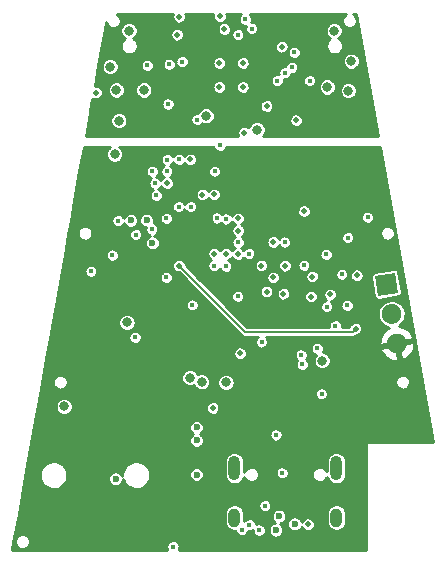
<source format=gbr>
G04 #@! TF.GenerationSoftware,KiCad,Pcbnew,(5.99.0-2290-gd34f8fd4b)*
G04 #@! TF.CreationDate,2020-11-06T19:29:50+01:00*
G04 #@! TF.ProjectId,Tympan-Nya,54796d70-616e-42d4-9e79-612e6b696361,rev?*
G04 #@! TF.SameCoordinates,PX6d878d0PY72e6100*
G04 #@! TF.FileFunction,Copper,L2,Inr*
G04 #@! TF.FilePolarity,Positive*
%FSLAX46Y46*%
G04 Gerber Fmt 4.6, Leading zero omitted, Abs format (unit mm)*
G04 Created by KiCad (PCBNEW (5.99.0-2290-gd34f8fd4b)) date 2020-11-06 19:29:50*
%MOMM*%
%LPD*%
G01*
G04 APERTURE LIST*
G04 #@! TA.AperFunction,ComponentPad*
%ADD10O,1.000000X1.600000*%
G04 #@! TD*
G04 #@! TA.AperFunction,ComponentPad*
%ADD11O,1.000000X2.100000*%
G04 #@! TD*
G04 #@! TA.AperFunction,ViaPad*
%ADD12C,0.800000*%
G04 #@! TD*
G04 #@! TA.AperFunction,ViaPad*
%ADD13C,0.450000*%
G04 #@! TD*
G04 #@! TA.AperFunction,ViaPad*
%ADD14C,0.500000*%
G04 #@! TD*
G04 #@! TA.AperFunction,ViaPad*
%ADD15C,0.600000*%
G04 #@! TD*
G04 #@! TA.AperFunction,Conductor*
%ADD16C,0.177800*%
G04 #@! TD*
G04 #@! TA.AperFunction,Conductor*
%ADD17C,0.254000*%
G04 #@! TD*
G04 APERTURE END LIST*
D10*
X-23310400Y10413200D03*
X-14670400Y10413200D03*
D11*
X-14670400Y14593200D03*
X-23310400Y14593200D03*
G04 #@! TA.AperFunction,ComponentPad*
G36*
G01*
X-10385554Y25007176D02*
X-10385554Y25007176D01*
G75*
G02*
X-9696068Y25991864I837087J147601D01*
G01*
X-9696068Y25991864D01*
G75*
G02*
X-8711380Y25302378I147601J-837087D01*
G01*
X-8711380Y25302378D01*
G75*
G02*
X-9400866Y24317690I-837087J-147601D01*
G01*
X-9400866Y24317690D01*
G75*
G02*
X-10385554Y25007176I-147601J837087D01*
G01*
G37*
G04 #@! TD.AperFunction*
G04 #@! TA.AperFunction,ComponentPad*
G36*
G01*
X-10826621Y27508587D02*
X-10826621Y27508587D01*
G75*
G02*
X-10137135Y28493275I837087J147601D01*
G01*
X-10137135Y28493275D01*
G75*
G02*
X-9152447Y27803789I147601J-837087D01*
G01*
X-9152447Y27803789D01*
G75*
G02*
X-9841933Y26819101I-837087J-147601D01*
G01*
X-9841933Y26819101D01*
G75*
G02*
X-10826621Y27508587I-147601J837087D01*
G01*
G37*
G04 #@! TD.AperFunction*
G04 #@! TA.AperFunction,ComponentPad*
G36*
X-11120086Y29172912D02*
G01*
X-11415288Y30847086D01*
X-9741114Y31142288D01*
X-9445912Y29468114D01*
X-11120086Y29172912D01*
G37*
G04 #@! TD.AperFunction*
D12*
X-21378000Y43264000D03*
D13*
X-15485200Y28278000D03*
D14*
X-15180391Y29305070D03*
D13*
X-14756390Y26670010D03*
D14*
X-13046800Y26398400D03*
D13*
X-14215200Y31021200D03*
X-17568000Y23401200D03*
X-17669600Y34882000D03*
X-15536000Y32697600D03*
X-12030800Y35847200D03*
X-22080650Y32758388D03*
X-23025660Y29145012D03*
D14*
X-19145477Y29364690D03*
X-12945200Y30919600D03*
D13*
X-17422898Y31782557D03*
D14*
X-16704400Y30818000D03*
X-24019600Y32748400D03*
X-16824470Y29121710D03*
D13*
X-15688400Y35339200D03*
X-13758000Y28379600D03*
X-13707200Y34120000D03*
D12*
X-25696000Y44432400D03*
D13*
X-26485231Y44115282D03*
D14*
X-28009499Y31745599D03*
D13*
X-26849188Y28417757D03*
D14*
X-24578400Y46870800D03*
X-22597200Y48902800D03*
X-22597200Y46870800D03*
X-24578400Y48902800D03*
D13*
X-23003600Y51290400D03*
X-22394000Y52611200D03*
D14*
X-24144587Y51770987D03*
X-24538645Y52849712D03*
D15*
X-23359200Y52772758D03*
D13*
X-27729180Y49005523D03*
D14*
X-19295200Y50274400D03*
X-28134400Y51290400D03*
X-27982000Y52814400D03*
X-35035154Y46394105D03*
D13*
X-21835200Y51798400D03*
X-27514411Y50070867D03*
X-28817552Y48807110D03*
D14*
X-26712360Y45387600D03*
X-22470200Y43010000D03*
X-18076000Y44051400D03*
D13*
X-28921800Y45423000D03*
X-30679834Y48710891D03*
X-24019601Y31699062D03*
X-25035600Y31732400D03*
X-29068708Y30747918D03*
X-20997000Y25280800D03*
X-16298000Y24747400D03*
X-17644200Y24182690D03*
D12*
X-15434778Y46870423D03*
D13*
X-16942766Y47404145D03*
X-19676200Y47411910D03*
X-19015800Y48090000D03*
X-18431600Y48547200D03*
D14*
X-17410090Y36355788D03*
X-20579179Y29548139D03*
D13*
X-30293400Y34805800D03*
X-30242600Y39733400D03*
X-22038400Y9812200D03*
X-22673400Y9380400D03*
D15*
X-33366800Y13698400D03*
D13*
X-30033490Y38717137D03*
D14*
X-20576801Y45256935D03*
D12*
X-34078000Y43162400D03*
D13*
X-15917000Y20886600D03*
D15*
X-26493908Y16943867D03*
D13*
X-20717600Y11412400D03*
X-21200200Y9355000D03*
X-28501197Y7949607D03*
X-31080800Y12352200D03*
X-24527948Y41920562D03*
X-24759151Y35774787D03*
X-24981538Y39745177D03*
X-29023400Y39727490D03*
D14*
X-29019597Y38735518D03*
X-25003504Y37772686D03*
X-26002802Y37758851D03*
X-25019600Y32755700D03*
X-19019601Y31735500D03*
X-20027612Y33743546D03*
X-27019600Y40735500D03*
D13*
X-18228400Y49817200D03*
D12*
X-33447506Y41169294D03*
X-33519200Y39708000D03*
D15*
X-18204043Y9870129D03*
X-19523800Y10523400D03*
X-30725200Y35593200D03*
X-32071400Y35567800D03*
D13*
X-31665000Y34374000D03*
X-33163600Y35542400D03*
D14*
X-17060000Y9837600D03*
X-23017552Y32733402D03*
X-21009500Y31745599D03*
D15*
X-32706400Y37904600D03*
X-35424200Y35263000D03*
X-30237900Y33662800D03*
X-19785400Y9355000D03*
D14*
X-22800400Y24315600D03*
X-25139998Y19695598D03*
D13*
X-22991430Y33728306D03*
D14*
X-22968000Y34703842D03*
X-20029700Y34745599D03*
D13*
X-26000572Y35719196D03*
X-24016117Y35695191D03*
D14*
X-20006400Y30740020D03*
X-23006463Y35742642D03*
D13*
X-29922252Y37703845D03*
D15*
X-26508800Y14054000D03*
X-26508800Y18041800D03*
D12*
X-15866200Y23706000D03*
X-24019600Y24493400D03*
X-24019600Y25509400D03*
X-24019600Y21851800D03*
X-27067600Y22258200D03*
D13*
X-31715800Y25661800D03*
X-35449600Y31275200D03*
X-29057683Y35737800D03*
X-33633392Y32637634D03*
X-28996899Y40722899D03*
D12*
X-26077000Y21902600D03*
X-32401600Y26931800D03*
X-33087400Y44026000D03*
X-37710000Y19819600D03*
D13*
X-19041200Y33739000D03*
X-19777800Y17406800D03*
X-19257100Y14193700D03*
X-28032800Y36736200D03*
X-27016800Y36736200D03*
X-28007400Y40749400D03*
D12*
X-33290600Y46616800D03*
X-14852200Y51646000D03*
X-32223800Y51646000D03*
X-13656400Y46566000D03*
X-13402400Y49055200D03*
X-30979200Y46616800D03*
X-33824000Y48598000D03*
D16*
X-22412301Y26148401D02*
X-13296799Y26148401D01*
X-28009499Y31745599D02*
X-22412301Y26148401D01*
X-13296799Y26148401D02*
X-13046800Y26398400D01*
X-17669600Y34882000D02*
X-16145600Y34882000D01*
X-16145600Y34882000D02*
X-15688400Y35339200D01*
D17*
X-33960574Y41696385D02*
X-33974597Y41682362D01*
X-34098343Y41512042D01*
X-34107347Y41494370D01*
X-34172403Y41294146D01*
X-34175506Y41274557D01*
X-34175506Y41064031D01*
X-34172403Y41044442D01*
X-34107347Y40844218D01*
X-34098343Y40826546D01*
X-33974597Y40656226D01*
X-33960574Y40642203D01*
X-33790254Y40518457D01*
X-33772582Y40509453D01*
X-33572358Y40444397D01*
X-33552769Y40441294D01*
X-33342243Y40441294D01*
X-33322654Y40444397D01*
X-33122430Y40509453D01*
X-33104758Y40518457D01*
X-32934438Y40642203D01*
X-32920415Y40656226D01*
X-32796669Y40826546D01*
X-32787665Y40844218D01*
X-32722609Y41044442D01*
X-32719506Y41064031D01*
X-32719506Y41274557D01*
X-32722609Y41294146D01*
X-32787665Y41494370D01*
X-32796669Y41512042D01*
X-32920415Y41682362D01*
X-32934438Y41696385D01*
X-33100724Y41817200D01*
X-25071321Y41817200D01*
X-25057091Y41735665D01*
X-25048962Y41713865D01*
X-24955051Y41557573D01*
X-24939620Y41540161D01*
X-24795740Y41428153D01*
X-24775075Y41417464D01*
X-24600520Y41364763D01*
X-24577392Y41362230D01*
X-24395569Y41375902D01*
X-24373080Y41381865D01*
X-24208368Y41460076D01*
X-24189534Y41473735D01*
X-24064022Y41605997D01*
X-24051367Y41625521D01*
X-23981747Y41794433D01*
X-23977104Y41817200D01*
X-10972934Y41817200D01*
X-6525864Y16796200D01*
X-12057591Y16796200D01*
X-12131400Y16722391D01*
X-12131400Y7665600D01*
X-28020068Y7665600D01*
X-27954996Y7823478D01*
X-27950203Y7846981D01*
X-27948016Y8039705D01*
X-27952274Y8063312D01*
X-28018045Y8233760D01*
X-28030253Y8253566D01*
X-28152733Y8388642D01*
X-28171253Y8402725D01*
X-28334146Y8484652D01*
X-28356495Y8491123D01*
X-28537961Y8508917D01*
X-28561141Y8506909D01*
X-28736846Y8458182D01*
X-28757749Y8447964D01*
X-28904132Y8339251D01*
X-28919956Y8322193D01*
X-29017387Y8168071D01*
X-29026009Y8146461D01*
X-29061425Y7967597D01*
X-29061689Y7944332D01*
X-29030340Y7764710D01*
X-29022211Y7742910D01*
X-28975758Y7665600D01*
X-42123324Y7665600D01*
X-42009270Y8307066D01*
X-41876977Y8307066D01*
X-41874649Y8289265D01*
X-41831305Y8134026D01*
X-41824075Y8117594D01*
X-41738904Y7980760D01*
X-41727352Y7967017D01*
X-41607199Y7859588D01*
X-41592255Y7849640D01*
X-41446779Y7780252D01*
X-41429643Y7774898D01*
X-41270541Y7749130D01*
X-41252591Y7748801D01*
X-41092651Y7768722D01*
X-41075329Y7773444D01*
X-40927410Y7837455D01*
X-40912111Y7846849D01*
X-40788102Y7949802D01*
X-40776054Y7963113D01*
X-40685926Y8096734D01*
X-40678098Y8112891D01*
X-40628978Y8266805D01*
X-40625984Y8285291D01*
X-40623856Y8459434D01*
X-40626398Y8477988D01*
X-40671743Y8633057D01*
X-40679174Y8649400D01*
X-40766010Y8785183D01*
X-40777729Y8798784D01*
X-40899185Y8904737D01*
X-40914250Y8914502D01*
X-41060563Y8982107D01*
X-41077763Y8987251D01*
X-41237168Y9011075D01*
X-41255121Y9011184D01*
X-41414806Y8989310D01*
X-41432067Y8984377D01*
X-41579195Y8918564D01*
X-41594378Y8908983D01*
X-41717119Y8804522D01*
X-41729003Y8791066D01*
X-41817493Y8656355D01*
X-41825123Y8640103D01*
X-41872246Y8485970D01*
X-41875008Y8468231D01*
X-41875671Y8414032D01*
X-41875671Y8414031D01*
X-41876977Y8307066D01*
X-42009270Y8307066D01*
X-41573513Y10757856D01*
X-24136400Y10757856D01*
X-24136400Y10066922D01*
X-24135943Y10059347D01*
X-24119362Y9922323D01*
X-24115738Y9907568D01*
X-24050479Y9734868D01*
X-24043440Y9721405D01*
X-23938872Y9569256D01*
X-23928825Y9557860D01*
X-23790982Y9435045D01*
X-23778507Y9426374D01*
X-23615346Y9339985D01*
X-23601163Y9334541D01*
X-23422106Y9289565D01*
X-23407034Y9287660D01*
X-23222418Y9286694D01*
X-23218537Y9287143D01*
X-23202543Y9195503D01*
X-23194414Y9173703D01*
X-23100503Y9017411D01*
X-23085072Y8999999D01*
X-22941192Y8887991D01*
X-22920527Y8877302D01*
X-22745972Y8824601D01*
X-22722844Y8822068D01*
X-22541021Y8835740D01*
X-22518532Y8841703D01*
X-22353820Y8919914D01*
X-22334986Y8933573D01*
X-22209474Y9065835D01*
X-22196819Y9085359D01*
X-22127199Y9254271D01*
X-22125849Y9260892D01*
X-22110972Y9256401D01*
X-22087844Y9253868D01*
X-21906021Y9267540D01*
X-21883532Y9273503D01*
X-21757808Y9333201D01*
X-21729343Y9170103D01*
X-21721214Y9148303D01*
X-21627303Y8992011D01*
X-21611872Y8974599D01*
X-21467992Y8862591D01*
X-21447327Y8851902D01*
X-21272772Y8799201D01*
X-21249644Y8796668D01*
X-21067821Y8810340D01*
X-21045332Y8816303D01*
X-20880620Y8894514D01*
X-20861786Y8908173D01*
X-20736274Y9040435D01*
X-20723619Y9059959D01*
X-20653999Y9228871D01*
X-20649206Y9252374D01*
X-20647019Y9445098D01*
X-20648722Y9454540D01*
X-20413400Y9454540D01*
X-20413400Y9255460D01*
X-20409572Y9233748D01*
X-20341482Y9046675D01*
X-20330458Y9027581D01*
X-20202493Y8875077D01*
X-20185604Y8860906D01*
X-20013196Y8761366D01*
X-19992479Y8753825D01*
X-19796423Y8719256D01*
X-19774377Y8719256D01*
X-19578321Y8753825D01*
X-19557604Y8761366D01*
X-19385196Y8860906D01*
X-19368307Y8875077D01*
X-19240342Y9027581D01*
X-19229318Y9046675D01*
X-19161228Y9233748D01*
X-19157400Y9255460D01*
X-19157400Y9454540D01*
X-19161228Y9476252D01*
X-19229318Y9663325D01*
X-19240342Y9682419D01*
X-19368307Y9834923D01*
X-19385196Y9849094D01*
X-19466209Y9895867D01*
X-19316721Y9922225D01*
X-19296004Y9929766D01*
X-19226891Y9969669D01*
X-18832043Y9969669D01*
X-18832043Y9770589D01*
X-18828215Y9748877D01*
X-18760125Y9561804D01*
X-18749101Y9542710D01*
X-18621136Y9390206D01*
X-18604247Y9376035D01*
X-18431839Y9276495D01*
X-18411122Y9268954D01*
X-18215066Y9234385D01*
X-18193020Y9234385D01*
X-17996964Y9268954D01*
X-17976247Y9276495D01*
X-17803839Y9376035D01*
X-17786950Y9390206D01*
X-17658985Y9542710D01*
X-17647961Y9561804D01*
X-17614638Y9653357D01*
X-17612973Y9643817D01*
X-17604844Y9622017D01*
X-17506138Y9457742D01*
X-17490706Y9440330D01*
X-17339477Y9322601D01*
X-17318812Y9311912D01*
X-17135341Y9256519D01*
X-17112213Y9253986D01*
X-16921103Y9268356D01*
X-16898614Y9274319D01*
X-16725489Y9356525D01*
X-16706654Y9370184D01*
X-16574732Y9509202D01*
X-16562077Y9528726D01*
X-16488908Y9706248D01*
X-16484115Y9729751D01*
X-16481816Y9932355D01*
X-16486074Y9955962D01*
X-16555198Y10135099D01*
X-16567406Y10154905D01*
X-16696141Y10296880D01*
X-16714661Y10310963D01*
X-16885876Y10397075D01*
X-16908224Y10403546D01*
X-17098959Y10422248D01*
X-17122139Y10420240D01*
X-17306818Y10369025D01*
X-17327721Y10358807D01*
X-17481581Y10244540D01*
X-17497404Y10227483D01*
X-17599813Y10065489D01*
X-17603490Y10056273D01*
X-17647961Y10178454D01*
X-17658985Y10197548D01*
X-17786950Y10350052D01*
X-17803839Y10364223D01*
X-17976247Y10463763D01*
X-17996964Y10471304D01*
X-18193020Y10505873D01*
X-18215066Y10505873D01*
X-18411122Y10471304D01*
X-18431839Y10463763D01*
X-18604247Y10364223D01*
X-18621136Y10350052D01*
X-18749101Y10197548D01*
X-18760125Y10178454D01*
X-18828215Y9991381D01*
X-18832043Y9969669D01*
X-19226891Y9969669D01*
X-19123596Y10029306D01*
X-19106707Y10043477D01*
X-18978742Y10195981D01*
X-18967718Y10215075D01*
X-18899628Y10402148D01*
X-18895800Y10423860D01*
X-18895800Y10622940D01*
X-18899628Y10644652D01*
X-18940831Y10757856D01*
X-15496400Y10757856D01*
X-15496400Y10066922D01*
X-15495943Y10059347D01*
X-15479362Y9922323D01*
X-15475738Y9907568D01*
X-15410479Y9734868D01*
X-15403440Y9721405D01*
X-15298872Y9569256D01*
X-15288825Y9557860D01*
X-15150982Y9435045D01*
X-15138507Y9426374D01*
X-14975346Y9339985D01*
X-14961163Y9334541D01*
X-14782106Y9289565D01*
X-14767034Y9287660D01*
X-14582418Y9286694D01*
X-14567326Y9288440D01*
X-14387808Y9331539D01*
X-14373569Y9336834D01*
X-14209513Y9421510D01*
X-14196948Y9430049D01*
X-14057825Y9551413D01*
X-14047659Y9562703D01*
X-13941502Y9713749D01*
X-13934323Y9727138D01*
X-13867199Y9899301D01*
X-13863378Y9914347D01*
X-13844897Y10060641D01*
X-13844400Y10068544D01*
X-13844400Y10759479D01*
X-13844857Y10767054D01*
X-13861438Y10904078D01*
X-13865062Y10918833D01*
X-13930321Y11091533D01*
X-13937360Y11104996D01*
X-14041928Y11257145D01*
X-14051975Y11268541D01*
X-14189818Y11391355D01*
X-14202294Y11400026D01*
X-14365454Y11486415D01*
X-14379637Y11491859D01*
X-14558694Y11536835D01*
X-14573766Y11538740D01*
X-14758382Y11539706D01*
X-14773474Y11537960D01*
X-14952992Y11494861D01*
X-14967231Y11489566D01*
X-15131287Y11404890D01*
X-15143852Y11396350D01*
X-15282974Y11274987D01*
X-15293140Y11263697D01*
X-15399297Y11112651D01*
X-15406477Y11099262D01*
X-15473601Y10927099D01*
X-15477422Y10912053D01*
X-15495903Y10765759D01*
X-15496400Y10757856D01*
X-18940831Y10757856D01*
X-18967718Y10831725D01*
X-18978742Y10850819D01*
X-19106707Y11003323D01*
X-19123596Y11017494D01*
X-19296004Y11117034D01*
X-19316721Y11124575D01*
X-19512777Y11159144D01*
X-19534823Y11159144D01*
X-19730879Y11124575D01*
X-19751596Y11117034D01*
X-19924004Y11017494D01*
X-19940893Y11003323D01*
X-20068858Y10850819D01*
X-20079882Y10831725D01*
X-20147972Y10644652D01*
X-20151800Y10622940D01*
X-20151800Y10423860D01*
X-20147972Y10402148D01*
X-20079882Y10215075D01*
X-20068858Y10195981D01*
X-19940893Y10043477D01*
X-19924004Y10029306D01*
X-19842991Y9982533D01*
X-19992479Y9956175D01*
X-20013196Y9948634D01*
X-20185604Y9849094D01*
X-20202493Y9834923D01*
X-20330458Y9682419D01*
X-20341482Y9663325D01*
X-20409572Y9476252D01*
X-20413400Y9454540D01*
X-20648722Y9454540D01*
X-20651277Y9468705D01*
X-20717048Y9639153D01*
X-20729256Y9658959D01*
X-20851736Y9794035D01*
X-20870256Y9808118D01*
X-21033149Y9890045D01*
X-21055498Y9896516D01*
X-21236964Y9914310D01*
X-21260144Y9912302D01*
X-21435849Y9863575D01*
X-21456752Y9853357D01*
X-21486021Y9831620D01*
X-21485219Y9902298D01*
X-21489477Y9925905D01*
X-21555248Y10096353D01*
X-21567456Y10116159D01*
X-21689936Y10251235D01*
X-21708456Y10265318D01*
X-21871349Y10347245D01*
X-21893698Y10353716D01*
X-22075164Y10371510D01*
X-22098344Y10369502D01*
X-22274049Y10320775D01*
X-22294952Y10310557D01*
X-22441335Y10201844D01*
X-22457159Y10184786D01*
X-22484400Y10141695D01*
X-22484400Y10759479D01*
X-22484857Y10767054D01*
X-22501438Y10904078D01*
X-22505062Y10918833D01*
X-22570321Y11091533D01*
X-22577360Y11104996D01*
X-22681928Y11257145D01*
X-22691975Y11268541D01*
X-22829818Y11391355D01*
X-22842294Y11400026D01*
X-22855701Y11407125D01*
X-21278092Y11407125D01*
X-21246743Y11227503D01*
X-21238614Y11205703D01*
X-21144703Y11049411D01*
X-21129272Y11031999D01*
X-20985392Y10919991D01*
X-20964727Y10909302D01*
X-20790172Y10856601D01*
X-20767044Y10854068D01*
X-20585221Y10867740D01*
X-20562732Y10873703D01*
X-20398020Y10951914D01*
X-20379186Y10965573D01*
X-20253674Y11097835D01*
X-20241019Y11117359D01*
X-20171399Y11286271D01*
X-20166606Y11309774D01*
X-20164419Y11502498D01*
X-20168677Y11526105D01*
X-20234448Y11696553D01*
X-20246656Y11716359D01*
X-20369136Y11851435D01*
X-20387656Y11865518D01*
X-20550549Y11947445D01*
X-20572898Y11953916D01*
X-20754364Y11971710D01*
X-20777544Y11969702D01*
X-20953249Y11920975D01*
X-20974152Y11910757D01*
X-21120535Y11802044D01*
X-21136359Y11784986D01*
X-21233790Y11630864D01*
X-21242412Y11609254D01*
X-21277828Y11430390D01*
X-21278092Y11407125D01*
X-22855701Y11407125D01*
X-23005454Y11486415D01*
X-23019637Y11491859D01*
X-23198694Y11536835D01*
X-23213766Y11538740D01*
X-23398382Y11539706D01*
X-23413474Y11537960D01*
X-23592992Y11494861D01*
X-23607231Y11489566D01*
X-23771287Y11404890D01*
X-23783852Y11396350D01*
X-23922974Y11274987D01*
X-23933140Y11263697D01*
X-24039297Y11112651D01*
X-24046477Y11099262D01*
X-24113601Y10927099D01*
X-24117422Y10912053D01*
X-24135903Y10765759D01*
X-24136400Y10757856D01*
X-41573513Y10757856D01*
X-41012961Y13910510D01*
X-39787454Y13910510D01*
X-39786422Y13898229D01*
X-39747026Y13683574D01*
X-39743628Y13671727D01*
X-39663288Y13468812D01*
X-39657655Y13457850D01*
X-39539432Y13274404D01*
X-39531777Y13264745D01*
X-39380174Y13107756D01*
X-39370788Y13099768D01*
X-39191581Y12975215D01*
X-39180822Y12969202D01*
X-38980835Y12881830D01*
X-38969113Y12878022D01*
X-38755964Y12831158D01*
X-38743726Y12829699D01*
X-38525533Y12825129D01*
X-38513244Y12826074D01*
X-38298320Y12863970D01*
X-38286448Y12867285D01*
X-38082978Y12946207D01*
X-38071977Y12951764D01*
X-37887711Y13068703D01*
X-37877999Y13076291D01*
X-37719955Y13226793D01*
X-37711902Y13236123D01*
X-37586101Y13414457D01*
X-37580013Y13425174D01*
X-37491247Y13624546D01*
X-37487356Y13636241D01*
X-37450620Y13797940D01*
X-33994800Y13797940D01*
X-33994800Y13598860D01*
X-33990972Y13577148D01*
X-33922882Y13390075D01*
X-33911858Y13370981D01*
X-33783893Y13218477D01*
X-33767004Y13204306D01*
X-33594596Y13104766D01*
X-33573879Y13097225D01*
X-33377823Y13062656D01*
X-33355777Y13062656D01*
X-33159721Y13097225D01*
X-33139004Y13104766D01*
X-32966596Y13204306D01*
X-32949707Y13218477D01*
X-32821742Y13370981D01*
X-32810718Y13390075D01*
X-32742628Y13577148D01*
X-32738800Y13598860D01*
X-32738800Y13659533D01*
X-32663288Y13468812D01*
X-32657655Y13457850D01*
X-32539432Y13274404D01*
X-32531777Y13264745D01*
X-32380174Y13107756D01*
X-32370788Y13099768D01*
X-32191581Y12975215D01*
X-32180822Y12969202D01*
X-31980835Y12881830D01*
X-31969113Y12878022D01*
X-31755964Y12831158D01*
X-31743726Y12829699D01*
X-31525533Y12825129D01*
X-31513244Y12826074D01*
X-31298320Y12863970D01*
X-31286448Y12867285D01*
X-31082978Y12946207D01*
X-31071977Y12951764D01*
X-30887711Y13068703D01*
X-30877999Y13076291D01*
X-30719955Y13226793D01*
X-30711902Y13236123D01*
X-30586101Y13414457D01*
X-30580013Y13425174D01*
X-30491247Y13624546D01*
X-30487356Y13636241D01*
X-30438908Y13849487D01*
X-30437345Y13862601D01*
X-30433875Y14111001D01*
X-30435072Y14124154D01*
X-30440890Y14153540D01*
X-27136800Y14153540D01*
X-27136800Y13954460D01*
X-27132972Y13932748D01*
X-27064882Y13745675D01*
X-27053858Y13726581D01*
X-26925893Y13574077D01*
X-26909004Y13559906D01*
X-26736596Y13460366D01*
X-26715879Y13452825D01*
X-26519823Y13418256D01*
X-26497777Y13418256D01*
X-26301721Y13452825D01*
X-26281004Y13460366D01*
X-26108596Y13559906D01*
X-26091707Y13574077D01*
X-25963742Y13726581D01*
X-25952718Y13745675D01*
X-25884628Y13932748D01*
X-25880800Y13954460D01*
X-25880800Y13996923D01*
X-24136400Y13996923D01*
X-24135943Y13989347D01*
X-24119362Y13852323D01*
X-24115738Y13837568D01*
X-24050479Y13664868D01*
X-24043440Y13651405D01*
X-23938872Y13499256D01*
X-23928825Y13487860D01*
X-23790982Y13365045D01*
X-23778507Y13356374D01*
X-23615346Y13269985D01*
X-23601163Y13264541D01*
X-23422106Y13219565D01*
X-23407034Y13217660D01*
X-23222418Y13216694D01*
X-23207326Y13218440D01*
X-23027808Y13261539D01*
X-23013569Y13266834D01*
X-22849513Y13351510D01*
X-22836948Y13360049D01*
X-22697825Y13481413D01*
X-22687659Y13492703D01*
X-22581502Y13643749D01*
X-22574323Y13657138D01*
X-22507199Y13829301D01*
X-22503378Y13844347D01*
X-22501353Y13860376D01*
X-22449363Y13736695D01*
X-22440618Y13721908D01*
X-22340601Y13595718D01*
X-22328201Y13583827D01*
X-22197933Y13489181D01*
X-22182792Y13481062D01*
X-22031871Y13424936D01*
X-22015105Y13421189D01*
X-21854649Y13407714D01*
X-21837493Y13408613D01*
X-21679324Y13438785D01*
X-21663042Y13444265D01*
X-21518814Y13515861D01*
X-21504605Y13525517D01*
X-21384944Y13633261D01*
X-21373855Y13646382D01*
X-21287576Y13782336D01*
X-21280425Y13797957D01*
X-21233788Y13952422D01*
X-21231089Y13970060D01*
X-21229282Y14142722D01*
X-21231610Y14160411D01*
X-21239431Y14188425D01*
X-19817592Y14188425D01*
X-19786243Y14008803D01*
X-19778114Y13987003D01*
X-19684203Y13830711D01*
X-19668772Y13813299D01*
X-19524892Y13701291D01*
X-19504227Y13690602D01*
X-19329672Y13637901D01*
X-19306544Y13635368D01*
X-19124721Y13649040D01*
X-19102232Y13655003D01*
X-18937520Y13733214D01*
X-18918686Y13746873D01*
X-18793174Y13879135D01*
X-18780519Y13898659D01*
X-18713410Y14061479D01*
X-16756389Y14061479D01*
X-16736208Y13901729D01*
X-16731761Y13885135D01*
X-16669363Y13736695D01*
X-16660618Y13721908D01*
X-16560601Y13595718D01*
X-16548201Y13583827D01*
X-16417933Y13489181D01*
X-16402792Y13481062D01*
X-16251871Y13424936D01*
X-16235105Y13421189D01*
X-16074649Y13407714D01*
X-16057493Y13408613D01*
X-15899324Y13438785D01*
X-15883042Y13444265D01*
X-15738814Y13515861D01*
X-15724605Y13525517D01*
X-15604944Y13633261D01*
X-15593855Y13646382D01*
X-15507576Y13782336D01*
X-15500425Y13797957D01*
X-15480692Y13863314D01*
X-15479362Y13852323D01*
X-15475738Y13837568D01*
X-15410479Y13664868D01*
X-15403440Y13651405D01*
X-15298872Y13499256D01*
X-15288825Y13487860D01*
X-15150982Y13365045D01*
X-15138507Y13356374D01*
X-14975346Y13269985D01*
X-14961163Y13264541D01*
X-14782106Y13219565D01*
X-14767034Y13217660D01*
X-14582418Y13216694D01*
X-14567326Y13218440D01*
X-14387808Y13261539D01*
X-14373569Y13266834D01*
X-14209513Y13351510D01*
X-14196948Y13360049D01*
X-14057825Y13481413D01*
X-14047659Y13492703D01*
X-13941502Y13643749D01*
X-13934323Y13657138D01*
X-13867199Y13829301D01*
X-13863378Y13844347D01*
X-13844897Y13990641D01*
X-13844400Y13998544D01*
X-13844400Y15189479D01*
X-13844857Y15197054D01*
X-13861438Y15334078D01*
X-13865062Y15348833D01*
X-13930321Y15521533D01*
X-13937360Y15534996D01*
X-14041928Y15687145D01*
X-14051975Y15698541D01*
X-14189818Y15821355D01*
X-14202294Y15830026D01*
X-14365454Y15916415D01*
X-14379637Y15921859D01*
X-14558694Y15966835D01*
X-14573766Y15968740D01*
X-14758382Y15969706D01*
X-14773474Y15967960D01*
X-14952992Y15924861D01*
X-14967231Y15919566D01*
X-15131287Y15834890D01*
X-15143852Y15826350D01*
X-15282974Y15704987D01*
X-15293140Y15693696D01*
X-15399297Y15542651D01*
X-15406476Y15529262D01*
X-15473600Y15357099D01*
X-15477421Y15342053D01*
X-15495902Y15195759D01*
X-15496399Y15187856D01*
X-15496400Y14319052D01*
X-15501824Y14331587D01*
X-15585237Y14469318D01*
X-15596048Y14482669D01*
X-15713428Y14592895D01*
X-15727431Y14602847D01*
X-15870128Y14677447D01*
X-15886292Y14683267D01*
X-16043794Y14716745D01*
X-16060928Y14718003D01*
X-16221631Y14707892D01*
X-16238471Y14704496D01*
X-16390534Y14651543D01*
X-16405841Y14643743D01*
X-16538063Y14551846D01*
X-16550709Y14540218D01*
X-16653348Y14416149D01*
X-16662401Y14401548D01*
X-16727894Y14254449D01*
X-16732686Y14237951D01*
X-16756209Y14078658D01*
X-16756389Y14061479D01*
X-18713410Y14061479D01*
X-18710899Y14067571D01*
X-18706106Y14091074D01*
X-18703919Y14283798D01*
X-18708177Y14307405D01*
X-18773948Y14477853D01*
X-18786156Y14497659D01*
X-18908636Y14632735D01*
X-18927156Y14646818D01*
X-19090049Y14728745D01*
X-19112398Y14735216D01*
X-19293864Y14753010D01*
X-19317044Y14751002D01*
X-19492749Y14702275D01*
X-19513652Y14692057D01*
X-19660035Y14583344D01*
X-19675859Y14566286D01*
X-19773290Y14412164D01*
X-19781912Y14390554D01*
X-19817328Y14211690D01*
X-19817592Y14188425D01*
X-21239431Y14188425D01*
X-21275001Y14315820D01*
X-21281824Y14331587D01*
X-21365237Y14469318D01*
X-21376048Y14482669D01*
X-21493428Y14592895D01*
X-21507431Y14602847D01*
X-21650128Y14677447D01*
X-21666292Y14683267D01*
X-21823794Y14716745D01*
X-21840928Y14718003D01*
X-22001631Y14707892D01*
X-22018471Y14704496D01*
X-22170534Y14651543D01*
X-22185841Y14643743D01*
X-22318063Y14551846D01*
X-22330709Y14540218D01*
X-22433348Y14416149D01*
X-22442401Y14401548D01*
X-22484400Y14307217D01*
X-22484400Y15189479D01*
X-22484857Y15197054D01*
X-22501438Y15334078D01*
X-22505062Y15348833D01*
X-22570321Y15521533D01*
X-22577360Y15534996D01*
X-22681928Y15687145D01*
X-22691975Y15698541D01*
X-22829818Y15821355D01*
X-22842294Y15830026D01*
X-23005454Y15916415D01*
X-23019637Y15921859D01*
X-23198694Y15966835D01*
X-23213766Y15968740D01*
X-23398382Y15969706D01*
X-23413474Y15967960D01*
X-23592992Y15924861D01*
X-23607231Y15919566D01*
X-23771287Y15834890D01*
X-23783852Y15826350D01*
X-23922974Y15704987D01*
X-23933140Y15693696D01*
X-24039297Y15542651D01*
X-24046476Y15529262D01*
X-24113600Y15357099D01*
X-24117421Y15342053D01*
X-24135902Y15195759D01*
X-24136399Y15187856D01*
X-24136400Y13996923D01*
X-25880800Y13996923D01*
X-25880800Y14153540D01*
X-25884628Y14175252D01*
X-25952718Y14362325D01*
X-25963742Y14381419D01*
X-26091707Y14533923D01*
X-26108596Y14548094D01*
X-26281004Y14647634D01*
X-26301721Y14655175D01*
X-26497777Y14689744D01*
X-26519823Y14689744D01*
X-26715879Y14655175D01*
X-26736596Y14647634D01*
X-26909004Y14548094D01*
X-26925893Y14533923D01*
X-27053858Y14381419D01*
X-27064882Y14362325D01*
X-27132972Y14175252D01*
X-27136800Y14153540D01*
X-30440890Y14153540D01*
X-30477548Y14338671D01*
X-30481110Y14350470D01*
X-30564276Y14552243D01*
X-30570062Y14563125D01*
X-30690834Y14744901D01*
X-30698624Y14754452D01*
X-30852403Y14909309D01*
X-30861899Y14917165D01*
X-31042828Y15039205D01*
X-31053670Y15045067D01*
X-31254858Y15129638D01*
X-31266632Y15133282D01*
X-31480415Y15177166D01*
X-31492672Y15178454D01*
X-31710907Y15179978D01*
X-31723182Y15178861D01*
X-31937556Y15137966D01*
X-31949380Y15134487D01*
X-32151728Y15052733D01*
X-32162650Y15047023D01*
X-32345267Y14927522D01*
X-32354872Y14919799D01*
X-32510798Y14767104D01*
X-32518721Y14757663D01*
X-32642020Y14577590D01*
X-32647958Y14566789D01*
X-32733931Y14366196D01*
X-32737657Y14354449D01*
X-32783033Y14140979D01*
X-32784407Y14128730D01*
X-32787020Y13941615D01*
X-32810718Y14006725D01*
X-32821742Y14025819D01*
X-32949707Y14178323D01*
X-32966596Y14192494D01*
X-33139004Y14292034D01*
X-33159721Y14299575D01*
X-33355777Y14334144D01*
X-33377823Y14334144D01*
X-33573879Y14299575D01*
X-33594596Y14292034D01*
X-33767004Y14192494D01*
X-33783893Y14178323D01*
X-33911858Y14025819D01*
X-33922882Y14006725D01*
X-33990972Y13819652D01*
X-33994800Y13797940D01*
X-37450620Y13797940D01*
X-37438908Y13849487D01*
X-37437345Y13862601D01*
X-37433875Y14111001D01*
X-37435072Y14124154D01*
X-37477548Y14338671D01*
X-37481110Y14350470D01*
X-37564276Y14552243D01*
X-37570062Y14563125D01*
X-37690834Y14744901D01*
X-37698624Y14754452D01*
X-37852403Y14909309D01*
X-37861899Y14917165D01*
X-38042828Y15039205D01*
X-38053670Y15045067D01*
X-38254858Y15129638D01*
X-38266632Y15133282D01*
X-38480415Y15177166D01*
X-38492672Y15178454D01*
X-38710907Y15179978D01*
X-38723182Y15178861D01*
X-38937556Y15137966D01*
X-38949380Y15134487D01*
X-39151728Y15052733D01*
X-39162650Y15047023D01*
X-39345267Y14927522D01*
X-39354872Y14919799D01*
X-39510798Y14767104D01*
X-39518721Y14757663D01*
X-39642020Y14577590D01*
X-39647958Y14566789D01*
X-39733931Y14366196D01*
X-39737657Y14354449D01*
X-39783033Y14140979D01*
X-39784407Y14128730D01*
X-39787454Y13910510D01*
X-41012961Y13910510D01*
X-40260707Y18141340D01*
X-27136800Y18141340D01*
X-27136800Y17942260D01*
X-27132972Y17920548D01*
X-27064882Y17733475D01*
X-27053858Y17714381D01*
X-26925893Y17561877D01*
X-26909004Y17547706D01*
X-26806516Y17488535D01*
X-26894112Y17437961D01*
X-26911001Y17423790D01*
X-27038966Y17271286D01*
X-27049990Y17252192D01*
X-27118080Y17065119D01*
X-27121908Y17043407D01*
X-27121908Y16844327D01*
X-27118080Y16822615D01*
X-27049990Y16635542D01*
X-27038966Y16616448D01*
X-26911001Y16463944D01*
X-26894112Y16449773D01*
X-26721704Y16350233D01*
X-26700987Y16342692D01*
X-26504931Y16308123D01*
X-26482885Y16308123D01*
X-26286829Y16342692D01*
X-26266112Y16350233D01*
X-26093704Y16449773D01*
X-26076815Y16463944D01*
X-25948850Y16616448D01*
X-25937826Y16635542D01*
X-25869736Y16822615D01*
X-25865908Y16844327D01*
X-25865908Y17043407D01*
X-25869736Y17065119D01*
X-25937826Y17252192D01*
X-25948850Y17271286D01*
X-26058132Y17401525D01*
X-20338292Y17401525D01*
X-20306943Y17221903D01*
X-20298814Y17200103D01*
X-20204903Y17043811D01*
X-20189472Y17026399D01*
X-20045592Y16914391D01*
X-20024927Y16903702D01*
X-19850372Y16851001D01*
X-19827244Y16848468D01*
X-19645421Y16862140D01*
X-19622932Y16868103D01*
X-19458220Y16946314D01*
X-19439386Y16959973D01*
X-19313874Y17092235D01*
X-19301219Y17111759D01*
X-19231599Y17280671D01*
X-19226806Y17304174D01*
X-19224619Y17496898D01*
X-19228877Y17520505D01*
X-19294648Y17690953D01*
X-19306856Y17710759D01*
X-19429336Y17845835D01*
X-19447856Y17859918D01*
X-19610749Y17941845D01*
X-19633098Y17948316D01*
X-19814564Y17966110D01*
X-19837744Y17964102D01*
X-20013449Y17915375D01*
X-20034352Y17905157D01*
X-20180735Y17796444D01*
X-20196559Y17779386D01*
X-20293990Y17625264D01*
X-20302612Y17603654D01*
X-20338028Y17424790D01*
X-20338292Y17401525D01*
X-26058132Y17401525D01*
X-26076815Y17423790D01*
X-26093704Y17437961D01*
X-26196192Y17497132D01*
X-26108596Y17547706D01*
X-26091707Y17561877D01*
X-25963742Y17714381D01*
X-25952718Y17733475D01*
X-25884628Y17920548D01*
X-25880800Y17942260D01*
X-25880800Y18141340D01*
X-25884628Y18163052D01*
X-25952718Y18350125D01*
X-25963742Y18369219D01*
X-26091707Y18521723D01*
X-26108596Y18535894D01*
X-26281004Y18635434D01*
X-26301721Y18642975D01*
X-26497777Y18677544D01*
X-26519823Y18677544D01*
X-26715879Y18642975D01*
X-26736596Y18635434D01*
X-26909004Y18535894D01*
X-26925893Y18521723D01*
X-27053858Y18369219D01*
X-27064882Y18350125D01*
X-27132972Y18163052D01*
X-27136800Y18141340D01*
X-40260707Y18141340D01*
X-39943591Y19924863D01*
X-38438000Y19924863D01*
X-38438000Y19714337D01*
X-38434897Y19694748D01*
X-38369841Y19494524D01*
X-38360837Y19476852D01*
X-38237091Y19306532D01*
X-38223068Y19292509D01*
X-38052748Y19168763D01*
X-38035076Y19159759D01*
X-37834852Y19094703D01*
X-37815263Y19091600D01*
X-37604737Y19091600D01*
X-37585148Y19094703D01*
X-37384924Y19159759D01*
X-37367252Y19168763D01*
X-37196932Y19292509D01*
X-37182909Y19306532D01*
X-37059163Y19476852D01*
X-37050159Y19494524D01*
X-36986448Y19690611D01*
X-25725921Y19690611D01*
X-25692971Y19501815D01*
X-25684842Y19480015D01*
X-25586136Y19315740D01*
X-25570704Y19298328D01*
X-25419475Y19180599D01*
X-25398810Y19169910D01*
X-25215339Y19114517D01*
X-25192211Y19111984D01*
X-25001101Y19126354D01*
X-24978612Y19132317D01*
X-24805487Y19214523D01*
X-24786652Y19228182D01*
X-24654730Y19367200D01*
X-24642075Y19386724D01*
X-24568906Y19564246D01*
X-24564113Y19587749D01*
X-24561814Y19790353D01*
X-24566072Y19813960D01*
X-24635196Y19993097D01*
X-24647404Y20012903D01*
X-24776139Y20154878D01*
X-24794659Y20168961D01*
X-24965874Y20255073D01*
X-24988222Y20261544D01*
X-25178957Y20280246D01*
X-25202137Y20278238D01*
X-25386816Y20227023D01*
X-25407719Y20216805D01*
X-25561579Y20102538D01*
X-25577402Y20085481D01*
X-25679811Y19923487D01*
X-25688433Y19901876D01*
X-25725657Y19713875D01*
X-25725921Y19690611D01*
X-36986448Y19690611D01*
X-36985103Y19694748D01*
X-36982000Y19714337D01*
X-36982000Y19924863D01*
X-36985103Y19944452D01*
X-37050159Y20144676D01*
X-37059163Y20162348D01*
X-37182909Y20332668D01*
X-37196932Y20346691D01*
X-37367252Y20470437D01*
X-37384924Y20479441D01*
X-37585148Y20544497D01*
X-37604737Y20547600D01*
X-37815263Y20547600D01*
X-37834852Y20544497D01*
X-38035076Y20479441D01*
X-38052748Y20470437D01*
X-38223068Y20346691D01*
X-38237091Y20332668D01*
X-38360837Y20162348D01*
X-38369841Y20144676D01*
X-38434897Y19944452D01*
X-38438000Y19924863D01*
X-39943591Y19924863D01*
X-39773529Y20881325D01*
X-16477492Y20881325D01*
X-16446143Y20701703D01*
X-16438014Y20679903D01*
X-16344103Y20523611D01*
X-16328672Y20506199D01*
X-16184792Y20394191D01*
X-16164127Y20383502D01*
X-15989572Y20330801D01*
X-15966444Y20328268D01*
X-15784621Y20341940D01*
X-15762132Y20347903D01*
X-15597420Y20426114D01*
X-15578586Y20439773D01*
X-15453074Y20572035D01*
X-15440419Y20591559D01*
X-15370799Y20760471D01*
X-15366006Y20783974D01*
X-15363819Y20976698D01*
X-15368077Y21000305D01*
X-15433848Y21170753D01*
X-15446056Y21190559D01*
X-15568536Y21325635D01*
X-15587056Y21339718D01*
X-15749949Y21421645D01*
X-15772298Y21428116D01*
X-15953764Y21445910D01*
X-15976944Y21443902D01*
X-16152649Y21395175D01*
X-16173552Y21384957D01*
X-16319935Y21276244D01*
X-16335759Y21259186D01*
X-16433190Y21105064D01*
X-16441812Y21083454D01*
X-16477228Y20904590D01*
X-16477492Y20881325D01*
X-39773529Y20881325D01*
X-39608929Y21807066D01*
X-38676977Y21807066D01*
X-38674649Y21789265D01*
X-38631305Y21634026D01*
X-38624075Y21617594D01*
X-38538904Y21480760D01*
X-38527352Y21467017D01*
X-38407199Y21359588D01*
X-38392255Y21349640D01*
X-38246779Y21280252D01*
X-38229643Y21274898D01*
X-38070541Y21249130D01*
X-38052591Y21248801D01*
X-37892651Y21268722D01*
X-37875329Y21273444D01*
X-37727410Y21337455D01*
X-37712111Y21346849D01*
X-37588102Y21449802D01*
X-37576054Y21463113D01*
X-37485926Y21596734D01*
X-37478098Y21612891D01*
X-37428978Y21766805D01*
X-37425984Y21785291D01*
X-37423856Y21959434D01*
X-37426398Y21977988D01*
X-37471743Y22133057D01*
X-37479174Y22149400D01*
X-37566010Y22285183D01*
X-37577729Y22298784D01*
X-37651871Y22363463D01*
X-27795600Y22363463D01*
X-27795600Y22152937D01*
X-27792497Y22133348D01*
X-27727441Y21933124D01*
X-27718437Y21915452D01*
X-27594691Y21745132D01*
X-27580668Y21731109D01*
X-27410348Y21607363D01*
X-27392676Y21598359D01*
X-27192452Y21533303D01*
X-27172863Y21530200D01*
X-26962337Y21530200D01*
X-26942748Y21533303D01*
X-26743507Y21598040D01*
X-26736841Y21577524D01*
X-26727837Y21559852D01*
X-26604091Y21389532D01*
X-26590068Y21375509D01*
X-26419748Y21251763D01*
X-26402076Y21242759D01*
X-26201852Y21177703D01*
X-26182263Y21174600D01*
X-25971737Y21174600D01*
X-25952148Y21177703D01*
X-25751924Y21242759D01*
X-25734252Y21251763D01*
X-25563932Y21375509D01*
X-25549909Y21389532D01*
X-25426163Y21559852D01*
X-25417159Y21577524D01*
X-25352103Y21777748D01*
X-25349000Y21797337D01*
X-25349000Y21957063D01*
X-24747600Y21957063D01*
X-24747600Y21746537D01*
X-24744497Y21726948D01*
X-24679441Y21526724D01*
X-24670437Y21509052D01*
X-24546691Y21338732D01*
X-24532668Y21324709D01*
X-24362348Y21200963D01*
X-24344676Y21191959D01*
X-24144452Y21126903D01*
X-24124863Y21123800D01*
X-23914337Y21123800D01*
X-23894748Y21126903D01*
X-23694524Y21191959D01*
X-23676852Y21200963D01*
X-23506532Y21324709D01*
X-23492509Y21338732D01*
X-23368763Y21509052D01*
X-23359759Y21526724D01*
X-23294703Y21726948D01*
X-23291600Y21746537D01*
X-23291600Y21807066D01*
X-9676977Y21807066D01*
X-9674649Y21789265D01*
X-9631305Y21634026D01*
X-9624075Y21617594D01*
X-9538904Y21480760D01*
X-9527352Y21467017D01*
X-9407199Y21359588D01*
X-9392255Y21349640D01*
X-9246779Y21280252D01*
X-9229643Y21274898D01*
X-9070541Y21249130D01*
X-9052591Y21248801D01*
X-8892651Y21268722D01*
X-8875329Y21273444D01*
X-8727410Y21337455D01*
X-8712111Y21346849D01*
X-8588102Y21449802D01*
X-8576054Y21463113D01*
X-8485926Y21596734D01*
X-8478098Y21612891D01*
X-8428978Y21766805D01*
X-8425984Y21785291D01*
X-8423856Y21959434D01*
X-8426398Y21977988D01*
X-8471743Y22133057D01*
X-8479174Y22149400D01*
X-8566010Y22285183D01*
X-8577729Y22298784D01*
X-8699185Y22404737D01*
X-8714250Y22414502D01*
X-8860563Y22482107D01*
X-8877763Y22487251D01*
X-9037168Y22511075D01*
X-9055121Y22511184D01*
X-9214806Y22489310D01*
X-9232067Y22484377D01*
X-9379195Y22418564D01*
X-9394378Y22408983D01*
X-9517119Y22304522D01*
X-9529003Y22291066D01*
X-9617493Y22156355D01*
X-9625123Y22140103D01*
X-9672246Y21985970D01*
X-9675008Y21968231D01*
X-9675671Y21914032D01*
X-9675671Y21914031D01*
X-9676977Y21807066D01*
X-23291600Y21807066D01*
X-23291600Y21957063D01*
X-23294703Y21976652D01*
X-23359759Y22176876D01*
X-23368763Y22194548D01*
X-23492509Y22364868D01*
X-23506532Y22378891D01*
X-23676852Y22502637D01*
X-23694524Y22511641D01*
X-23894748Y22576697D01*
X-23914337Y22579800D01*
X-24124863Y22579800D01*
X-24144452Y22576697D01*
X-24344676Y22511641D01*
X-24362348Y22502637D01*
X-24532668Y22378891D01*
X-24546691Y22364868D01*
X-24670437Y22194548D01*
X-24679441Y22176876D01*
X-24744497Y21976652D01*
X-24747600Y21957063D01*
X-25349000Y21957063D01*
X-25349000Y22007863D01*
X-25352103Y22027452D01*
X-25417159Y22227676D01*
X-25426163Y22245348D01*
X-25549909Y22415668D01*
X-25563932Y22429691D01*
X-25734252Y22553437D01*
X-25751924Y22562441D01*
X-25952148Y22627497D01*
X-25971737Y22630600D01*
X-26182263Y22630600D01*
X-26201852Y22627497D01*
X-26401093Y22562760D01*
X-26407759Y22583276D01*
X-26416763Y22600948D01*
X-26540509Y22771268D01*
X-26554532Y22785291D01*
X-26724852Y22909037D01*
X-26742524Y22918041D01*
X-26942748Y22983097D01*
X-26962337Y22986200D01*
X-27172863Y22986200D01*
X-27192452Y22983097D01*
X-27392676Y22918041D01*
X-27410348Y22909037D01*
X-27580668Y22785291D01*
X-27594691Y22771268D01*
X-27718437Y22600948D01*
X-27727441Y22583276D01*
X-27792497Y22383052D01*
X-27795600Y22363463D01*
X-37651871Y22363463D01*
X-37699185Y22404737D01*
X-37714250Y22414502D01*
X-37860563Y22482107D01*
X-37877763Y22487251D01*
X-38037168Y22511075D01*
X-38055121Y22511184D01*
X-38214806Y22489310D01*
X-38232067Y22484377D01*
X-38379195Y22418564D01*
X-38394378Y22408983D01*
X-38517119Y22304522D01*
X-38529003Y22291066D01*
X-38617493Y22156355D01*
X-38625123Y22140103D01*
X-38672246Y21985970D01*
X-38675008Y21968231D01*
X-38675671Y21914032D01*
X-38675671Y21914031D01*
X-38676977Y21807066D01*
X-39608929Y21807066D01*
X-39163792Y24310613D01*
X-23386323Y24310613D01*
X-23353373Y24121817D01*
X-23345244Y24100017D01*
X-23246538Y23935742D01*
X-23231106Y23918330D01*
X-23079877Y23800601D01*
X-23059212Y23789912D01*
X-22875741Y23734519D01*
X-22852613Y23731986D01*
X-22661503Y23746356D01*
X-22639014Y23752319D01*
X-22465889Y23834525D01*
X-22447054Y23848184D01*
X-22315132Y23987202D01*
X-22302477Y24006726D01*
X-22232125Y24177415D01*
X-18204692Y24177415D01*
X-18173343Y23997793D01*
X-18165214Y23975993D01*
X-18071303Y23819701D01*
X-18055872Y23802289D01*
X-17997478Y23756830D01*
X-18084190Y23619664D01*
X-18092812Y23598054D01*
X-18128228Y23419190D01*
X-18128492Y23395925D01*
X-18097143Y23216303D01*
X-18089014Y23194503D01*
X-17995103Y23038211D01*
X-17979672Y23020799D01*
X-17835792Y22908791D01*
X-17815127Y22898102D01*
X-17640572Y22845401D01*
X-17617444Y22842868D01*
X-17435621Y22856540D01*
X-17413132Y22862503D01*
X-17248420Y22940714D01*
X-17229586Y22954373D01*
X-17104074Y23086635D01*
X-17091419Y23106159D01*
X-17021799Y23275071D01*
X-17017006Y23298574D01*
X-17014819Y23491298D01*
X-17019077Y23514905D01*
X-17084848Y23685353D01*
X-17097056Y23705159D01*
X-17213284Y23833340D01*
X-17180274Y23868125D01*
X-17167619Y23887649D01*
X-17097999Y24056561D01*
X-17093206Y24080064D01*
X-17091019Y24272788D01*
X-17095277Y24296395D01*
X-17161048Y24466843D01*
X-17173256Y24486649D01*
X-17295736Y24621725D01*
X-17314256Y24635808D01*
X-17477149Y24717735D01*
X-17499498Y24724206D01*
X-17680964Y24742000D01*
X-17704144Y24739992D01*
X-17879849Y24691265D01*
X-17900752Y24681047D01*
X-18047135Y24572334D01*
X-18062959Y24555276D01*
X-18160390Y24401154D01*
X-18169012Y24379544D01*
X-18204428Y24200680D01*
X-18204692Y24177415D01*
X-22232125Y24177415D01*
X-22229308Y24184248D01*
X-22224515Y24207751D01*
X-22222216Y24410355D01*
X-22226474Y24433962D01*
X-22295598Y24613099D01*
X-22307806Y24632905D01*
X-22436541Y24774880D01*
X-22455061Y24788963D01*
X-22626276Y24875075D01*
X-22648624Y24881546D01*
X-22839359Y24900248D01*
X-22862539Y24898240D01*
X-23047218Y24847025D01*
X-23068121Y24836807D01*
X-23221981Y24722540D01*
X-23237804Y24705483D01*
X-23340213Y24543489D01*
X-23348835Y24521878D01*
X-23386059Y24333877D01*
X-23386323Y24310613D01*
X-39163792Y24310613D01*
X-38924484Y25656525D01*
X-32276292Y25656525D01*
X-32244943Y25476903D01*
X-32236814Y25455103D01*
X-32142903Y25298811D01*
X-32127472Y25281399D01*
X-31983592Y25169391D01*
X-31962927Y25158702D01*
X-31788372Y25106001D01*
X-31765244Y25103468D01*
X-31583421Y25117140D01*
X-31560932Y25123103D01*
X-31396220Y25201314D01*
X-31377386Y25214973D01*
X-31251874Y25347235D01*
X-31239219Y25366759D01*
X-31169599Y25535671D01*
X-31164806Y25559174D01*
X-31162619Y25751898D01*
X-31166877Y25775505D01*
X-31232648Y25945953D01*
X-31244856Y25965759D01*
X-31367336Y26100835D01*
X-31385856Y26114918D01*
X-31548749Y26196845D01*
X-31571098Y26203316D01*
X-31752564Y26221110D01*
X-31775744Y26219102D01*
X-31951449Y26170375D01*
X-31972352Y26160157D01*
X-32118735Y26051444D01*
X-32134559Y26034386D01*
X-32231990Y25880264D01*
X-32240612Y25858654D01*
X-32276028Y25679790D01*
X-32276292Y25656525D01*
X-38924484Y25656525D01*
X-38679020Y27037063D01*
X-33129600Y27037063D01*
X-33129600Y26826537D01*
X-33126497Y26806948D01*
X-33061441Y26606724D01*
X-33052437Y26589052D01*
X-32928691Y26418732D01*
X-32914668Y26404709D01*
X-32744348Y26280963D01*
X-32726676Y26271959D01*
X-32526452Y26206903D01*
X-32506863Y26203800D01*
X-32296337Y26203800D01*
X-32276748Y26206903D01*
X-32076524Y26271959D01*
X-32058852Y26280963D01*
X-31888532Y26404709D01*
X-31874509Y26418732D01*
X-31750763Y26589052D01*
X-31741759Y26606724D01*
X-31676703Y26806948D01*
X-31673600Y26826537D01*
X-31673600Y27037063D01*
X-31676703Y27056652D01*
X-31741759Y27256876D01*
X-31750763Y27274548D01*
X-31874509Y27444868D01*
X-31888532Y27458891D01*
X-32058852Y27582637D01*
X-32076524Y27591641D01*
X-32276748Y27656697D01*
X-32296337Y27659800D01*
X-32506863Y27659800D01*
X-32526452Y27656697D01*
X-32726676Y27591641D01*
X-32744348Y27582637D01*
X-32914668Y27458891D01*
X-32928691Y27444868D01*
X-33052437Y27274548D01*
X-33061441Y27256876D01*
X-33126497Y27056652D01*
X-33129600Y27037063D01*
X-38679020Y27037063D01*
X-38434467Y28412482D01*
X-27409680Y28412482D01*
X-27378331Y28232860D01*
X-27370202Y28211060D01*
X-27276291Y28054768D01*
X-27260860Y28037356D01*
X-27116980Y27925348D01*
X-27096315Y27914659D01*
X-26921760Y27861958D01*
X-26898632Y27859425D01*
X-26716809Y27873097D01*
X-26694320Y27879060D01*
X-26529608Y27957271D01*
X-26510774Y27970930D01*
X-26385262Y28103192D01*
X-26372607Y28122716D01*
X-26302987Y28291628D01*
X-26298194Y28315131D01*
X-26296007Y28507855D01*
X-26300265Y28531462D01*
X-26366036Y28701910D01*
X-26378244Y28721716D01*
X-26500724Y28856792D01*
X-26519244Y28870875D01*
X-26682137Y28952802D01*
X-26704486Y28959273D01*
X-26885952Y28977067D01*
X-26909132Y28975059D01*
X-27084837Y28926332D01*
X-27105740Y28916114D01*
X-27252123Y28807401D01*
X-27267947Y28790343D01*
X-27365378Y28636221D01*
X-27374000Y28614611D01*
X-27409416Y28435747D01*
X-27409680Y28412482D01*
X-38434467Y28412482D01*
X-37926404Y31269925D01*
X-36010092Y31269925D01*
X-35978743Y31090303D01*
X-35970614Y31068503D01*
X-35876703Y30912211D01*
X-35861272Y30894799D01*
X-35717392Y30782791D01*
X-35696727Y30772102D01*
X-35522172Y30719401D01*
X-35499044Y30716868D01*
X-35317221Y30730540D01*
X-35294732Y30736503D01*
X-35281802Y30742643D01*
X-29629200Y30742643D01*
X-29597851Y30563021D01*
X-29589722Y30541221D01*
X-29495811Y30384929D01*
X-29480380Y30367517D01*
X-29336500Y30255509D01*
X-29315835Y30244820D01*
X-29141280Y30192119D01*
X-29118152Y30189586D01*
X-28936329Y30203258D01*
X-28913840Y30209221D01*
X-28749128Y30287432D01*
X-28730294Y30301091D01*
X-28604782Y30433353D01*
X-28592127Y30452877D01*
X-28522507Y30621789D01*
X-28517714Y30645292D01*
X-28515527Y30838016D01*
X-28519785Y30861623D01*
X-28585556Y31032071D01*
X-28597764Y31051877D01*
X-28720244Y31186953D01*
X-28738764Y31201036D01*
X-28901657Y31282963D01*
X-28924006Y31289434D01*
X-29105472Y31307228D01*
X-29128652Y31305220D01*
X-29304357Y31256493D01*
X-29325260Y31246275D01*
X-29471643Y31137562D01*
X-29487467Y31120504D01*
X-29584898Y30966382D01*
X-29593520Y30944772D01*
X-29628936Y30765908D01*
X-29629200Y30742643D01*
X-35281802Y30742643D01*
X-35130020Y30814714D01*
X-35111186Y30828373D01*
X-34985674Y30960635D01*
X-34973019Y30980159D01*
X-34903399Y31149071D01*
X-34898606Y31172574D01*
X-34896419Y31365298D01*
X-34900677Y31388905D01*
X-34966448Y31559353D01*
X-34978656Y31579159D01*
X-35101136Y31714235D01*
X-35119656Y31728318D01*
X-35144099Y31740612D01*
X-28595422Y31740612D01*
X-28562472Y31551816D01*
X-28554343Y31530016D01*
X-28455637Y31365741D01*
X-28440205Y31348329D01*
X-28288976Y31230600D01*
X-28268311Y31219911D01*
X-28084840Y31164518D01*
X-28061712Y31161985D01*
X-28018703Y31165219D01*
X-22757370Y25903885D01*
X-22753257Y25895320D01*
X-22735592Y25873113D01*
X-22690685Y25837200D01*
X-22678904Y25825418D01*
X-22667846Y25816598D01*
X-22654201Y25808023D01*
X-22609758Y25772481D01*
X-22584154Y25760117D01*
X-22574440Y25757892D01*
X-22565956Y25752560D01*
X-22539173Y25743181D01*
X-22481970Y25736714D01*
X-22466174Y25733096D01*
X-22452064Y25731501D01*
X-22435858Y25731501D01*
X-22379097Y25725084D01*
X-22350896Y25728247D01*
X-22341578Y25731501D01*
X-21317721Y25731501D01*
X-21399935Y25670444D01*
X-21415759Y25653386D01*
X-21513190Y25499264D01*
X-21521812Y25477654D01*
X-21557228Y25298790D01*
X-21557492Y25275525D01*
X-21526143Y25095903D01*
X-21518014Y25074103D01*
X-21424103Y24917811D01*
X-21408672Y24900399D01*
X-21264792Y24788391D01*
X-21244127Y24777702D01*
X-21069572Y24725001D01*
X-21046444Y24722468D01*
X-20864621Y24736140D01*
X-20842132Y24742103D01*
X-20842086Y24742125D01*
X-16858492Y24742125D01*
X-16827143Y24562503D01*
X-16819014Y24540703D01*
X-16725103Y24384411D01*
X-16709672Y24366999D01*
X-16565792Y24254991D01*
X-16545127Y24244302D01*
X-16405570Y24202167D01*
X-16517037Y24048748D01*
X-16526041Y24031076D01*
X-16591097Y23830852D01*
X-16594200Y23811263D01*
X-16594200Y23600737D01*
X-16591097Y23581148D01*
X-16526041Y23380924D01*
X-16517037Y23363252D01*
X-16393291Y23192932D01*
X-16379268Y23178909D01*
X-16208948Y23055163D01*
X-16191276Y23046159D01*
X-15991052Y22981103D01*
X-15971463Y22978000D01*
X-15760937Y22978000D01*
X-15741348Y22981103D01*
X-15541124Y23046159D01*
X-15523452Y23055163D01*
X-15353132Y23178909D01*
X-15339109Y23192932D01*
X-15215363Y23363252D01*
X-15206359Y23380924D01*
X-15141303Y23581148D01*
X-15138200Y23600737D01*
X-15138200Y23811263D01*
X-15141303Y23830852D01*
X-15206359Y24031076D01*
X-15215363Y24048748D01*
X-15339109Y24219068D01*
X-15353132Y24233091D01*
X-15523452Y24356837D01*
X-15541124Y24365841D01*
X-15741348Y24430897D01*
X-15760937Y24434000D01*
X-15833319Y24434000D01*
X-15821419Y24452359D01*
X-15751799Y24621271D01*
X-15747006Y24644774D01*
X-15746628Y24678102D01*
X-10959938Y24678102D01*
X-10858876Y24447877D01*
X-10853775Y24438502D01*
X-10721037Y24237193D01*
X-10714429Y24228812D01*
X-10549669Y24052745D01*
X-10541745Y24045597D01*
X-10349675Y23899809D01*
X-10340659Y23894098D01*
X-10126771Y23782756D01*
X-10116922Y23778646D01*
X-9887333Y23704933D01*
X-9876932Y23702541D01*
X-9638204Y23668565D01*
X-9627549Y23667960D01*
X-9505562Y23671368D01*
X-9432642Y23760777D01*
X-9639478Y24933808D01*
X-9702963Y24978261D01*
X-9387369Y24978261D01*
X-9180434Y23804675D01*
X-9076991Y23746150D01*
X-8904080Y23812524D01*
X-8894476Y23817177D01*
X-8687137Y23940286D01*
X-8678455Y23946491D01*
X-8494822Y24102773D01*
X-8487309Y24110353D01*
X-8332634Y24295342D01*
X-8326505Y24304079D01*
X-8205211Y24512483D01*
X-8200642Y24522127D01*
X-8116195Y24747990D01*
X-8113316Y24758266D01*
X-8068075Y24995426D01*
X-8066960Y25006649D01*
X-8065161Y25194000D01*
X-8155377Y25270441D01*
X-9327498Y25063766D01*
X-9387369Y24978261D01*
X-9702963Y24978261D01*
X-9724983Y24993679D01*
X-10902144Y24786113D01*
X-10959938Y24678102D01*
X-15746628Y24678102D01*
X-15744819Y24837498D01*
X-15749077Y24861105D01*
X-15814848Y25031553D01*
X-15827056Y25051359D01*
X-15949536Y25186435D01*
X-15968056Y25200518D01*
X-16130949Y25282445D01*
X-16153298Y25288916D01*
X-16334764Y25306710D01*
X-16357944Y25304702D01*
X-16533649Y25255975D01*
X-16554552Y25245757D01*
X-16700935Y25137044D01*
X-16716759Y25119986D01*
X-16814190Y24965864D01*
X-16822812Y24944254D01*
X-16858228Y24765390D01*
X-16858492Y24742125D01*
X-20842086Y24742125D01*
X-20677420Y24820314D01*
X-20658586Y24833973D01*
X-20533074Y24966235D01*
X-20520419Y24985759D01*
X-20450799Y25154671D01*
X-20446006Y25178174D01*
X-20443819Y25370898D01*
X-20448077Y25394505D01*
X-20513848Y25564953D01*
X-20526056Y25584759D01*
X-20648536Y25719835D01*
X-20663877Y25731501D01*
X-13367898Y25731501D01*
X-13358937Y25728354D01*
X-13330742Y25725142D01*
X-13273597Y25731501D01*
X-13256933Y25731501D01*
X-13242879Y25733083D01*
X-13227162Y25736668D01*
X-13170606Y25742963D01*
X-13143759Y25752325D01*
X-13135320Y25757619D01*
X-13125547Y25759848D01*
X-13099977Y25772154D01*
X-13054947Y25808036D01*
X-13041228Y25816643D01*
X-13037779Y25819391D01*
X-12907903Y25829156D01*
X-12885414Y25835119D01*
X-12712289Y25917325D01*
X-12693454Y25930984D01*
X-12561532Y26070002D01*
X-12548877Y26089526D01*
X-12475708Y26267048D01*
X-12470915Y26290551D01*
X-12468616Y26493155D01*
X-12472874Y26516762D01*
X-12541998Y26695899D01*
X-12554206Y26715705D01*
X-12682941Y26857680D01*
X-12701461Y26871763D01*
X-12872676Y26957875D01*
X-12895024Y26964346D01*
X-13085759Y26983048D01*
X-13108939Y26981040D01*
X-13293618Y26929825D01*
X-13314521Y26919607D01*
X-13468381Y26805340D01*
X-13484204Y26788283D01*
X-13586613Y26626288D01*
X-13595235Y26604678D01*
X-13603032Y26565301D01*
X-14205821Y26565301D01*
X-14205396Y26567384D01*
X-14203209Y26760108D01*
X-14207467Y26783715D01*
X-14273238Y26954163D01*
X-14285446Y26973969D01*
X-14407926Y27109045D01*
X-14426446Y27123128D01*
X-14589339Y27205055D01*
X-14611688Y27211526D01*
X-14793154Y27229320D01*
X-14816334Y27227312D01*
X-14992039Y27178585D01*
X-15012942Y27168367D01*
X-15159325Y27059654D01*
X-15175149Y27042596D01*
X-15272580Y26888474D01*
X-15281202Y26866864D01*
X-15316618Y26688000D01*
X-15316882Y26664735D01*
X-15299528Y26565301D01*
X-22239616Y26565301D01*
X-23237813Y27563498D01*
X-11166988Y27563498D01*
X-11165956Y27551217D01*
X-11126560Y27336562D01*
X-11123162Y27324715D01*
X-11042822Y27121800D01*
X-11037189Y27110838D01*
X-10918966Y26927392D01*
X-10911311Y26917733D01*
X-10759708Y26760744D01*
X-10750322Y26752756D01*
X-10571115Y26628203D01*
X-10560356Y26622190D01*
X-10360369Y26534818D01*
X-10348647Y26531010D01*
X-10185816Y26495209D01*
X-10316312Y26430431D01*
X-10325435Y26424895D01*
X-10520268Y26282820D01*
X-10528329Y26275825D01*
X-10696438Y26102955D01*
X-10703204Y26094703D01*
X-10839784Y25895979D01*
X-10845064Y25886704D01*
X-10946207Y25667809D01*
X-10949849Y25657777D01*
X-11012665Y25424970D01*
X-11014564Y25414468D01*
X-11042192Y25122190D01*
X-10950460Y25037542D01*
X-9612267Y25273501D01*
X-8199037Y25522692D01*
X-8140155Y25623456D01*
X-8188744Y25761434D01*
X-8193128Y25771165D01*
X-8310400Y25981861D01*
X-8316360Y25990713D01*
X-8467454Y26178637D01*
X-8474820Y26186360D01*
X-8655418Y26346139D01*
X-8663981Y26352510D01*
X-8868918Y26479575D01*
X-8878431Y26484412D01*
X-9101848Y26575132D01*
X-9112040Y26578297D01*
X-9347548Y26630077D01*
X-9358127Y26631479D01*
X-9405850Y26633730D01*
X-9267245Y26721691D01*
X-9257533Y26729279D01*
X-9099489Y26879781D01*
X-9091436Y26889111D01*
X-8965635Y27067445D01*
X-8959547Y27078162D01*
X-8870781Y27277534D01*
X-8866890Y27289229D01*
X-8818442Y27502475D01*
X-8816879Y27515589D01*
X-8813409Y27763989D01*
X-8814606Y27777142D01*
X-8857082Y27991659D01*
X-8860644Y28003458D01*
X-8943810Y28205231D01*
X-8949596Y28216113D01*
X-9070368Y28397889D01*
X-9078158Y28407440D01*
X-9231937Y28562297D01*
X-9241433Y28570153D01*
X-9422362Y28692193D01*
X-9433204Y28698055D01*
X-9634392Y28782626D01*
X-9646166Y28786270D01*
X-9859949Y28830154D01*
X-9872206Y28831442D01*
X-10090441Y28832966D01*
X-10102716Y28831849D01*
X-10317090Y28790954D01*
X-10328914Y28787475D01*
X-10531262Y28705721D01*
X-10542184Y28700011D01*
X-10724801Y28580510D01*
X-10734406Y28572787D01*
X-10890332Y28420092D01*
X-10898255Y28410651D01*
X-11021554Y28230578D01*
X-11027492Y28219777D01*
X-11113465Y28019184D01*
X-11117191Y28007437D01*
X-11162567Y27793967D01*
X-11163941Y27781718D01*
X-11166988Y27563498D01*
X-23237813Y27563498D01*
X-23947040Y28272725D01*
X-16045692Y28272725D01*
X-16014343Y28093103D01*
X-16006214Y28071303D01*
X-15912303Y27915011D01*
X-15896872Y27897599D01*
X-15752992Y27785591D01*
X-15732327Y27774902D01*
X-15557772Y27722201D01*
X-15534644Y27719668D01*
X-15352821Y27733340D01*
X-15330332Y27739303D01*
X-15165620Y27817514D01*
X-15146786Y27831173D01*
X-15021274Y27963435D01*
X-15008619Y27982959D01*
X-14938999Y28151871D01*
X-14934206Y28175374D01*
X-14932019Y28368098D01*
X-14933142Y28374325D01*
X-14318492Y28374325D01*
X-14287143Y28194703D01*
X-14279014Y28172903D01*
X-14185103Y28016611D01*
X-14169672Y27999199D01*
X-14025792Y27887191D01*
X-14005127Y27876502D01*
X-13830572Y27823801D01*
X-13807444Y27821268D01*
X-13625621Y27834940D01*
X-13603132Y27840903D01*
X-13438420Y27919114D01*
X-13419586Y27932773D01*
X-13294074Y28065035D01*
X-13281419Y28084559D01*
X-13211799Y28253471D01*
X-13207006Y28276974D01*
X-13204819Y28469698D01*
X-13209077Y28493305D01*
X-13274848Y28663753D01*
X-13287056Y28683559D01*
X-13409536Y28818635D01*
X-13428056Y28832718D01*
X-13590949Y28914645D01*
X-13613298Y28921116D01*
X-13794764Y28938910D01*
X-13817944Y28936902D01*
X-13993649Y28888175D01*
X-14014552Y28877957D01*
X-14160935Y28769244D01*
X-14176759Y28752186D01*
X-14274190Y28598064D01*
X-14282812Y28576454D01*
X-14318228Y28397590D01*
X-14318492Y28374325D01*
X-14933142Y28374325D01*
X-14936277Y28391705D01*
X-15002048Y28562153D01*
X-15014256Y28581959D01*
X-15136736Y28717035D01*
X-15150653Y28727618D01*
X-15041494Y28735826D01*
X-15019005Y28741789D01*
X-14845880Y28823995D01*
X-14827045Y28837654D01*
X-14695123Y28976672D01*
X-14682468Y28996196D01*
X-14609299Y29173718D01*
X-14604506Y29197221D01*
X-14602207Y29399825D01*
X-14606465Y29423432D01*
X-14675589Y29602569D01*
X-14687797Y29622375D01*
X-14816532Y29764350D01*
X-14835052Y29778433D01*
X-15006267Y29864545D01*
X-15028615Y29871016D01*
X-15219350Y29889718D01*
X-15242530Y29887710D01*
X-15427209Y29836495D01*
X-15448112Y29826277D01*
X-15601972Y29712010D01*
X-15617795Y29694953D01*
X-15720204Y29532959D01*
X-15728826Y29511348D01*
X-15766050Y29323347D01*
X-15766314Y29300083D01*
X-15733364Y29111287D01*
X-15725235Y29089487D01*
X-15626529Y28925212D01*
X-15611097Y28907800D01*
X-15520345Y28837151D01*
X-15521964Y28837310D01*
X-15545144Y28835302D01*
X-15720849Y28786575D01*
X-15741752Y28776357D01*
X-15888135Y28667644D01*
X-15903959Y28650586D01*
X-16001390Y28496464D01*
X-16010012Y28474854D01*
X-16045428Y28295990D01*
X-16045692Y28272725D01*
X-23947040Y28272725D01*
X-24814052Y29139737D01*
X-23586152Y29139737D01*
X-23554803Y28960115D01*
X-23546674Y28938315D01*
X-23452763Y28782023D01*
X-23437332Y28764611D01*
X-23293452Y28652603D01*
X-23272787Y28641914D01*
X-23098232Y28589213D01*
X-23075104Y28586680D01*
X-22893281Y28600352D01*
X-22870792Y28606315D01*
X-22706080Y28684526D01*
X-22687246Y28698185D01*
X-22561734Y28830447D01*
X-22549079Y28849971D01*
X-22479459Y29018883D01*
X-22474666Y29042386D01*
X-22472479Y29235110D01*
X-22476737Y29258717D01*
X-22542508Y29429165D01*
X-22554716Y29448971D01*
X-22640114Y29543152D01*
X-21165102Y29543152D01*
X-21132152Y29354356D01*
X-21124023Y29332556D01*
X-21025317Y29168281D01*
X-21009885Y29150869D01*
X-20858656Y29033140D01*
X-20837991Y29022451D01*
X-20654520Y28967058D01*
X-20631392Y28964525D01*
X-20440282Y28978895D01*
X-20417793Y28984858D01*
X-20244668Y29067064D01*
X-20225833Y29080723D01*
X-20093911Y29219741D01*
X-20081256Y29239265D01*
X-20031616Y29359703D01*
X-19731400Y29359703D01*
X-19698450Y29170907D01*
X-19690321Y29149107D01*
X-19591615Y28984832D01*
X-19576183Y28967420D01*
X-19424954Y28849691D01*
X-19404289Y28839002D01*
X-19220818Y28783609D01*
X-19197690Y28781076D01*
X-19006580Y28795446D01*
X-18984091Y28801409D01*
X-18810966Y28883615D01*
X-18792131Y28897274D01*
X-18660209Y29036292D01*
X-18647554Y29055816D01*
X-18622451Y29116723D01*
X-17410393Y29116723D01*
X-17377443Y28927927D01*
X-17369314Y28906127D01*
X-17270608Y28741852D01*
X-17255176Y28724440D01*
X-17103947Y28606711D01*
X-17083282Y28596022D01*
X-16899811Y28540629D01*
X-16876683Y28538096D01*
X-16685573Y28552466D01*
X-16663084Y28558429D01*
X-16489959Y28640635D01*
X-16471124Y28654294D01*
X-16339202Y28793312D01*
X-16326547Y28812836D01*
X-16253378Y28990358D01*
X-16248585Y29013861D01*
X-16246286Y29216465D01*
X-16250544Y29240072D01*
X-16319668Y29419209D01*
X-16331876Y29439015D01*
X-16460611Y29580990D01*
X-16479131Y29595073D01*
X-16650346Y29681185D01*
X-16672694Y29687656D01*
X-16863429Y29706358D01*
X-16886609Y29704350D01*
X-17071288Y29653135D01*
X-17092191Y29642917D01*
X-17246051Y29528650D01*
X-17261874Y29511593D01*
X-17364283Y29349599D01*
X-17372905Y29327988D01*
X-17410129Y29139987D01*
X-17410393Y29116723D01*
X-18622451Y29116723D01*
X-18574385Y29233338D01*
X-18569592Y29256841D01*
X-18567293Y29459445D01*
X-18571551Y29483052D01*
X-18640675Y29662189D01*
X-18652883Y29681995D01*
X-18781618Y29823970D01*
X-18800138Y29838053D01*
X-18971353Y29924165D01*
X-18993701Y29930636D01*
X-19184436Y29949338D01*
X-19207616Y29947330D01*
X-19392295Y29896115D01*
X-19413198Y29885897D01*
X-19567058Y29771630D01*
X-19582881Y29754573D01*
X-19685290Y29592579D01*
X-19693912Y29570968D01*
X-19731136Y29382967D01*
X-19731400Y29359703D01*
X-20031616Y29359703D01*
X-20008087Y29416787D01*
X-20003294Y29440290D01*
X-20000995Y29642894D01*
X-20005253Y29666501D01*
X-20074377Y29845638D01*
X-20086585Y29865444D01*
X-20215320Y30007419D01*
X-20233840Y30021502D01*
X-20405055Y30107614D01*
X-20427403Y30114085D01*
X-20618138Y30132787D01*
X-20641318Y30130779D01*
X-20825997Y30079564D01*
X-20846900Y30069346D01*
X-21000760Y29955079D01*
X-21016583Y29938022D01*
X-21118992Y29776028D01*
X-21127614Y29754417D01*
X-21164838Y29566416D01*
X-21165102Y29543152D01*
X-22640114Y29543152D01*
X-22677196Y29584047D01*
X-22695716Y29598130D01*
X-22858609Y29680057D01*
X-22880958Y29686528D01*
X-23062424Y29704322D01*
X-23085604Y29702314D01*
X-23261309Y29653587D01*
X-23282212Y29643369D01*
X-23428595Y29534656D01*
X-23444419Y29517598D01*
X-23541850Y29363476D01*
X-23550472Y29341866D01*
X-23585888Y29163002D01*
X-23586152Y29139737D01*
X-24814052Y29139737D01*
X-26409349Y30735033D01*
X-20592323Y30735033D01*
X-20559373Y30546237D01*
X-20551244Y30524437D01*
X-20452538Y30360162D01*
X-20437106Y30342750D01*
X-20285877Y30225021D01*
X-20265212Y30214332D01*
X-20081741Y30158939D01*
X-20058613Y30156406D01*
X-19867503Y30170776D01*
X-19845014Y30176739D01*
X-19671889Y30258945D01*
X-19653054Y30272604D01*
X-19521132Y30411622D01*
X-19508477Y30431146D01*
X-19435308Y30608668D01*
X-19430515Y30632171D01*
X-19428463Y30813013D01*
X-17290323Y30813013D01*
X-17257373Y30624217D01*
X-17249244Y30602417D01*
X-17150538Y30438142D01*
X-17135106Y30420730D01*
X-16983877Y30303001D01*
X-16963212Y30292312D01*
X-16779741Y30236919D01*
X-16756613Y30234386D01*
X-16565503Y30248756D01*
X-16543014Y30254719D01*
X-16369889Y30336925D01*
X-16351054Y30350584D01*
X-16219132Y30489602D01*
X-16206477Y30509126D01*
X-16133308Y30686648D01*
X-16128515Y30710151D01*
X-16126216Y30912755D01*
X-16130474Y30936362D01*
X-16161175Y31015925D01*
X-14775692Y31015925D01*
X-14744343Y30836303D01*
X-14736214Y30814503D01*
X-14642303Y30658211D01*
X-14626872Y30640799D01*
X-14482992Y30528791D01*
X-14462327Y30518102D01*
X-14287772Y30465401D01*
X-14264644Y30462868D01*
X-14082821Y30476540D01*
X-14060332Y30482503D01*
X-13895620Y30560714D01*
X-13876786Y30574373D01*
X-13751274Y30706635D01*
X-13738619Y30726159D01*
X-13668999Y30895071D01*
X-13665014Y30914613D01*
X-13531123Y30914613D01*
X-13498173Y30725817D01*
X-13490044Y30704017D01*
X-13391338Y30539742D01*
X-13375906Y30522330D01*
X-13224677Y30404601D01*
X-13204012Y30393912D01*
X-13020541Y30338519D01*
X-12997413Y30335986D01*
X-12806303Y30350356D01*
X-12783814Y30356319D01*
X-12610689Y30438525D01*
X-12591854Y30452184D01*
X-12459932Y30591202D01*
X-12447277Y30610726D01*
X-12374108Y30788248D01*
X-12370032Y30808237D01*
X-11742213Y30808237D01*
X-11741269Y30795892D01*
X-11443917Y29109526D01*
X-11440583Y29097604D01*
X-11405004Y29006114D01*
X-11391669Y28985181D01*
X-11319485Y28909777D01*
X-11299154Y28895540D01*
X-11203609Y28853501D01*
X-11179378Y28848129D01*
X-11081237Y28845987D01*
X-11068892Y28846931D01*
X-9382526Y29144283D01*
X-9370604Y29147617D01*
X-9279114Y29183196D01*
X-9258181Y29196531D01*
X-9182777Y29268715D01*
X-9168540Y29289046D01*
X-9126501Y29384591D01*
X-9121129Y29408822D01*
X-9118987Y29506963D01*
X-9119931Y29519308D01*
X-9417283Y31205674D01*
X-9420617Y31217596D01*
X-9456196Y31309086D01*
X-9469531Y31330019D01*
X-9541715Y31405423D01*
X-9562046Y31419660D01*
X-9657591Y31461699D01*
X-9681822Y31467071D01*
X-9779963Y31469213D01*
X-9792308Y31468269D01*
X-11478674Y31170917D01*
X-11490596Y31167583D01*
X-11582086Y31132004D01*
X-11603019Y31118669D01*
X-11678423Y31046485D01*
X-11692660Y31026154D01*
X-11734699Y30930609D01*
X-11740071Y30906378D01*
X-11742213Y30808237D01*
X-12370032Y30808237D01*
X-12369315Y30811751D01*
X-12367016Y31014355D01*
X-12371274Y31037962D01*
X-12440398Y31217099D01*
X-12452606Y31236905D01*
X-12581341Y31378880D01*
X-12599861Y31392963D01*
X-12771076Y31479075D01*
X-12793424Y31485546D01*
X-12984159Y31504248D01*
X-13007339Y31502240D01*
X-13192018Y31451025D01*
X-13212921Y31440807D01*
X-13366781Y31326540D01*
X-13382604Y31309483D01*
X-13485013Y31147489D01*
X-13493635Y31125878D01*
X-13530859Y30937877D01*
X-13531123Y30914613D01*
X-13665014Y30914613D01*
X-13664206Y30918574D01*
X-13662019Y31111298D01*
X-13666277Y31134905D01*
X-13732048Y31305353D01*
X-13744256Y31325159D01*
X-13866736Y31460235D01*
X-13885256Y31474318D01*
X-14048149Y31556245D01*
X-14070498Y31562716D01*
X-14251964Y31580510D01*
X-14275144Y31578502D01*
X-14450849Y31529775D01*
X-14471752Y31519557D01*
X-14618135Y31410844D01*
X-14633959Y31393786D01*
X-14731390Y31239664D01*
X-14740012Y31218054D01*
X-14775428Y31039190D01*
X-14775692Y31015925D01*
X-16161175Y31015925D01*
X-16199598Y31115499D01*
X-16211806Y31135305D01*
X-16340541Y31277280D01*
X-16359061Y31291363D01*
X-16530276Y31377475D01*
X-16552624Y31383946D01*
X-16743359Y31402648D01*
X-16766539Y31400640D01*
X-16951218Y31349425D01*
X-16972121Y31339207D01*
X-17125981Y31224940D01*
X-17141804Y31207883D01*
X-17244213Y31045889D01*
X-17252835Y31024278D01*
X-17290059Y30836277D01*
X-17290323Y30813013D01*
X-19428463Y30813013D01*
X-19428216Y30834775D01*
X-19432474Y30858382D01*
X-19501598Y31037519D01*
X-19513806Y31057325D01*
X-19642541Y31199300D01*
X-19661061Y31213383D01*
X-19832276Y31299495D01*
X-19854624Y31305966D01*
X-20045359Y31324668D01*
X-20068539Y31322660D01*
X-20253218Y31271445D01*
X-20274121Y31261227D01*
X-20427981Y31146960D01*
X-20443804Y31129903D01*
X-20546213Y30967909D01*
X-20554835Y30946298D01*
X-20592059Y30758297D01*
X-20592323Y30735033D01*
X-26409349Y30735033D01*
X-27432250Y31757933D01*
X-27431315Y31840354D01*
X-27435573Y31863961D01*
X-27504697Y32043098D01*
X-27516905Y32062904D01*
X-27645640Y32204879D01*
X-27664160Y32218962D01*
X-27835375Y32305074D01*
X-27857723Y32311545D01*
X-28048458Y32330247D01*
X-28071638Y32328239D01*
X-28256317Y32277024D01*
X-28277220Y32266806D01*
X-28431080Y32152539D01*
X-28446903Y32135482D01*
X-28549312Y31973488D01*
X-28557934Y31951877D01*
X-28595158Y31763876D01*
X-28595422Y31740612D01*
X-35144099Y31740612D01*
X-35282549Y31810245D01*
X-35304898Y31816716D01*
X-35486364Y31834510D01*
X-35509544Y31832502D01*
X-35685249Y31783775D01*
X-35706152Y31773557D01*
X-35852535Y31664844D01*
X-35868359Y31647786D01*
X-35965790Y31493664D01*
X-35974412Y31472054D01*
X-36009828Y31293190D01*
X-36010092Y31269925D01*
X-37926404Y31269925D01*
X-37684159Y32632359D01*
X-34193884Y32632359D01*
X-34162535Y32452737D01*
X-34154406Y32430937D01*
X-34060495Y32274645D01*
X-34045064Y32257233D01*
X-33901184Y32145225D01*
X-33880519Y32134536D01*
X-33705964Y32081835D01*
X-33682836Y32079302D01*
X-33501013Y32092974D01*
X-33478524Y32098937D01*
X-33313812Y32177148D01*
X-33294978Y32190807D01*
X-33169466Y32323069D01*
X-33156811Y32342593D01*
X-33087191Y32511505D01*
X-33082398Y32535008D01*
X-33080211Y32727732D01*
X-33084356Y32750713D01*
X-25605523Y32750713D01*
X-25572573Y32561917D01*
X-25564444Y32540117D01*
X-25465738Y32375842D01*
X-25450306Y32358430D01*
X-25299077Y32240701D01*
X-25285828Y32233848D01*
X-25292152Y32230757D01*
X-25438535Y32122044D01*
X-25454359Y32104986D01*
X-25551790Y31950864D01*
X-25560412Y31929254D01*
X-25595828Y31750390D01*
X-25596092Y31727125D01*
X-25564743Y31547503D01*
X-25556614Y31525703D01*
X-25462703Y31369411D01*
X-25447272Y31351999D01*
X-25303392Y31239991D01*
X-25282727Y31229302D01*
X-25108172Y31176601D01*
X-25085044Y31174068D01*
X-24903221Y31187740D01*
X-24880732Y31193703D01*
X-24716020Y31271914D01*
X-24697186Y31285573D01*
X-24571674Y31417835D01*
X-24559019Y31437359D01*
X-24538084Y31488152D01*
X-24446704Y31336073D01*
X-24431273Y31318661D01*
X-24287393Y31206653D01*
X-24266728Y31195964D01*
X-24092173Y31143263D01*
X-24069045Y31140730D01*
X-23887222Y31154402D01*
X-23864733Y31160365D01*
X-23700021Y31238576D01*
X-23681187Y31252235D01*
X-23555675Y31384497D01*
X-23543020Y31404021D01*
X-23473400Y31572933D01*
X-23468607Y31596436D01*
X-23466971Y31740612D01*
X-21595423Y31740612D01*
X-21562473Y31551816D01*
X-21554344Y31530016D01*
X-21455638Y31365741D01*
X-21440206Y31348329D01*
X-21288977Y31230600D01*
X-21268312Y31219911D01*
X-21084841Y31164518D01*
X-21061713Y31161985D01*
X-20870603Y31176355D01*
X-20848114Y31182318D01*
X-20674989Y31264524D01*
X-20656154Y31278183D01*
X-20524232Y31417201D01*
X-20511577Y31436725D01*
X-20438408Y31614247D01*
X-20433615Y31637750D01*
X-20432563Y31730513D01*
X-19605524Y31730513D01*
X-19572574Y31541717D01*
X-19564445Y31519917D01*
X-19465739Y31355642D01*
X-19450307Y31338230D01*
X-19299078Y31220501D01*
X-19278413Y31209812D01*
X-19094942Y31154419D01*
X-19071814Y31151886D01*
X-18880704Y31166256D01*
X-18858215Y31172219D01*
X-18685090Y31254425D01*
X-18666255Y31268084D01*
X-18534333Y31407102D01*
X-18521678Y31426626D01*
X-18448509Y31604148D01*
X-18443716Y31627651D01*
X-18442019Y31777282D01*
X-17983390Y31777282D01*
X-17952041Y31597660D01*
X-17943912Y31575860D01*
X-17850001Y31419568D01*
X-17834570Y31402156D01*
X-17690690Y31290148D01*
X-17670025Y31279459D01*
X-17495470Y31226758D01*
X-17472342Y31224225D01*
X-17290519Y31237897D01*
X-17268030Y31243860D01*
X-17103318Y31322071D01*
X-17084484Y31335730D01*
X-16958972Y31467992D01*
X-16946317Y31487516D01*
X-16876697Y31656428D01*
X-16871904Y31679931D01*
X-16869717Y31872655D01*
X-16873975Y31896262D01*
X-16939746Y32066710D01*
X-16951954Y32086516D01*
X-17074434Y32221592D01*
X-17092954Y32235675D01*
X-17255847Y32317602D01*
X-17278196Y32324073D01*
X-17459662Y32341867D01*
X-17482842Y32339859D01*
X-17658547Y32291132D01*
X-17679450Y32280914D01*
X-17825833Y32172201D01*
X-17841657Y32155143D01*
X-17939088Y32001021D01*
X-17947710Y31979411D01*
X-17983126Y31800547D01*
X-17983390Y31777282D01*
X-18442019Y31777282D01*
X-18441417Y31830255D01*
X-18445675Y31853862D01*
X-18514799Y32032999D01*
X-18527007Y32052805D01*
X-18655742Y32194780D01*
X-18674262Y32208863D01*
X-18845477Y32294975D01*
X-18867825Y32301446D01*
X-19058560Y32320148D01*
X-19081740Y32318140D01*
X-19266419Y32266925D01*
X-19287322Y32256707D01*
X-19441182Y32142440D01*
X-19457005Y32125383D01*
X-19559414Y31963389D01*
X-19568036Y31941778D01*
X-19605260Y31753777D01*
X-19605524Y31730513D01*
X-20432563Y31730513D01*
X-20431316Y31840354D01*
X-20435574Y31863961D01*
X-20504698Y32043098D01*
X-20516906Y32062904D01*
X-20645641Y32204879D01*
X-20664161Y32218962D01*
X-20835376Y32305074D01*
X-20857724Y32311545D01*
X-21048459Y32330247D01*
X-21071639Y32328239D01*
X-21256318Y32277024D01*
X-21277221Y32266806D01*
X-21431081Y32152539D01*
X-21446904Y32135482D01*
X-21549313Y31973488D01*
X-21557935Y31951877D01*
X-21595159Y31763876D01*
X-21595423Y31740612D01*
X-23466971Y31740612D01*
X-23466420Y31789160D01*
X-23470678Y31812767D01*
X-23536449Y31983215D01*
X-23548657Y32003021D01*
X-23671137Y32138097D01*
X-23689657Y32152180D01*
X-23805200Y32210292D01*
X-23685089Y32267325D01*
X-23666254Y32280984D01*
X-23534332Y32420002D01*
X-23521677Y32439526D01*
X-23519104Y32445769D01*
X-23463690Y32353544D01*
X-23448258Y32336132D01*
X-23297029Y32218403D01*
X-23276364Y32207714D01*
X-23092893Y32152321D01*
X-23069765Y32149788D01*
X-22878655Y32164158D01*
X-22856166Y32170121D01*
X-22683041Y32252327D01*
X-22664206Y32265986D01*
X-22532284Y32405004D01*
X-22522549Y32420023D01*
X-22507753Y32395399D01*
X-22492322Y32377987D01*
X-22348442Y32265979D01*
X-22327777Y32255290D01*
X-22153222Y32202589D01*
X-22130094Y32200056D01*
X-21948271Y32213728D01*
X-21925782Y32219691D01*
X-21761070Y32297902D01*
X-21742236Y32311561D01*
X-21616724Y32443823D01*
X-21604069Y32463347D01*
X-21534449Y32632259D01*
X-21529656Y32655762D01*
X-21529242Y32692325D01*
X-16096492Y32692325D01*
X-16065143Y32512703D01*
X-16057014Y32490903D01*
X-15963103Y32334611D01*
X-15947672Y32317199D01*
X-15803792Y32205191D01*
X-15783127Y32194502D01*
X-15608572Y32141801D01*
X-15585444Y32139268D01*
X-15403621Y32152940D01*
X-15381132Y32158903D01*
X-15216420Y32237114D01*
X-15197586Y32250773D01*
X-15072074Y32383035D01*
X-15059419Y32402559D01*
X-14989799Y32571471D01*
X-14985006Y32594974D01*
X-14982819Y32787698D01*
X-14987077Y32811305D01*
X-15052848Y32981753D01*
X-15065056Y33001559D01*
X-15187536Y33136635D01*
X-15206056Y33150718D01*
X-15368949Y33232645D01*
X-15391298Y33239116D01*
X-15572764Y33256910D01*
X-15595944Y33254902D01*
X-15771649Y33206175D01*
X-15792552Y33195957D01*
X-15938935Y33087244D01*
X-15954759Y33070186D01*
X-16052190Y32916064D01*
X-16060812Y32894454D01*
X-16096228Y32715590D01*
X-16096492Y32692325D01*
X-21529242Y32692325D01*
X-21527469Y32848486D01*
X-21531727Y32872093D01*
X-21597498Y33042541D01*
X-21609706Y33062347D01*
X-21732186Y33197423D01*
X-21750706Y33211506D01*
X-21913599Y33293433D01*
X-21935948Y33299904D01*
X-22117414Y33317698D01*
X-22140594Y33315690D01*
X-22316299Y33266963D01*
X-22337202Y33256745D01*
X-22483585Y33148032D01*
X-22499409Y33130974D01*
X-22539802Y33067078D01*
X-22653693Y33192682D01*
X-22672213Y33206765D01*
X-22734479Y33238082D01*
X-22671850Y33267820D01*
X-22653016Y33281479D01*
X-22527504Y33413741D01*
X-22514849Y33433265D01*
X-22445229Y33602177D01*
X-22440436Y33625680D01*
X-22439156Y33738559D01*
X-20613535Y33738559D01*
X-20580585Y33549763D01*
X-20572456Y33527963D01*
X-20473750Y33363688D01*
X-20458318Y33346276D01*
X-20307089Y33228547D01*
X-20286424Y33217858D01*
X-20102953Y33162465D01*
X-20079825Y33159932D01*
X-19888715Y33174302D01*
X-19866226Y33180265D01*
X-19693101Y33262471D01*
X-19674266Y33276130D01*
X-19542344Y33415148D01*
X-19529689Y33434672D01*
X-19519054Y33460474D01*
X-19468303Y33376011D01*
X-19452872Y33358599D01*
X-19308992Y33246591D01*
X-19288327Y33235902D01*
X-19113772Y33183201D01*
X-19090644Y33180668D01*
X-18908821Y33194340D01*
X-18886332Y33200303D01*
X-18721620Y33278514D01*
X-18702786Y33292173D01*
X-18577274Y33424435D01*
X-18564619Y33443959D01*
X-18494999Y33612871D01*
X-18490206Y33636374D01*
X-18488019Y33829098D01*
X-18492277Y33852705D01*
X-18558048Y34023153D01*
X-18570256Y34042959D01*
X-18635329Y34114725D01*
X-14267692Y34114725D01*
X-14236343Y33935103D01*
X-14228214Y33913303D01*
X-14134303Y33757011D01*
X-14118872Y33739599D01*
X-13974992Y33627591D01*
X-13954327Y33616902D01*
X-13779772Y33564201D01*
X-13756644Y33561668D01*
X-13574821Y33575340D01*
X-13552332Y33581303D01*
X-13387620Y33659514D01*
X-13368786Y33673173D01*
X-13243274Y33805435D01*
X-13230619Y33824959D01*
X-13160999Y33993871D01*
X-13156206Y34017374D01*
X-13154019Y34210098D01*
X-13158277Y34233705D01*
X-13224048Y34404153D01*
X-13225843Y34407066D01*
X-10976977Y34407066D01*
X-10974649Y34389265D01*
X-10931305Y34234026D01*
X-10924075Y34217594D01*
X-10838904Y34080760D01*
X-10827352Y34067017D01*
X-10707199Y33959588D01*
X-10692255Y33949640D01*
X-10546779Y33880252D01*
X-10529643Y33874898D01*
X-10370541Y33849130D01*
X-10352591Y33848801D01*
X-10192651Y33868722D01*
X-10175329Y33873444D01*
X-10027410Y33937455D01*
X-10012111Y33946849D01*
X-9888102Y34049802D01*
X-9876054Y34063113D01*
X-9785926Y34196734D01*
X-9778098Y34212891D01*
X-9728978Y34366805D01*
X-9725984Y34385291D01*
X-9723856Y34559434D01*
X-9726398Y34577988D01*
X-9771743Y34733057D01*
X-9779174Y34749400D01*
X-9866010Y34885183D01*
X-9877729Y34898784D01*
X-9999185Y35004737D01*
X-10014250Y35014502D01*
X-10160563Y35082107D01*
X-10177763Y35087251D01*
X-10337168Y35111075D01*
X-10355121Y35111184D01*
X-10514806Y35089310D01*
X-10532067Y35084377D01*
X-10679195Y35018564D01*
X-10694378Y35008983D01*
X-10817119Y34904522D01*
X-10829003Y34891066D01*
X-10917493Y34756355D01*
X-10925123Y34740103D01*
X-10972246Y34585970D01*
X-10975008Y34568231D01*
X-10975671Y34514032D01*
X-10975671Y34514031D01*
X-10976977Y34407066D01*
X-13225843Y34407066D01*
X-13236256Y34423959D01*
X-13358736Y34559035D01*
X-13377256Y34573118D01*
X-13540149Y34655045D01*
X-13562498Y34661516D01*
X-13743964Y34679310D01*
X-13767144Y34677302D01*
X-13942849Y34628575D01*
X-13963752Y34618357D01*
X-14110135Y34509644D01*
X-14125959Y34492586D01*
X-14223390Y34338464D01*
X-14232012Y34316854D01*
X-14267428Y34137990D01*
X-14267692Y34114725D01*
X-18635329Y34114725D01*
X-18692736Y34178035D01*
X-18711256Y34192118D01*
X-18874149Y34274045D01*
X-18896498Y34280516D01*
X-19077964Y34298310D01*
X-19101144Y34296302D01*
X-19276849Y34247575D01*
X-19297752Y34237357D01*
X-19444135Y34128644D01*
X-19459959Y34111586D01*
X-19515890Y34023111D01*
X-19522810Y34041045D01*
X-19535018Y34060851D01*
X-19663753Y34202826D01*
X-19682273Y34216909D01*
X-19853488Y34303021D01*
X-19875836Y34309492D01*
X-20066571Y34328194D01*
X-20089751Y34326186D01*
X-20274430Y34274971D01*
X-20295333Y34264753D01*
X-20449193Y34150486D01*
X-20465016Y34133429D01*
X-20567425Y33971435D01*
X-20576047Y33949824D01*
X-20613271Y33761823D01*
X-20613535Y33738559D01*
X-22439156Y33738559D01*
X-22438249Y33818404D01*
X-22442507Y33842011D01*
X-22508278Y34012459D01*
X-22520486Y34032265D01*
X-22642966Y34167341D01*
X-22661486Y34181424D01*
X-22690172Y34195852D01*
X-22633489Y34222767D01*
X-22614654Y34236426D01*
X-22482732Y34375444D01*
X-22470077Y34394968D01*
X-22396908Y34572490D01*
X-22392115Y34595993D01*
X-22389816Y34798597D01*
X-22394074Y34822204D01*
X-22463198Y35001341D01*
X-22475406Y35021147D01*
X-22604141Y35163122D01*
X-22622661Y35177205D01*
X-22732877Y35232638D01*
X-22671952Y35261567D01*
X-22653117Y35275226D01*
X-22521195Y35414244D01*
X-22508540Y35433768D01*
X-22435371Y35611290D01*
X-22430578Y35634793D01*
X-22428279Y35837397D01*
X-22432537Y35861004D01*
X-22501661Y36040141D01*
X-22513869Y36059947D01*
X-22642604Y36201922D01*
X-22661124Y36216005D01*
X-22832339Y36302117D01*
X-22854687Y36308588D01*
X-23045422Y36327290D01*
X-23068602Y36325282D01*
X-23253281Y36274067D01*
X-23274184Y36263849D01*
X-23428044Y36149582D01*
X-23443867Y36132525D01*
X-23536786Y35985543D01*
X-23545173Y35999150D01*
X-23667653Y36134226D01*
X-23686173Y36148309D01*
X-23849066Y36230236D01*
X-23871415Y36236707D01*
X-24052881Y36254501D01*
X-24076061Y36252493D01*
X-24251766Y36203766D01*
X-24272669Y36193548D01*
X-24344161Y36140454D01*
X-24410687Y36213822D01*
X-24429207Y36227905D01*
X-24592100Y36309832D01*
X-24614449Y36316303D01*
X-24795915Y36334097D01*
X-24819095Y36332089D01*
X-24994800Y36283362D01*
X-25015703Y36273144D01*
X-25162086Y36164431D01*
X-25177910Y36147373D01*
X-25275341Y35993251D01*
X-25283963Y35971641D01*
X-25319379Y35792777D01*
X-25319643Y35769512D01*
X-25288294Y35589890D01*
X-25280165Y35568090D01*
X-25186254Y35411798D01*
X-25170823Y35394386D01*
X-25026943Y35282378D01*
X-25006278Y35271689D01*
X-24831723Y35218988D01*
X-24808595Y35216455D01*
X-24626772Y35230127D01*
X-24604283Y35236090D01*
X-24439571Y35314301D01*
X-24432135Y35319694D01*
X-24427789Y35314790D01*
X-24283909Y35202782D01*
X-24263244Y35192093D01*
X-24088689Y35139392D01*
X-24065561Y35136859D01*
X-23883738Y35150531D01*
X-23861249Y35156494D01*
X-23696537Y35234705D01*
X-23677703Y35248364D01*
X-23552191Y35380626D01*
X-23539536Y35400150D01*
X-23513300Y35463804D01*
X-23452601Y35362784D01*
X-23437169Y35345372D01*
X-23285940Y35227643D01*
X-23265275Y35216954D01*
X-23252012Y35212950D01*
X-23389581Y35110782D01*
X-23405404Y35093725D01*
X-23507813Y34931731D01*
X-23516435Y34910120D01*
X-23553659Y34722119D01*
X-23553923Y34698855D01*
X-23520973Y34510059D01*
X-23512844Y34488259D01*
X-23414138Y34323984D01*
X-23398706Y34306572D01*
X-23272586Y34208390D01*
X-23394365Y34117950D01*
X-23410189Y34100892D01*
X-23507620Y33946770D01*
X-23516242Y33925160D01*
X-23551658Y33746296D01*
X-23551922Y33723031D01*
X-23520573Y33543409D01*
X-23512444Y33521609D01*
X-23418533Y33365317D01*
X-23403102Y33347905D01*
X-23284036Y33255214D01*
X-23285273Y33254609D01*
X-23439133Y33140342D01*
X-23454956Y33123285D01*
X-23510659Y33035172D01*
X-23514798Y33045899D01*
X-23527006Y33065705D01*
X-23655741Y33207680D01*
X-23674261Y33221763D01*
X-23845476Y33307875D01*
X-23867824Y33314346D01*
X-24058559Y33333048D01*
X-24081739Y33331040D01*
X-24266418Y33279825D01*
X-24287321Y33269607D01*
X-24441181Y33155340D01*
X-24457004Y33138283D01*
X-24513280Y33049264D01*
X-24514798Y33053199D01*
X-24527006Y33073005D01*
X-24655741Y33214980D01*
X-24674261Y33229063D01*
X-24845476Y33315175D01*
X-24867824Y33321646D01*
X-25058559Y33340348D01*
X-25081739Y33338340D01*
X-25266418Y33287125D01*
X-25287321Y33276907D01*
X-25441181Y33162640D01*
X-25457004Y33145583D01*
X-25559413Y32983589D01*
X-25568035Y32961978D01*
X-25605259Y32773977D01*
X-25605523Y32750713D01*
X-33084356Y32750713D01*
X-33084469Y32751339D01*
X-33150240Y32921787D01*
X-33162448Y32941593D01*
X-33284928Y33076669D01*
X-33303448Y33090752D01*
X-33466341Y33172679D01*
X-33488690Y33179150D01*
X-33670156Y33196944D01*
X-33693336Y33194936D01*
X-33869041Y33146209D01*
X-33889944Y33135991D01*
X-34036327Y33027278D01*
X-34052151Y33010220D01*
X-34149582Y32856098D01*
X-34158204Y32834488D01*
X-34193620Y32655624D01*
X-34193884Y32632359D01*
X-37684159Y32632359D01*
X-37368610Y34407066D01*
X-36576977Y34407066D01*
X-36574649Y34389265D01*
X-36531305Y34234026D01*
X-36524075Y34217594D01*
X-36438904Y34080760D01*
X-36427352Y34067017D01*
X-36307199Y33959588D01*
X-36292255Y33949640D01*
X-36146779Y33880252D01*
X-36129643Y33874898D01*
X-35970541Y33849130D01*
X-35952591Y33848801D01*
X-35792651Y33868722D01*
X-35775329Y33873444D01*
X-35627410Y33937455D01*
X-35612111Y33946849D01*
X-35488102Y34049802D01*
X-35476054Y34063113D01*
X-35385926Y34196734D01*
X-35378098Y34212891D01*
X-35328978Y34366805D01*
X-35328668Y34368725D01*
X-32225492Y34368725D01*
X-32194143Y34189103D01*
X-32186014Y34167303D01*
X-32092103Y34011011D01*
X-32076672Y33993599D01*
X-31932792Y33881591D01*
X-31912127Y33870902D01*
X-31737572Y33818201D01*
X-31714444Y33815668D01*
X-31532621Y33829340D01*
X-31510132Y33835303D01*
X-31345420Y33913514D01*
X-31326586Y33927173D01*
X-31201074Y34059435D01*
X-31188419Y34078959D01*
X-31118799Y34247871D01*
X-31114006Y34271374D01*
X-31111819Y34464098D01*
X-31116077Y34487705D01*
X-31181848Y34658153D01*
X-31194056Y34677959D01*
X-31316536Y34813035D01*
X-31335056Y34827118D01*
X-31497949Y34909045D01*
X-31520298Y34915516D01*
X-31701764Y34933310D01*
X-31724944Y34931302D01*
X-31900649Y34882575D01*
X-31921552Y34872357D01*
X-32067935Y34763644D01*
X-32083759Y34746586D01*
X-32181190Y34592464D01*
X-32189812Y34570854D01*
X-32225228Y34391990D01*
X-32225492Y34368725D01*
X-35328668Y34368725D01*
X-35325984Y34385291D01*
X-35323856Y34559434D01*
X-35326398Y34577988D01*
X-35371743Y34733057D01*
X-35379174Y34749400D01*
X-35466010Y34885183D01*
X-35477729Y34898784D01*
X-35599185Y35004737D01*
X-35614250Y35014502D01*
X-35760563Y35082107D01*
X-35777763Y35087251D01*
X-35937168Y35111075D01*
X-35955121Y35111184D01*
X-36114806Y35089310D01*
X-36132067Y35084377D01*
X-36279195Y35018564D01*
X-36294378Y35008983D01*
X-36417119Y34904522D01*
X-36429003Y34891066D01*
X-36517493Y34756355D01*
X-36525123Y34740103D01*
X-36572246Y34585970D01*
X-36575008Y34568231D01*
X-36575671Y34514032D01*
X-36575671Y34514031D01*
X-36576977Y34407066D01*
X-37368610Y34407066D01*
X-37167682Y35537125D01*
X-33724092Y35537125D01*
X-33692743Y35357503D01*
X-33684614Y35335703D01*
X-33590703Y35179411D01*
X-33575272Y35161999D01*
X-33431392Y35049991D01*
X-33410727Y35039302D01*
X-33236172Y34986601D01*
X-33213044Y34984068D01*
X-33031221Y34997740D01*
X-33008732Y35003703D01*
X-32844020Y35081914D01*
X-32825186Y35095573D01*
X-32699674Y35227835D01*
X-32687019Y35247359D01*
X-32653060Y35329750D01*
X-32627482Y35259475D01*
X-32616458Y35240381D01*
X-32488493Y35087877D01*
X-32471604Y35073706D01*
X-32299196Y34974166D01*
X-32278479Y34966625D01*
X-32082423Y34932056D01*
X-32060377Y34932056D01*
X-31864321Y34966625D01*
X-31843604Y34974166D01*
X-31671196Y35073706D01*
X-31654307Y35087877D01*
X-31526342Y35240381D01*
X-31515318Y35259475D01*
X-31447228Y35446548D01*
X-31443400Y35468260D01*
X-31443400Y35667340D01*
X-31447228Y35689052D01*
X-31448570Y35692740D01*
X-31353200Y35692740D01*
X-31353200Y35493660D01*
X-31349372Y35471948D01*
X-31281282Y35284875D01*
X-31270258Y35265781D01*
X-31142293Y35113277D01*
X-31125404Y35099106D01*
X-30952996Y34999566D01*
X-30932279Y34992025D01*
X-30824094Y34972950D01*
X-30853628Y34823790D01*
X-30853892Y34800525D01*
X-30822543Y34620903D01*
X-30814414Y34599103D01*
X-30720503Y34442811D01*
X-30705072Y34425399D01*
X-30561192Y34313391D01*
X-30540527Y34302702D01*
X-30424321Y34267617D01*
X-30444979Y34263975D01*
X-30465696Y34256434D01*
X-30638104Y34156894D01*
X-30654993Y34142723D01*
X-30782958Y33990219D01*
X-30793982Y33971125D01*
X-30862072Y33784052D01*
X-30865900Y33762340D01*
X-30865900Y33563260D01*
X-30862072Y33541548D01*
X-30793982Y33354475D01*
X-30782958Y33335381D01*
X-30654993Y33182877D01*
X-30638104Y33168706D01*
X-30465696Y33069166D01*
X-30444979Y33061625D01*
X-30248923Y33027056D01*
X-30226877Y33027056D01*
X-30030821Y33061625D01*
X-30010104Y33069166D01*
X-29837696Y33168706D01*
X-29820807Y33182877D01*
X-29692842Y33335381D01*
X-29681818Y33354475D01*
X-29613728Y33541548D01*
X-29609900Y33563260D01*
X-29609900Y33762340D01*
X-29613728Y33784052D01*
X-29681818Y33971125D01*
X-29692842Y33990219D01*
X-29820807Y34142723D01*
X-29837696Y34156894D01*
X-30010104Y34256434D01*
X-30030821Y34263975D01*
X-30114169Y34278671D01*
X-29973820Y34345314D01*
X-29954986Y34358973D01*
X-29829474Y34491235D01*
X-29816819Y34510759D01*
X-29747199Y34679671D01*
X-29742406Y34703174D01*
X-29740219Y34895898D01*
X-29744477Y34919505D01*
X-29810248Y35089953D01*
X-29822456Y35109759D01*
X-29944936Y35244835D01*
X-29963456Y35258918D01*
X-30126349Y35340845D01*
X-30146611Y35346712D01*
X-30101028Y35471948D01*
X-30097200Y35493660D01*
X-30097200Y35692740D01*
X-30101028Y35714452D01*
X-30107606Y35732525D01*
X-29618175Y35732525D01*
X-29586826Y35552903D01*
X-29578697Y35531103D01*
X-29484786Y35374811D01*
X-29469355Y35357399D01*
X-29325475Y35245391D01*
X-29304810Y35234702D01*
X-29130255Y35182001D01*
X-29107127Y35179468D01*
X-28925304Y35193140D01*
X-28902815Y35199103D01*
X-28738103Y35277314D01*
X-28719269Y35290973D01*
X-28593757Y35423235D01*
X-28581102Y35442759D01*
X-28511482Y35611671D01*
X-28506689Y35635174D01*
X-28504502Y35827898D01*
X-28508760Y35851505D01*
X-28574531Y36021953D01*
X-28586739Y36041759D01*
X-28709219Y36176835D01*
X-28727739Y36190918D01*
X-28890632Y36272845D01*
X-28912981Y36279316D01*
X-29094447Y36297110D01*
X-29117627Y36295102D01*
X-29293332Y36246375D01*
X-29314235Y36236157D01*
X-29460618Y36127444D01*
X-29476442Y36110386D01*
X-29573873Y35956264D01*
X-29582495Y35934654D01*
X-29617911Y35755790D01*
X-29618175Y35732525D01*
X-30107606Y35732525D01*
X-30169118Y35901525D01*
X-30180142Y35920619D01*
X-30308107Y36073123D01*
X-30324996Y36087294D01*
X-30497404Y36186834D01*
X-30518121Y36194375D01*
X-30714177Y36228944D01*
X-30736223Y36228944D01*
X-30932279Y36194375D01*
X-30952996Y36186834D01*
X-31125404Y36087294D01*
X-31142293Y36073123D01*
X-31270258Y35920619D01*
X-31281282Y35901525D01*
X-31349372Y35714452D01*
X-31353200Y35692740D01*
X-31448570Y35692740D01*
X-31515318Y35876125D01*
X-31526342Y35895219D01*
X-31654307Y36047723D01*
X-31671196Y36061894D01*
X-31843604Y36161434D01*
X-31864321Y36168975D01*
X-32060377Y36203544D01*
X-32082423Y36203544D01*
X-32278479Y36168975D01*
X-32299196Y36161434D01*
X-32471604Y36061894D01*
X-32488493Y36047723D01*
X-32616458Y35895219D01*
X-32627482Y35876125D01*
X-32662477Y35779979D01*
X-32680448Y35826553D01*
X-32692656Y35846359D01*
X-32815136Y35981435D01*
X-32833656Y35995518D01*
X-32996549Y36077445D01*
X-33018898Y36083916D01*
X-33200364Y36101710D01*
X-33223544Y36099702D01*
X-33399249Y36050975D01*
X-33420152Y36040757D01*
X-33566535Y35932044D01*
X-33582359Y35914986D01*
X-33679790Y35760864D01*
X-33688412Y35739254D01*
X-33723828Y35560390D01*
X-33724092Y35537125D01*
X-37167682Y35537125D01*
X-36955421Y36730925D01*
X-28593292Y36730925D01*
X-28561943Y36551303D01*
X-28553814Y36529503D01*
X-28459903Y36373211D01*
X-28444472Y36355799D01*
X-28300592Y36243791D01*
X-28279927Y36233102D01*
X-28105372Y36180401D01*
X-28082244Y36177868D01*
X-27900421Y36191540D01*
X-27877932Y36197503D01*
X-27713220Y36275714D01*
X-27694386Y36289373D01*
X-27568874Y36421635D01*
X-27556219Y36441159D01*
X-27527133Y36511727D01*
X-27443903Y36373211D01*
X-27428472Y36355799D01*
X-27284592Y36243791D01*
X-27263927Y36233102D01*
X-27089372Y36180401D01*
X-27066244Y36177868D01*
X-26884421Y36191540D01*
X-26861932Y36197503D01*
X-26697220Y36275714D01*
X-26678386Y36289373D01*
X-26620093Y36350801D01*
X-17996013Y36350801D01*
X-17963063Y36162005D01*
X-17954934Y36140205D01*
X-17856228Y35975930D01*
X-17840796Y35958518D01*
X-17689567Y35840789D01*
X-17668902Y35830100D01*
X-17485431Y35774707D01*
X-17462303Y35772174D01*
X-17271193Y35786544D01*
X-17248704Y35792507D01*
X-17144631Y35841925D01*
X-12591292Y35841925D01*
X-12559943Y35662303D01*
X-12551814Y35640503D01*
X-12457903Y35484211D01*
X-12442472Y35466799D01*
X-12298592Y35354791D01*
X-12277927Y35344102D01*
X-12103372Y35291401D01*
X-12080244Y35288868D01*
X-11898421Y35302540D01*
X-11875932Y35308503D01*
X-11711220Y35386714D01*
X-11692386Y35400373D01*
X-11566874Y35532635D01*
X-11554219Y35552159D01*
X-11484599Y35721071D01*
X-11479806Y35744574D01*
X-11477619Y35937298D01*
X-11481877Y35960905D01*
X-11547648Y36131353D01*
X-11559856Y36151159D01*
X-11682336Y36286235D01*
X-11700856Y36300318D01*
X-11863749Y36382245D01*
X-11886098Y36388716D01*
X-12067564Y36406510D01*
X-12090744Y36404502D01*
X-12266449Y36355775D01*
X-12287352Y36345557D01*
X-12433735Y36236844D01*
X-12449559Y36219786D01*
X-12546990Y36065664D01*
X-12555612Y36044054D01*
X-12591028Y35865190D01*
X-12591292Y35841925D01*
X-17144631Y35841925D01*
X-17075579Y35874713D01*
X-17056744Y35888372D01*
X-16924822Y36027390D01*
X-16912167Y36046914D01*
X-16838998Y36224436D01*
X-16834205Y36247939D01*
X-16831906Y36450543D01*
X-16836164Y36474150D01*
X-16905288Y36653287D01*
X-16917496Y36673093D01*
X-17046231Y36815068D01*
X-17064751Y36829151D01*
X-17235966Y36915263D01*
X-17258314Y36921734D01*
X-17449049Y36940436D01*
X-17472229Y36938428D01*
X-17656908Y36887213D01*
X-17677811Y36876995D01*
X-17831671Y36762728D01*
X-17847494Y36745671D01*
X-17949903Y36583677D01*
X-17958525Y36562066D01*
X-17995749Y36374065D01*
X-17996013Y36350801D01*
X-26620093Y36350801D01*
X-26552874Y36421635D01*
X-26540219Y36441159D01*
X-26470599Y36610071D01*
X-26465806Y36633574D01*
X-26463619Y36826298D01*
X-26467877Y36849905D01*
X-26533648Y37020353D01*
X-26545856Y37040159D01*
X-26668336Y37175235D01*
X-26686856Y37189318D01*
X-26849749Y37271245D01*
X-26872098Y37277716D01*
X-27053564Y37295510D01*
X-27076744Y37293502D01*
X-27252449Y37244775D01*
X-27273352Y37234557D01*
X-27419735Y37125844D01*
X-27435559Y37108786D01*
X-27527594Y36963200D01*
X-27549648Y37020353D01*
X-27561856Y37040159D01*
X-27684336Y37175235D01*
X-27702856Y37189318D01*
X-27865749Y37271245D01*
X-27888098Y37277716D01*
X-28069564Y37295510D01*
X-28092744Y37293502D01*
X-28268449Y37244775D01*
X-28289352Y37234557D01*
X-28435735Y37125844D01*
X-28451559Y37108786D01*
X-28548990Y36954664D01*
X-28557612Y36933054D01*
X-28593028Y36754190D01*
X-28593292Y36730925D01*
X-36955421Y36730925D01*
X-36422509Y39728125D01*
X-30803092Y39728125D01*
X-30771743Y39548503D01*
X-30763614Y39526703D01*
X-30669703Y39370411D01*
X-30654272Y39352999D01*
X-30510392Y39240991D01*
X-30489727Y39230302D01*
X-30333581Y39183159D01*
X-30436425Y39106781D01*
X-30452249Y39089723D01*
X-30549680Y38935601D01*
X-30558302Y38913991D01*
X-30593718Y38735127D01*
X-30593982Y38711862D01*
X-30562633Y38532240D01*
X-30554504Y38510440D01*
X-30460593Y38354148D01*
X-30445162Y38336736D01*
X-30301282Y38224728D01*
X-30280617Y38214039D01*
X-30196899Y38188763D01*
X-30325187Y38093489D01*
X-30341011Y38076431D01*
X-30438442Y37922309D01*
X-30447064Y37900699D01*
X-30482480Y37721835D01*
X-30482744Y37698570D01*
X-30451395Y37518948D01*
X-30443266Y37497148D01*
X-30349355Y37340856D01*
X-30333924Y37323444D01*
X-30190044Y37211436D01*
X-30169379Y37200747D01*
X-29994824Y37148046D01*
X-29971696Y37145513D01*
X-29789873Y37159185D01*
X-29767384Y37165148D01*
X-29602672Y37243359D01*
X-29583838Y37257018D01*
X-29458326Y37389280D01*
X-29445671Y37408804D01*
X-29376051Y37577716D01*
X-29371258Y37601219D01*
X-29369526Y37753864D01*
X-26588725Y37753864D01*
X-26555775Y37565068D01*
X-26547646Y37543268D01*
X-26448940Y37378993D01*
X-26433508Y37361581D01*
X-26282279Y37243852D01*
X-26261614Y37233163D01*
X-26078143Y37177770D01*
X-26055015Y37175237D01*
X-25863905Y37189607D01*
X-25841416Y37195570D01*
X-25668291Y37277776D01*
X-25649456Y37291435D01*
X-25517534Y37430453D01*
X-25504879Y37449977D01*
X-25496376Y37470607D01*
X-25449642Y37392828D01*
X-25434210Y37375416D01*
X-25282981Y37257687D01*
X-25262316Y37246998D01*
X-25078845Y37191605D01*
X-25055717Y37189072D01*
X-24864607Y37203442D01*
X-24842118Y37209405D01*
X-24668993Y37291611D01*
X-24650158Y37305270D01*
X-24518236Y37444288D01*
X-24505581Y37463812D01*
X-24432412Y37641334D01*
X-24427619Y37664837D01*
X-24425320Y37867441D01*
X-24429578Y37891048D01*
X-24498702Y38070185D01*
X-24510910Y38089991D01*
X-24639645Y38231966D01*
X-24658165Y38246049D01*
X-24829380Y38332161D01*
X-24851728Y38338632D01*
X-25042463Y38357334D01*
X-25065643Y38355326D01*
X-25250322Y38304111D01*
X-25271225Y38293893D01*
X-25425085Y38179626D01*
X-25440908Y38162569D01*
X-25502965Y38064405D01*
X-25510208Y38076156D01*
X-25638943Y38218131D01*
X-25657463Y38232214D01*
X-25828678Y38318326D01*
X-25851026Y38324797D01*
X-26041761Y38343499D01*
X-26064941Y38341491D01*
X-26249620Y38290276D01*
X-26270523Y38280058D01*
X-26424383Y38165791D01*
X-26440206Y38148734D01*
X-26542615Y37986740D01*
X-26551237Y37965129D01*
X-26588461Y37777128D01*
X-26588725Y37753864D01*
X-29369526Y37753864D01*
X-29369071Y37793943D01*
X-29373329Y37817550D01*
X-29439100Y37987998D01*
X-29451308Y38007804D01*
X-29573788Y38142880D01*
X-29592308Y38156963D01*
X-29753314Y38237941D01*
X-29713910Y38256651D01*
X-29695076Y38270310D01*
X-29569564Y38402572D01*
X-29556909Y38422096D01*
X-29536055Y38472692D01*
X-29465735Y38355660D01*
X-29450303Y38338248D01*
X-29299074Y38220519D01*
X-29278409Y38209830D01*
X-29094938Y38154437D01*
X-29071810Y38151904D01*
X-28880700Y38166274D01*
X-28858211Y38172237D01*
X-28685086Y38254443D01*
X-28666251Y38268102D01*
X-28534329Y38407120D01*
X-28521674Y38426644D01*
X-28448505Y38604166D01*
X-28443712Y38627669D01*
X-28441413Y38830273D01*
X-28445671Y38853880D01*
X-28514795Y39033017D01*
X-28527003Y39052823D01*
X-28655738Y39194798D01*
X-28674258Y39208881D01*
X-28748058Y39245998D01*
X-28703820Y39267004D01*
X-28684986Y39280663D01*
X-28559474Y39412925D01*
X-28546819Y39432449D01*
X-28477199Y39601361D01*
X-28472406Y39624864D01*
X-28471101Y39739902D01*
X-25542030Y39739902D01*
X-25510681Y39560280D01*
X-25502552Y39538480D01*
X-25408641Y39382188D01*
X-25393210Y39364776D01*
X-25249330Y39252768D01*
X-25228665Y39242079D01*
X-25054110Y39189378D01*
X-25030982Y39186845D01*
X-24849159Y39200517D01*
X-24826670Y39206480D01*
X-24661958Y39284691D01*
X-24643124Y39298350D01*
X-24517612Y39430612D01*
X-24504957Y39450136D01*
X-24435337Y39619048D01*
X-24430544Y39642551D01*
X-24428357Y39835275D01*
X-24432615Y39858882D01*
X-24498386Y40029330D01*
X-24510594Y40049136D01*
X-24633074Y40184212D01*
X-24651594Y40198295D01*
X-24814487Y40280222D01*
X-24836836Y40286693D01*
X-25018302Y40304487D01*
X-25041482Y40302479D01*
X-25217187Y40253752D01*
X-25238090Y40243534D01*
X-25384473Y40134821D01*
X-25400297Y40117763D01*
X-25497728Y39963641D01*
X-25506350Y39942031D01*
X-25541766Y39763167D01*
X-25542030Y39739902D01*
X-28471101Y39739902D01*
X-28470219Y39817588D01*
X-28474477Y39841195D01*
X-28540248Y40011643D01*
X-28552456Y40031449D01*
X-28674936Y40166525D01*
X-28693456Y40180608D01*
X-28769283Y40218745D01*
X-28677319Y40262413D01*
X-28658485Y40276072D01*
X-28532973Y40408334D01*
X-28520318Y40427858D01*
X-28495536Y40487985D01*
X-28434503Y40386411D01*
X-28419072Y40368999D01*
X-28275192Y40256991D01*
X-28254527Y40246302D01*
X-28079972Y40193601D01*
X-28056844Y40191068D01*
X-27875021Y40204740D01*
X-27852532Y40210703D01*
X-27687820Y40288914D01*
X-27668986Y40302573D01*
X-27543474Y40434835D01*
X-27530819Y40454359D01*
X-27528473Y40460051D01*
X-27465738Y40355642D01*
X-27450306Y40338230D01*
X-27299077Y40220501D01*
X-27278412Y40209812D01*
X-27094941Y40154419D01*
X-27071813Y40151886D01*
X-26880703Y40166256D01*
X-26858214Y40172219D01*
X-26685089Y40254425D01*
X-26666254Y40268084D01*
X-26534332Y40407102D01*
X-26521677Y40426626D01*
X-26448508Y40604148D01*
X-26443715Y40627651D01*
X-26441416Y40830255D01*
X-26445674Y40853862D01*
X-26514798Y41032999D01*
X-26527006Y41052805D01*
X-26655741Y41194780D01*
X-26674261Y41208863D01*
X-26845476Y41294975D01*
X-26867824Y41301446D01*
X-27058559Y41320148D01*
X-27081739Y41318140D01*
X-27266418Y41266925D01*
X-27287321Y41256707D01*
X-27441181Y41142440D01*
X-27457004Y41125383D01*
X-27520764Y41024525D01*
X-27524248Y41033553D01*
X-27536456Y41053359D01*
X-27658936Y41188435D01*
X-27677456Y41202518D01*
X-27840349Y41284445D01*
X-27862698Y41290916D01*
X-28044164Y41308710D01*
X-28067344Y41306702D01*
X-28243049Y41257975D01*
X-28263952Y41247757D01*
X-28410335Y41139044D01*
X-28426159Y41121986D01*
X-28508088Y40992386D01*
X-28513747Y41007052D01*
X-28525955Y41026858D01*
X-28648435Y41161934D01*
X-28666955Y41176017D01*
X-28829848Y41257944D01*
X-28852197Y41264415D01*
X-29033663Y41282209D01*
X-29056843Y41280201D01*
X-29232548Y41231474D01*
X-29253451Y41221256D01*
X-29399834Y41112543D01*
X-29415658Y41095485D01*
X-29513089Y40941363D01*
X-29521711Y40919753D01*
X-29557127Y40740889D01*
X-29557391Y40717624D01*
X-29526042Y40538002D01*
X-29517913Y40516202D01*
X-29424002Y40359910D01*
X-29408571Y40342498D01*
X-29266914Y40232220D01*
X-29279952Y40225847D01*
X-29426335Y40117134D01*
X-29442159Y40100076D01*
X-29539590Y39945954D01*
X-29548212Y39924344D01*
X-29583628Y39745480D01*
X-29583892Y39722215D01*
X-29552543Y39542593D01*
X-29544414Y39520793D01*
X-29450503Y39364501D01*
X-29435072Y39347089D01*
X-29303529Y39244685D01*
X-29441178Y39142458D01*
X-29457001Y39125401D01*
X-29544699Y38986677D01*
X-29550338Y39001290D01*
X-29562546Y39021096D01*
X-29685026Y39156172D01*
X-29703546Y39170255D01*
X-29866439Y39252182D01*
X-29888788Y39258653D01*
X-29942054Y39263876D01*
X-29923020Y39272914D01*
X-29904186Y39286573D01*
X-29778674Y39418835D01*
X-29766019Y39438359D01*
X-29696399Y39607271D01*
X-29691606Y39630774D01*
X-29689419Y39823498D01*
X-29693677Y39847105D01*
X-29759448Y40017553D01*
X-29771656Y40037359D01*
X-29894136Y40172435D01*
X-29912656Y40186518D01*
X-30075549Y40268445D01*
X-30097898Y40274916D01*
X-30279364Y40292710D01*
X-30302544Y40290702D01*
X-30478249Y40241975D01*
X-30499152Y40231757D01*
X-30645535Y40123044D01*
X-30661359Y40105986D01*
X-30758790Y39951864D01*
X-30767412Y39930254D01*
X-30802828Y39751390D01*
X-30803092Y39728125D01*
X-36422509Y39728125D01*
X-36051064Y41817200D01*
X-33794288Y41817200D01*
X-33960574Y41696385D01*
G04 #@! TA.AperFunction,Conductor*
G36*
X-33960574Y41696385D02*
G01*
X-33974597Y41682362D01*
X-34098343Y41512042D01*
X-34107347Y41494370D01*
X-34172403Y41294146D01*
X-34175506Y41274557D01*
X-34175506Y41064031D01*
X-34172403Y41044442D01*
X-34107347Y40844218D01*
X-34098343Y40826546D01*
X-33974597Y40656226D01*
X-33960574Y40642203D01*
X-33790254Y40518457D01*
X-33772582Y40509453D01*
X-33572358Y40444397D01*
X-33552769Y40441294D01*
X-33342243Y40441294D01*
X-33322654Y40444397D01*
X-33122430Y40509453D01*
X-33104758Y40518457D01*
X-32934438Y40642203D01*
X-32920415Y40656226D01*
X-32796669Y40826546D01*
X-32787665Y40844218D01*
X-32722609Y41044442D01*
X-32719506Y41064031D01*
X-32719506Y41274557D01*
X-32722609Y41294146D01*
X-32787665Y41494370D01*
X-32796669Y41512042D01*
X-32920415Y41682362D01*
X-32934438Y41696385D01*
X-33100724Y41817200D01*
X-25071321Y41817200D01*
X-25057091Y41735665D01*
X-25048962Y41713865D01*
X-24955051Y41557573D01*
X-24939620Y41540161D01*
X-24795740Y41428153D01*
X-24775075Y41417464D01*
X-24600520Y41364763D01*
X-24577392Y41362230D01*
X-24395569Y41375902D01*
X-24373080Y41381865D01*
X-24208368Y41460076D01*
X-24189534Y41473735D01*
X-24064022Y41605997D01*
X-24051367Y41625521D01*
X-23981747Y41794433D01*
X-23977104Y41817200D01*
X-10972934Y41817200D01*
X-6525864Y16796200D01*
X-12057591Y16796200D01*
X-12131400Y16722391D01*
X-12131400Y7665600D01*
X-28020068Y7665600D01*
X-27954996Y7823478D01*
X-27950203Y7846981D01*
X-27948016Y8039705D01*
X-27952274Y8063312D01*
X-28018045Y8233760D01*
X-28030253Y8253566D01*
X-28152733Y8388642D01*
X-28171253Y8402725D01*
X-28334146Y8484652D01*
X-28356495Y8491123D01*
X-28537961Y8508917D01*
X-28561141Y8506909D01*
X-28736846Y8458182D01*
X-28757749Y8447964D01*
X-28904132Y8339251D01*
X-28919956Y8322193D01*
X-29017387Y8168071D01*
X-29026009Y8146461D01*
X-29061425Y7967597D01*
X-29061689Y7944332D01*
X-29030340Y7764710D01*
X-29022211Y7742910D01*
X-28975758Y7665600D01*
X-42123324Y7665600D01*
X-42009270Y8307066D01*
X-41876977Y8307066D01*
X-41874649Y8289265D01*
X-41831305Y8134026D01*
X-41824075Y8117594D01*
X-41738904Y7980760D01*
X-41727352Y7967017D01*
X-41607199Y7859588D01*
X-41592255Y7849640D01*
X-41446779Y7780252D01*
X-41429643Y7774898D01*
X-41270541Y7749130D01*
X-41252591Y7748801D01*
X-41092651Y7768722D01*
X-41075329Y7773444D01*
X-40927410Y7837455D01*
X-40912111Y7846849D01*
X-40788102Y7949802D01*
X-40776054Y7963113D01*
X-40685926Y8096734D01*
X-40678098Y8112891D01*
X-40628978Y8266805D01*
X-40625984Y8285291D01*
X-40623856Y8459434D01*
X-40626398Y8477988D01*
X-40671743Y8633057D01*
X-40679174Y8649400D01*
X-40766010Y8785183D01*
X-40777729Y8798784D01*
X-40899185Y8904737D01*
X-40914250Y8914502D01*
X-41060563Y8982107D01*
X-41077763Y8987251D01*
X-41237168Y9011075D01*
X-41255121Y9011184D01*
X-41414806Y8989310D01*
X-41432067Y8984377D01*
X-41579195Y8918564D01*
X-41594378Y8908983D01*
X-41717119Y8804522D01*
X-41729003Y8791066D01*
X-41817493Y8656355D01*
X-41825123Y8640103D01*
X-41872246Y8485970D01*
X-41875008Y8468231D01*
X-41875671Y8414032D01*
X-41875671Y8414031D01*
X-41876977Y8307066D01*
X-42009270Y8307066D01*
X-41573513Y10757856D01*
X-24136400Y10757856D01*
X-24136400Y10066922D01*
X-24135943Y10059347D01*
X-24119362Y9922323D01*
X-24115738Y9907568D01*
X-24050479Y9734868D01*
X-24043440Y9721405D01*
X-23938872Y9569256D01*
X-23928825Y9557860D01*
X-23790982Y9435045D01*
X-23778507Y9426374D01*
X-23615346Y9339985D01*
X-23601163Y9334541D01*
X-23422106Y9289565D01*
X-23407034Y9287660D01*
X-23222418Y9286694D01*
X-23218537Y9287143D01*
X-23202543Y9195503D01*
X-23194414Y9173703D01*
X-23100503Y9017411D01*
X-23085072Y8999999D01*
X-22941192Y8887991D01*
X-22920527Y8877302D01*
X-22745972Y8824601D01*
X-22722844Y8822068D01*
X-22541021Y8835740D01*
X-22518532Y8841703D01*
X-22353820Y8919914D01*
X-22334986Y8933573D01*
X-22209474Y9065835D01*
X-22196819Y9085359D01*
X-22127199Y9254271D01*
X-22125849Y9260892D01*
X-22110972Y9256401D01*
X-22087844Y9253868D01*
X-21906021Y9267540D01*
X-21883532Y9273503D01*
X-21757808Y9333201D01*
X-21729343Y9170103D01*
X-21721214Y9148303D01*
X-21627303Y8992011D01*
X-21611872Y8974599D01*
X-21467992Y8862591D01*
X-21447327Y8851902D01*
X-21272772Y8799201D01*
X-21249644Y8796668D01*
X-21067821Y8810340D01*
X-21045332Y8816303D01*
X-20880620Y8894514D01*
X-20861786Y8908173D01*
X-20736274Y9040435D01*
X-20723619Y9059959D01*
X-20653999Y9228871D01*
X-20649206Y9252374D01*
X-20647019Y9445098D01*
X-20648722Y9454540D01*
X-20413400Y9454540D01*
X-20413400Y9255460D01*
X-20409572Y9233748D01*
X-20341482Y9046675D01*
X-20330458Y9027581D01*
X-20202493Y8875077D01*
X-20185604Y8860906D01*
X-20013196Y8761366D01*
X-19992479Y8753825D01*
X-19796423Y8719256D01*
X-19774377Y8719256D01*
X-19578321Y8753825D01*
X-19557604Y8761366D01*
X-19385196Y8860906D01*
X-19368307Y8875077D01*
X-19240342Y9027581D01*
X-19229318Y9046675D01*
X-19161228Y9233748D01*
X-19157400Y9255460D01*
X-19157400Y9454540D01*
X-19161228Y9476252D01*
X-19229318Y9663325D01*
X-19240342Y9682419D01*
X-19368307Y9834923D01*
X-19385196Y9849094D01*
X-19466209Y9895867D01*
X-19316721Y9922225D01*
X-19296004Y9929766D01*
X-19226891Y9969669D01*
X-18832043Y9969669D01*
X-18832043Y9770589D01*
X-18828215Y9748877D01*
X-18760125Y9561804D01*
X-18749101Y9542710D01*
X-18621136Y9390206D01*
X-18604247Y9376035D01*
X-18431839Y9276495D01*
X-18411122Y9268954D01*
X-18215066Y9234385D01*
X-18193020Y9234385D01*
X-17996964Y9268954D01*
X-17976247Y9276495D01*
X-17803839Y9376035D01*
X-17786950Y9390206D01*
X-17658985Y9542710D01*
X-17647961Y9561804D01*
X-17614638Y9653357D01*
X-17612973Y9643817D01*
X-17604844Y9622017D01*
X-17506138Y9457742D01*
X-17490706Y9440330D01*
X-17339477Y9322601D01*
X-17318812Y9311912D01*
X-17135341Y9256519D01*
X-17112213Y9253986D01*
X-16921103Y9268356D01*
X-16898614Y9274319D01*
X-16725489Y9356525D01*
X-16706654Y9370184D01*
X-16574732Y9509202D01*
X-16562077Y9528726D01*
X-16488908Y9706248D01*
X-16484115Y9729751D01*
X-16481816Y9932355D01*
X-16486074Y9955962D01*
X-16555198Y10135099D01*
X-16567406Y10154905D01*
X-16696141Y10296880D01*
X-16714661Y10310963D01*
X-16885876Y10397075D01*
X-16908224Y10403546D01*
X-17098959Y10422248D01*
X-17122139Y10420240D01*
X-17306818Y10369025D01*
X-17327721Y10358807D01*
X-17481581Y10244540D01*
X-17497404Y10227483D01*
X-17599813Y10065489D01*
X-17603490Y10056273D01*
X-17647961Y10178454D01*
X-17658985Y10197548D01*
X-17786950Y10350052D01*
X-17803839Y10364223D01*
X-17976247Y10463763D01*
X-17996964Y10471304D01*
X-18193020Y10505873D01*
X-18215066Y10505873D01*
X-18411122Y10471304D01*
X-18431839Y10463763D01*
X-18604247Y10364223D01*
X-18621136Y10350052D01*
X-18749101Y10197548D01*
X-18760125Y10178454D01*
X-18828215Y9991381D01*
X-18832043Y9969669D01*
X-19226891Y9969669D01*
X-19123596Y10029306D01*
X-19106707Y10043477D01*
X-18978742Y10195981D01*
X-18967718Y10215075D01*
X-18899628Y10402148D01*
X-18895800Y10423860D01*
X-18895800Y10622940D01*
X-18899628Y10644652D01*
X-18940831Y10757856D01*
X-15496400Y10757856D01*
X-15496400Y10066922D01*
X-15495943Y10059347D01*
X-15479362Y9922323D01*
X-15475738Y9907568D01*
X-15410479Y9734868D01*
X-15403440Y9721405D01*
X-15298872Y9569256D01*
X-15288825Y9557860D01*
X-15150982Y9435045D01*
X-15138507Y9426374D01*
X-14975346Y9339985D01*
X-14961163Y9334541D01*
X-14782106Y9289565D01*
X-14767034Y9287660D01*
X-14582418Y9286694D01*
X-14567326Y9288440D01*
X-14387808Y9331539D01*
X-14373569Y9336834D01*
X-14209513Y9421510D01*
X-14196948Y9430049D01*
X-14057825Y9551413D01*
X-14047659Y9562703D01*
X-13941502Y9713749D01*
X-13934323Y9727138D01*
X-13867199Y9899301D01*
X-13863378Y9914347D01*
X-13844897Y10060641D01*
X-13844400Y10068544D01*
X-13844400Y10759479D01*
X-13844857Y10767054D01*
X-13861438Y10904078D01*
X-13865062Y10918833D01*
X-13930321Y11091533D01*
X-13937360Y11104996D01*
X-14041928Y11257145D01*
X-14051975Y11268541D01*
X-14189818Y11391355D01*
X-14202294Y11400026D01*
X-14365454Y11486415D01*
X-14379637Y11491859D01*
X-14558694Y11536835D01*
X-14573766Y11538740D01*
X-14758382Y11539706D01*
X-14773474Y11537960D01*
X-14952992Y11494861D01*
X-14967231Y11489566D01*
X-15131287Y11404890D01*
X-15143852Y11396350D01*
X-15282974Y11274987D01*
X-15293140Y11263697D01*
X-15399297Y11112651D01*
X-15406477Y11099262D01*
X-15473601Y10927099D01*
X-15477422Y10912053D01*
X-15495903Y10765759D01*
X-15496400Y10757856D01*
X-18940831Y10757856D01*
X-18967718Y10831725D01*
X-18978742Y10850819D01*
X-19106707Y11003323D01*
X-19123596Y11017494D01*
X-19296004Y11117034D01*
X-19316721Y11124575D01*
X-19512777Y11159144D01*
X-19534823Y11159144D01*
X-19730879Y11124575D01*
X-19751596Y11117034D01*
X-19924004Y11017494D01*
X-19940893Y11003323D01*
X-20068858Y10850819D01*
X-20079882Y10831725D01*
X-20147972Y10644652D01*
X-20151800Y10622940D01*
X-20151800Y10423860D01*
X-20147972Y10402148D01*
X-20079882Y10215075D01*
X-20068858Y10195981D01*
X-19940893Y10043477D01*
X-19924004Y10029306D01*
X-19842991Y9982533D01*
X-19992479Y9956175D01*
X-20013196Y9948634D01*
X-20185604Y9849094D01*
X-20202493Y9834923D01*
X-20330458Y9682419D01*
X-20341482Y9663325D01*
X-20409572Y9476252D01*
X-20413400Y9454540D01*
X-20648722Y9454540D01*
X-20651277Y9468705D01*
X-20717048Y9639153D01*
X-20729256Y9658959D01*
X-20851736Y9794035D01*
X-20870256Y9808118D01*
X-21033149Y9890045D01*
X-21055498Y9896516D01*
X-21236964Y9914310D01*
X-21260144Y9912302D01*
X-21435849Y9863575D01*
X-21456752Y9853357D01*
X-21486021Y9831620D01*
X-21485219Y9902298D01*
X-21489477Y9925905D01*
X-21555248Y10096353D01*
X-21567456Y10116159D01*
X-21689936Y10251235D01*
X-21708456Y10265318D01*
X-21871349Y10347245D01*
X-21893698Y10353716D01*
X-22075164Y10371510D01*
X-22098344Y10369502D01*
X-22274049Y10320775D01*
X-22294952Y10310557D01*
X-22441335Y10201844D01*
X-22457159Y10184786D01*
X-22484400Y10141695D01*
X-22484400Y10759479D01*
X-22484857Y10767054D01*
X-22501438Y10904078D01*
X-22505062Y10918833D01*
X-22570321Y11091533D01*
X-22577360Y11104996D01*
X-22681928Y11257145D01*
X-22691975Y11268541D01*
X-22829818Y11391355D01*
X-22842294Y11400026D01*
X-22855701Y11407125D01*
X-21278092Y11407125D01*
X-21246743Y11227503D01*
X-21238614Y11205703D01*
X-21144703Y11049411D01*
X-21129272Y11031999D01*
X-20985392Y10919991D01*
X-20964727Y10909302D01*
X-20790172Y10856601D01*
X-20767044Y10854068D01*
X-20585221Y10867740D01*
X-20562732Y10873703D01*
X-20398020Y10951914D01*
X-20379186Y10965573D01*
X-20253674Y11097835D01*
X-20241019Y11117359D01*
X-20171399Y11286271D01*
X-20166606Y11309774D01*
X-20164419Y11502498D01*
X-20168677Y11526105D01*
X-20234448Y11696553D01*
X-20246656Y11716359D01*
X-20369136Y11851435D01*
X-20387656Y11865518D01*
X-20550549Y11947445D01*
X-20572898Y11953916D01*
X-20754364Y11971710D01*
X-20777544Y11969702D01*
X-20953249Y11920975D01*
X-20974152Y11910757D01*
X-21120535Y11802044D01*
X-21136359Y11784986D01*
X-21233790Y11630864D01*
X-21242412Y11609254D01*
X-21277828Y11430390D01*
X-21278092Y11407125D01*
X-22855701Y11407125D01*
X-23005454Y11486415D01*
X-23019637Y11491859D01*
X-23198694Y11536835D01*
X-23213766Y11538740D01*
X-23398382Y11539706D01*
X-23413474Y11537960D01*
X-23592992Y11494861D01*
X-23607231Y11489566D01*
X-23771287Y11404890D01*
X-23783852Y11396350D01*
X-23922974Y11274987D01*
X-23933140Y11263697D01*
X-24039297Y11112651D01*
X-24046477Y11099262D01*
X-24113601Y10927099D01*
X-24117422Y10912053D01*
X-24135903Y10765759D01*
X-24136400Y10757856D01*
X-41573513Y10757856D01*
X-41012961Y13910510D01*
X-39787454Y13910510D01*
X-39786422Y13898229D01*
X-39747026Y13683574D01*
X-39743628Y13671727D01*
X-39663288Y13468812D01*
X-39657655Y13457850D01*
X-39539432Y13274404D01*
X-39531777Y13264745D01*
X-39380174Y13107756D01*
X-39370788Y13099768D01*
X-39191581Y12975215D01*
X-39180822Y12969202D01*
X-38980835Y12881830D01*
X-38969113Y12878022D01*
X-38755964Y12831158D01*
X-38743726Y12829699D01*
X-38525533Y12825129D01*
X-38513244Y12826074D01*
X-38298320Y12863970D01*
X-38286448Y12867285D01*
X-38082978Y12946207D01*
X-38071977Y12951764D01*
X-37887711Y13068703D01*
X-37877999Y13076291D01*
X-37719955Y13226793D01*
X-37711902Y13236123D01*
X-37586101Y13414457D01*
X-37580013Y13425174D01*
X-37491247Y13624546D01*
X-37487356Y13636241D01*
X-37450620Y13797940D01*
X-33994800Y13797940D01*
X-33994800Y13598860D01*
X-33990972Y13577148D01*
X-33922882Y13390075D01*
X-33911858Y13370981D01*
X-33783893Y13218477D01*
X-33767004Y13204306D01*
X-33594596Y13104766D01*
X-33573879Y13097225D01*
X-33377823Y13062656D01*
X-33355777Y13062656D01*
X-33159721Y13097225D01*
X-33139004Y13104766D01*
X-32966596Y13204306D01*
X-32949707Y13218477D01*
X-32821742Y13370981D01*
X-32810718Y13390075D01*
X-32742628Y13577148D01*
X-32738800Y13598860D01*
X-32738800Y13659533D01*
X-32663288Y13468812D01*
X-32657655Y13457850D01*
X-32539432Y13274404D01*
X-32531777Y13264745D01*
X-32380174Y13107756D01*
X-32370788Y13099768D01*
X-32191581Y12975215D01*
X-32180822Y12969202D01*
X-31980835Y12881830D01*
X-31969113Y12878022D01*
X-31755964Y12831158D01*
X-31743726Y12829699D01*
X-31525533Y12825129D01*
X-31513244Y12826074D01*
X-31298320Y12863970D01*
X-31286448Y12867285D01*
X-31082978Y12946207D01*
X-31071977Y12951764D01*
X-30887711Y13068703D01*
X-30877999Y13076291D01*
X-30719955Y13226793D01*
X-30711902Y13236123D01*
X-30586101Y13414457D01*
X-30580013Y13425174D01*
X-30491247Y13624546D01*
X-30487356Y13636241D01*
X-30438908Y13849487D01*
X-30437345Y13862601D01*
X-30433875Y14111001D01*
X-30435072Y14124154D01*
X-30440890Y14153540D01*
X-27136800Y14153540D01*
X-27136800Y13954460D01*
X-27132972Y13932748D01*
X-27064882Y13745675D01*
X-27053858Y13726581D01*
X-26925893Y13574077D01*
X-26909004Y13559906D01*
X-26736596Y13460366D01*
X-26715879Y13452825D01*
X-26519823Y13418256D01*
X-26497777Y13418256D01*
X-26301721Y13452825D01*
X-26281004Y13460366D01*
X-26108596Y13559906D01*
X-26091707Y13574077D01*
X-25963742Y13726581D01*
X-25952718Y13745675D01*
X-25884628Y13932748D01*
X-25880800Y13954460D01*
X-25880800Y13996923D01*
X-24136400Y13996923D01*
X-24135943Y13989347D01*
X-24119362Y13852323D01*
X-24115738Y13837568D01*
X-24050479Y13664868D01*
X-24043440Y13651405D01*
X-23938872Y13499256D01*
X-23928825Y13487860D01*
X-23790982Y13365045D01*
X-23778507Y13356374D01*
X-23615346Y13269985D01*
X-23601163Y13264541D01*
X-23422106Y13219565D01*
X-23407034Y13217660D01*
X-23222418Y13216694D01*
X-23207326Y13218440D01*
X-23027808Y13261539D01*
X-23013569Y13266834D01*
X-22849513Y13351510D01*
X-22836948Y13360049D01*
X-22697825Y13481413D01*
X-22687659Y13492703D01*
X-22581502Y13643749D01*
X-22574323Y13657138D01*
X-22507199Y13829301D01*
X-22503378Y13844347D01*
X-22501353Y13860376D01*
X-22449363Y13736695D01*
X-22440618Y13721908D01*
X-22340601Y13595718D01*
X-22328201Y13583827D01*
X-22197933Y13489181D01*
X-22182792Y13481062D01*
X-22031871Y13424936D01*
X-22015105Y13421189D01*
X-21854649Y13407714D01*
X-21837493Y13408613D01*
X-21679324Y13438785D01*
X-21663042Y13444265D01*
X-21518814Y13515861D01*
X-21504605Y13525517D01*
X-21384944Y13633261D01*
X-21373855Y13646382D01*
X-21287576Y13782336D01*
X-21280425Y13797957D01*
X-21233788Y13952422D01*
X-21231089Y13970060D01*
X-21229282Y14142722D01*
X-21231610Y14160411D01*
X-21239431Y14188425D01*
X-19817592Y14188425D01*
X-19786243Y14008803D01*
X-19778114Y13987003D01*
X-19684203Y13830711D01*
X-19668772Y13813299D01*
X-19524892Y13701291D01*
X-19504227Y13690602D01*
X-19329672Y13637901D01*
X-19306544Y13635368D01*
X-19124721Y13649040D01*
X-19102232Y13655003D01*
X-18937520Y13733214D01*
X-18918686Y13746873D01*
X-18793174Y13879135D01*
X-18780519Y13898659D01*
X-18713410Y14061479D01*
X-16756389Y14061479D01*
X-16736208Y13901729D01*
X-16731761Y13885135D01*
X-16669363Y13736695D01*
X-16660618Y13721908D01*
X-16560601Y13595718D01*
X-16548201Y13583827D01*
X-16417933Y13489181D01*
X-16402792Y13481062D01*
X-16251871Y13424936D01*
X-16235105Y13421189D01*
X-16074649Y13407714D01*
X-16057493Y13408613D01*
X-15899324Y13438785D01*
X-15883042Y13444265D01*
X-15738814Y13515861D01*
X-15724605Y13525517D01*
X-15604944Y13633261D01*
X-15593855Y13646382D01*
X-15507576Y13782336D01*
X-15500425Y13797957D01*
X-15480692Y13863314D01*
X-15479362Y13852323D01*
X-15475738Y13837568D01*
X-15410479Y13664868D01*
X-15403440Y13651405D01*
X-15298872Y13499256D01*
X-15288825Y13487860D01*
X-15150982Y13365045D01*
X-15138507Y13356374D01*
X-14975346Y13269985D01*
X-14961163Y13264541D01*
X-14782106Y13219565D01*
X-14767034Y13217660D01*
X-14582418Y13216694D01*
X-14567326Y13218440D01*
X-14387808Y13261539D01*
X-14373569Y13266834D01*
X-14209513Y13351510D01*
X-14196948Y13360049D01*
X-14057825Y13481413D01*
X-14047659Y13492703D01*
X-13941502Y13643749D01*
X-13934323Y13657138D01*
X-13867199Y13829301D01*
X-13863378Y13844347D01*
X-13844897Y13990641D01*
X-13844400Y13998544D01*
X-13844400Y15189479D01*
X-13844857Y15197054D01*
X-13861438Y15334078D01*
X-13865062Y15348833D01*
X-13930321Y15521533D01*
X-13937360Y15534996D01*
X-14041928Y15687145D01*
X-14051975Y15698541D01*
X-14189818Y15821355D01*
X-14202294Y15830026D01*
X-14365454Y15916415D01*
X-14379637Y15921859D01*
X-14558694Y15966835D01*
X-14573766Y15968740D01*
X-14758382Y15969706D01*
X-14773474Y15967960D01*
X-14952992Y15924861D01*
X-14967231Y15919566D01*
X-15131287Y15834890D01*
X-15143852Y15826350D01*
X-15282974Y15704987D01*
X-15293140Y15693696D01*
X-15399297Y15542651D01*
X-15406476Y15529262D01*
X-15473600Y15357099D01*
X-15477421Y15342053D01*
X-15495902Y15195759D01*
X-15496399Y15187856D01*
X-15496400Y14319052D01*
X-15501824Y14331587D01*
X-15585237Y14469318D01*
X-15596048Y14482669D01*
X-15713428Y14592895D01*
X-15727431Y14602847D01*
X-15870128Y14677447D01*
X-15886292Y14683267D01*
X-16043794Y14716745D01*
X-16060928Y14718003D01*
X-16221631Y14707892D01*
X-16238471Y14704496D01*
X-16390534Y14651543D01*
X-16405841Y14643743D01*
X-16538063Y14551846D01*
X-16550709Y14540218D01*
X-16653348Y14416149D01*
X-16662401Y14401548D01*
X-16727894Y14254449D01*
X-16732686Y14237951D01*
X-16756209Y14078658D01*
X-16756389Y14061479D01*
X-18713410Y14061479D01*
X-18710899Y14067571D01*
X-18706106Y14091074D01*
X-18703919Y14283798D01*
X-18708177Y14307405D01*
X-18773948Y14477853D01*
X-18786156Y14497659D01*
X-18908636Y14632735D01*
X-18927156Y14646818D01*
X-19090049Y14728745D01*
X-19112398Y14735216D01*
X-19293864Y14753010D01*
X-19317044Y14751002D01*
X-19492749Y14702275D01*
X-19513652Y14692057D01*
X-19660035Y14583344D01*
X-19675859Y14566286D01*
X-19773290Y14412164D01*
X-19781912Y14390554D01*
X-19817328Y14211690D01*
X-19817592Y14188425D01*
X-21239431Y14188425D01*
X-21275001Y14315820D01*
X-21281824Y14331587D01*
X-21365237Y14469318D01*
X-21376048Y14482669D01*
X-21493428Y14592895D01*
X-21507431Y14602847D01*
X-21650128Y14677447D01*
X-21666292Y14683267D01*
X-21823794Y14716745D01*
X-21840928Y14718003D01*
X-22001631Y14707892D01*
X-22018471Y14704496D01*
X-22170534Y14651543D01*
X-22185841Y14643743D01*
X-22318063Y14551846D01*
X-22330709Y14540218D01*
X-22433348Y14416149D01*
X-22442401Y14401548D01*
X-22484400Y14307217D01*
X-22484400Y15189479D01*
X-22484857Y15197054D01*
X-22501438Y15334078D01*
X-22505062Y15348833D01*
X-22570321Y15521533D01*
X-22577360Y15534996D01*
X-22681928Y15687145D01*
X-22691975Y15698541D01*
X-22829818Y15821355D01*
X-22842294Y15830026D01*
X-23005454Y15916415D01*
X-23019637Y15921859D01*
X-23198694Y15966835D01*
X-23213766Y15968740D01*
X-23398382Y15969706D01*
X-23413474Y15967960D01*
X-23592992Y15924861D01*
X-23607231Y15919566D01*
X-23771287Y15834890D01*
X-23783852Y15826350D01*
X-23922974Y15704987D01*
X-23933140Y15693696D01*
X-24039297Y15542651D01*
X-24046476Y15529262D01*
X-24113600Y15357099D01*
X-24117421Y15342053D01*
X-24135902Y15195759D01*
X-24136399Y15187856D01*
X-24136400Y13996923D01*
X-25880800Y13996923D01*
X-25880800Y14153540D01*
X-25884628Y14175252D01*
X-25952718Y14362325D01*
X-25963742Y14381419D01*
X-26091707Y14533923D01*
X-26108596Y14548094D01*
X-26281004Y14647634D01*
X-26301721Y14655175D01*
X-26497777Y14689744D01*
X-26519823Y14689744D01*
X-26715879Y14655175D01*
X-26736596Y14647634D01*
X-26909004Y14548094D01*
X-26925893Y14533923D01*
X-27053858Y14381419D01*
X-27064882Y14362325D01*
X-27132972Y14175252D01*
X-27136800Y14153540D01*
X-30440890Y14153540D01*
X-30477548Y14338671D01*
X-30481110Y14350470D01*
X-30564276Y14552243D01*
X-30570062Y14563125D01*
X-30690834Y14744901D01*
X-30698624Y14754452D01*
X-30852403Y14909309D01*
X-30861899Y14917165D01*
X-31042828Y15039205D01*
X-31053670Y15045067D01*
X-31254858Y15129638D01*
X-31266632Y15133282D01*
X-31480415Y15177166D01*
X-31492672Y15178454D01*
X-31710907Y15179978D01*
X-31723182Y15178861D01*
X-31937556Y15137966D01*
X-31949380Y15134487D01*
X-32151728Y15052733D01*
X-32162650Y15047023D01*
X-32345267Y14927522D01*
X-32354872Y14919799D01*
X-32510798Y14767104D01*
X-32518721Y14757663D01*
X-32642020Y14577590D01*
X-32647958Y14566789D01*
X-32733931Y14366196D01*
X-32737657Y14354449D01*
X-32783033Y14140979D01*
X-32784407Y14128730D01*
X-32787020Y13941615D01*
X-32810718Y14006725D01*
X-32821742Y14025819D01*
X-32949707Y14178323D01*
X-32966596Y14192494D01*
X-33139004Y14292034D01*
X-33159721Y14299575D01*
X-33355777Y14334144D01*
X-33377823Y14334144D01*
X-33573879Y14299575D01*
X-33594596Y14292034D01*
X-33767004Y14192494D01*
X-33783893Y14178323D01*
X-33911858Y14025819D01*
X-33922882Y14006725D01*
X-33990972Y13819652D01*
X-33994800Y13797940D01*
X-37450620Y13797940D01*
X-37438908Y13849487D01*
X-37437345Y13862601D01*
X-37433875Y14111001D01*
X-37435072Y14124154D01*
X-37477548Y14338671D01*
X-37481110Y14350470D01*
X-37564276Y14552243D01*
X-37570062Y14563125D01*
X-37690834Y14744901D01*
X-37698624Y14754452D01*
X-37852403Y14909309D01*
X-37861899Y14917165D01*
X-38042828Y15039205D01*
X-38053670Y15045067D01*
X-38254858Y15129638D01*
X-38266632Y15133282D01*
X-38480415Y15177166D01*
X-38492672Y15178454D01*
X-38710907Y15179978D01*
X-38723182Y15178861D01*
X-38937556Y15137966D01*
X-38949380Y15134487D01*
X-39151728Y15052733D01*
X-39162650Y15047023D01*
X-39345267Y14927522D01*
X-39354872Y14919799D01*
X-39510798Y14767104D01*
X-39518721Y14757663D01*
X-39642020Y14577590D01*
X-39647958Y14566789D01*
X-39733931Y14366196D01*
X-39737657Y14354449D01*
X-39783033Y14140979D01*
X-39784407Y14128730D01*
X-39787454Y13910510D01*
X-41012961Y13910510D01*
X-40260707Y18141340D01*
X-27136800Y18141340D01*
X-27136800Y17942260D01*
X-27132972Y17920548D01*
X-27064882Y17733475D01*
X-27053858Y17714381D01*
X-26925893Y17561877D01*
X-26909004Y17547706D01*
X-26806516Y17488535D01*
X-26894112Y17437961D01*
X-26911001Y17423790D01*
X-27038966Y17271286D01*
X-27049990Y17252192D01*
X-27118080Y17065119D01*
X-27121908Y17043407D01*
X-27121908Y16844327D01*
X-27118080Y16822615D01*
X-27049990Y16635542D01*
X-27038966Y16616448D01*
X-26911001Y16463944D01*
X-26894112Y16449773D01*
X-26721704Y16350233D01*
X-26700987Y16342692D01*
X-26504931Y16308123D01*
X-26482885Y16308123D01*
X-26286829Y16342692D01*
X-26266112Y16350233D01*
X-26093704Y16449773D01*
X-26076815Y16463944D01*
X-25948850Y16616448D01*
X-25937826Y16635542D01*
X-25869736Y16822615D01*
X-25865908Y16844327D01*
X-25865908Y17043407D01*
X-25869736Y17065119D01*
X-25937826Y17252192D01*
X-25948850Y17271286D01*
X-26058132Y17401525D01*
X-20338292Y17401525D01*
X-20306943Y17221903D01*
X-20298814Y17200103D01*
X-20204903Y17043811D01*
X-20189472Y17026399D01*
X-20045592Y16914391D01*
X-20024927Y16903702D01*
X-19850372Y16851001D01*
X-19827244Y16848468D01*
X-19645421Y16862140D01*
X-19622932Y16868103D01*
X-19458220Y16946314D01*
X-19439386Y16959973D01*
X-19313874Y17092235D01*
X-19301219Y17111759D01*
X-19231599Y17280671D01*
X-19226806Y17304174D01*
X-19224619Y17496898D01*
X-19228877Y17520505D01*
X-19294648Y17690953D01*
X-19306856Y17710759D01*
X-19429336Y17845835D01*
X-19447856Y17859918D01*
X-19610749Y17941845D01*
X-19633098Y17948316D01*
X-19814564Y17966110D01*
X-19837744Y17964102D01*
X-20013449Y17915375D01*
X-20034352Y17905157D01*
X-20180735Y17796444D01*
X-20196559Y17779386D01*
X-20293990Y17625264D01*
X-20302612Y17603654D01*
X-20338028Y17424790D01*
X-20338292Y17401525D01*
X-26058132Y17401525D01*
X-26076815Y17423790D01*
X-26093704Y17437961D01*
X-26196192Y17497132D01*
X-26108596Y17547706D01*
X-26091707Y17561877D01*
X-25963742Y17714381D01*
X-25952718Y17733475D01*
X-25884628Y17920548D01*
X-25880800Y17942260D01*
X-25880800Y18141340D01*
X-25884628Y18163052D01*
X-25952718Y18350125D01*
X-25963742Y18369219D01*
X-26091707Y18521723D01*
X-26108596Y18535894D01*
X-26281004Y18635434D01*
X-26301721Y18642975D01*
X-26497777Y18677544D01*
X-26519823Y18677544D01*
X-26715879Y18642975D01*
X-26736596Y18635434D01*
X-26909004Y18535894D01*
X-26925893Y18521723D01*
X-27053858Y18369219D01*
X-27064882Y18350125D01*
X-27132972Y18163052D01*
X-27136800Y18141340D01*
X-40260707Y18141340D01*
X-39943591Y19924863D01*
X-38438000Y19924863D01*
X-38438000Y19714337D01*
X-38434897Y19694748D01*
X-38369841Y19494524D01*
X-38360837Y19476852D01*
X-38237091Y19306532D01*
X-38223068Y19292509D01*
X-38052748Y19168763D01*
X-38035076Y19159759D01*
X-37834852Y19094703D01*
X-37815263Y19091600D01*
X-37604737Y19091600D01*
X-37585148Y19094703D01*
X-37384924Y19159759D01*
X-37367252Y19168763D01*
X-37196932Y19292509D01*
X-37182909Y19306532D01*
X-37059163Y19476852D01*
X-37050159Y19494524D01*
X-36986448Y19690611D01*
X-25725921Y19690611D01*
X-25692971Y19501815D01*
X-25684842Y19480015D01*
X-25586136Y19315740D01*
X-25570704Y19298328D01*
X-25419475Y19180599D01*
X-25398810Y19169910D01*
X-25215339Y19114517D01*
X-25192211Y19111984D01*
X-25001101Y19126354D01*
X-24978612Y19132317D01*
X-24805487Y19214523D01*
X-24786652Y19228182D01*
X-24654730Y19367200D01*
X-24642075Y19386724D01*
X-24568906Y19564246D01*
X-24564113Y19587749D01*
X-24561814Y19790353D01*
X-24566072Y19813960D01*
X-24635196Y19993097D01*
X-24647404Y20012903D01*
X-24776139Y20154878D01*
X-24794659Y20168961D01*
X-24965874Y20255073D01*
X-24988222Y20261544D01*
X-25178957Y20280246D01*
X-25202137Y20278238D01*
X-25386816Y20227023D01*
X-25407719Y20216805D01*
X-25561579Y20102538D01*
X-25577402Y20085481D01*
X-25679811Y19923487D01*
X-25688433Y19901876D01*
X-25725657Y19713875D01*
X-25725921Y19690611D01*
X-36986448Y19690611D01*
X-36985103Y19694748D01*
X-36982000Y19714337D01*
X-36982000Y19924863D01*
X-36985103Y19944452D01*
X-37050159Y20144676D01*
X-37059163Y20162348D01*
X-37182909Y20332668D01*
X-37196932Y20346691D01*
X-37367252Y20470437D01*
X-37384924Y20479441D01*
X-37585148Y20544497D01*
X-37604737Y20547600D01*
X-37815263Y20547600D01*
X-37834852Y20544497D01*
X-38035076Y20479441D01*
X-38052748Y20470437D01*
X-38223068Y20346691D01*
X-38237091Y20332668D01*
X-38360837Y20162348D01*
X-38369841Y20144676D01*
X-38434897Y19944452D01*
X-38438000Y19924863D01*
X-39943591Y19924863D01*
X-39773529Y20881325D01*
X-16477492Y20881325D01*
X-16446143Y20701703D01*
X-16438014Y20679903D01*
X-16344103Y20523611D01*
X-16328672Y20506199D01*
X-16184792Y20394191D01*
X-16164127Y20383502D01*
X-15989572Y20330801D01*
X-15966444Y20328268D01*
X-15784621Y20341940D01*
X-15762132Y20347903D01*
X-15597420Y20426114D01*
X-15578586Y20439773D01*
X-15453074Y20572035D01*
X-15440419Y20591559D01*
X-15370799Y20760471D01*
X-15366006Y20783974D01*
X-15363819Y20976698D01*
X-15368077Y21000305D01*
X-15433848Y21170753D01*
X-15446056Y21190559D01*
X-15568536Y21325635D01*
X-15587056Y21339718D01*
X-15749949Y21421645D01*
X-15772298Y21428116D01*
X-15953764Y21445910D01*
X-15976944Y21443902D01*
X-16152649Y21395175D01*
X-16173552Y21384957D01*
X-16319935Y21276244D01*
X-16335759Y21259186D01*
X-16433190Y21105064D01*
X-16441812Y21083454D01*
X-16477228Y20904590D01*
X-16477492Y20881325D01*
X-39773529Y20881325D01*
X-39608929Y21807066D01*
X-38676977Y21807066D01*
X-38674649Y21789265D01*
X-38631305Y21634026D01*
X-38624075Y21617594D01*
X-38538904Y21480760D01*
X-38527352Y21467017D01*
X-38407199Y21359588D01*
X-38392255Y21349640D01*
X-38246779Y21280252D01*
X-38229643Y21274898D01*
X-38070541Y21249130D01*
X-38052591Y21248801D01*
X-37892651Y21268722D01*
X-37875329Y21273444D01*
X-37727410Y21337455D01*
X-37712111Y21346849D01*
X-37588102Y21449802D01*
X-37576054Y21463113D01*
X-37485926Y21596734D01*
X-37478098Y21612891D01*
X-37428978Y21766805D01*
X-37425984Y21785291D01*
X-37423856Y21959434D01*
X-37426398Y21977988D01*
X-37471743Y22133057D01*
X-37479174Y22149400D01*
X-37566010Y22285183D01*
X-37577729Y22298784D01*
X-37651871Y22363463D01*
X-27795600Y22363463D01*
X-27795600Y22152937D01*
X-27792497Y22133348D01*
X-27727441Y21933124D01*
X-27718437Y21915452D01*
X-27594691Y21745132D01*
X-27580668Y21731109D01*
X-27410348Y21607363D01*
X-27392676Y21598359D01*
X-27192452Y21533303D01*
X-27172863Y21530200D01*
X-26962337Y21530200D01*
X-26942748Y21533303D01*
X-26743507Y21598040D01*
X-26736841Y21577524D01*
X-26727837Y21559852D01*
X-26604091Y21389532D01*
X-26590068Y21375509D01*
X-26419748Y21251763D01*
X-26402076Y21242759D01*
X-26201852Y21177703D01*
X-26182263Y21174600D01*
X-25971737Y21174600D01*
X-25952148Y21177703D01*
X-25751924Y21242759D01*
X-25734252Y21251763D01*
X-25563932Y21375509D01*
X-25549909Y21389532D01*
X-25426163Y21559852D01*
X-25417159Y21577524D01*
X-25352103Y21777748D01*
X-25349000Y21797337D01*
X-25349000Y21957063D01*
X-24747600Y21957063D01*
X-24747600Y21746537D01*
X-24744497Y21726948D01*
X-24679441Y21526724D01*
X-24670437Y21509052D01*
X-24546691Y21338732D01*
X-24532668Y21324709D01*
X-24362348Y21200963D01*
X-24344676Y21191959D01*
X-24144452Y21126903D01*
X-24124863Y21123800D01*
X-23914337Y21123800D01*
X-23894748Y21126903D01*
X-23694524Y21191959D01*
X-23676852Y21200963D01*
X-23506532Y21324709D01*
X-23492509Y21338732D01*
X-23368763Y21509052D01*
X-23359759Y21526724D01*
X-23294703Y21726948D01*
X-23291600Y21746537D01*
X-23291600Y21807066D01*
X-9676977Y21807066D01*
X-9674649Y21789265D01*
X-9631305Y21634026D01*
X-9624075Y21617594D01*
X-9538904Y21480760D01*
X-9527352Y21467017D01*
X-9407199Y21359588D01*
X-9392255Y21349640D01*
X-9246779Y21280252D01*
X-9229643Y21274898D01*
X-9070541Y21249130D01*
X-9052591Y21248801D01*
X-8892651Y21268722D01*
X-8875329Y21273444D01*
X-8727410Y21337455D01*
X-8712111Y21346849D01*
X-8588102Y21449802D01*
X-8576054Y21463113D01*
X-8485926Y21596734D01*
X-8478098Y21612891D01*
X-8428978Y21766805D01*
X-8425984Y21785291D01*
X-8423856Y21959434D01*
X-8426398Y21977988D01*
X-8471743Y22133057D01*
X-8479174Y22149400D01*
X-8566010Y22285183D01*
X-8577729Y22298784D01*
X-8699185Y22404737D01*
X-8714250Y22414502D01*
X-8860563Y22482107D01*
X-8877763Y22487251D01*
X-9037168Y22511075D01*
X-9055121Y22511184D01*
X-9214806Y22489310D01*
X-9232067Y22484377D01*
X-9379195Y22418564D01*
X-9394378Y22408983D01*
X-9517119Y22304522D01*
X-9529003Y22291066D01*
X-9617493Y22156355D01*
X-9625123Y22140103D01*
X-9672246Y21985970D01*
X-9675008Y21968231D01*
X-9675671Y21914032D01*
X-9675671Y21914031D01*
X-9676977Y21807066D01*
X-23291600Y21807066D01*
X-23291600Y21957063D01*
X-23294703Y21976652D01*
X-23359759Y22176876D01*
X-23368763Y22194548D01*
X-23492509Y22364868D01*
X-23506532Y22378891D01*
X-23676852Y22502637D01*
X-23694524Y22511641D01*
X-23894748Y22576697D01*
X-23914337Y22579800D01*
X-24124863Y22579800D01*
X-24144452Y22576697D01*
X-24344676Y22511641D01*
X-24362348Y22502637D01*
X-24532668Y22378891D01*
X-24546691Y22364868D01*
X-24670437Y22194548D01*
X-24679441Y22176876D01*
X-24744497Y21976652D01*
X-24747600Y21957063D01*
X-25349000Y21957063D01*
X-25349000Y22007863D01*
X-25352103Y22027452D01*
X-25417159Y22227676D01*
X-25426163Y22245348D01*
X-25549909Y22415668D01*
X-25563932Y22429691D01*
X-25734252Y22553437D01*
X-25751924Y22562441D01*
X-25952148Y22627497D01*
X-25971737Y22630600D01*
X-26182263Y22630600D01*
X-26201852Y22627497D01*
X-26401093Y22562760D01*
X-26407759Y22583276D01*
X-26416763Y22600948D01*
X-26540509Y22771268D01*
X-26554532Y22785291D01*
X-26724852Y22909037D01*
X-26742524Y22918041D01*
X-26942748Y22983097D01*
X-26962337Y22986200D01*
X-27172863Y22986200D01*
X-27192452Y22983097D01*
X-27392676Y22918041D01*
X-27410348Y22909037D01*
X-27580668Y22785291D01*
X-27594691Y22771268D01*
X-27718437Y22600948D01*
X-27727441Y22583276D01*
X-27792497Y22383052D01*
X-27795600Y22363463D01*
X-37651871Y22363463D01*
X-37699185Y22404737D01*
X-37714250Y22414502D01*
X-37860563Y22482107D01*
X-37877763Y22487251D01*
X-38037168Y22511075D01*
X-38055121Y22511184D01*
X-38214806Y22489310D01*
X-38232067Y22484377D01*
X-38379195Y22418564D01*
X-38394378Y22408983D01*
X-38517119Y22304522D01*
X-38529003Y22291066D01*
X-38617493Y22156355D01*
X-38625123Y22140103D01*
X-38672246Y21985970D01*
X-38675008Y21968231D01*
X-38675671Y21914032D01*
X-38675671Y21914031D01*
X-38676977Y21807066D01*
X-39608929Y21807066D01*
X-39163792Y24310613D01*
X-23386323Y24310613D01*
X-23353373Y24121817D01*
X-23345244Y24100017D01*
X-23246538Y23935742D01*
X-23231106Y23918330D01*
X-23079877Y23800601D01*
X-23059212Y23789912D01*
X-22875741Y23734519D01*
X-22852613Y23731986D01*
X-22661503Y23746356D01*
X-22639014Y23752319D01*
X-22465889Y23834525D01*
X-22447054Y23848184D01*
X-22315132Y23987202D01*
X-22302477Y24006726D01*
X-22232125Y24177415D01*
X-18204692Y24177415D01*
X-18173343Y23997793D01*
X-18165214Y23975993D01*
X-18071303Y23819701D01*
X-18055872Y23802289D01*
X-17997478Y23756830D01*
X-18084190Y23619664D01*
X-18092812Y23598054D01*
X-18128228Y23419190D01*
X-18128492Y23395925D01*
X-18097143Y23216303D01*
X-18089014Y23194503D01*
X-17995103Y23038211D01*
X-17979672Y23020799D01*
X-17835792Y22908791D01*
X-17815127Y22898102D01*
X-17640572Y22845401D01*
X-17617444Y22842868D01*
X-17435621Y22856540D01*
X-17413132Y22862503D01*
X-17248420Y22940714D01*
X-17229586Y22954373D01*
X-17104074Y23086635D01*
X-17091419Y23106159D01*
X-17021799Y23275071D01*
X-17017006Y23298574D01*
X-17014819Y23491298D01*
X-17019077Y23514905D01*
X-17084848Y23685353D01*
X-17097056Y23705159D01*
X-17213284Y23833340D01*
X-17180274Y23868125D01*
X-17167619Y23887649D01*
X-17097999Y24056561D01*
X-17093206Y24080064D01*
X-17091019Y24272788D01*
X-17095277Y24296395D01*
X-17161048Y24466843D01*
X-17173256Y24486649D01*
X-17295736Y24621725D01*
X-17314256Y24635808D01*
X-17477149Y24717735D01*
X-17499498Y24724206D01*
X-17680964Y24742000D01*
X-17704144Y24739992D01*
X-17879849Y24691265D01*
X-17900752Y24681047D01*
X-18047135Y24572334D01*
X-18062959Y24555276D01*
X-18160390Y24401154D01*
X-18169012Y24379544D01*
X-18204428Y24200680D01*
X-18204692Y24177415D01*
X-22232125Y24177415D01*
X-22229308Y24184248D01*
X-22224515Y24207751D01*
X-22222216Y24410355D01*
X-22226474Y24433962D01*
X-22295598Y24613099D01*
X-22307806Y24632905D01*
X-22436541Y24774880D01*
X-22455061Y24788963D01*
X-22626276Y24875075D01*
X-22648624Y24881546D01*
X-22839359Y24900248D01*
X-22862539Y24898240D01*
X-23047218Y24847025D01*
X-23068121Y24836807D01*
X-23221981Y24722540D01*
X-23237804Y24705483D01*
X-23340213Y24543489D01*
X-23348835Y24521878D01*
X-23386059Y24333877D01*
X-23386323Y24310613D01*
X-39163792Y24310613D01*
X-38924484Y25656525D01*
X-32276292Y25656525D01*
X-32244943Y25476903D01*
X-32236814Y25455103D01*
X-32142903Y25298811D01*
X-32127472Y25281399D01*
X-31983592Y25169391D01*
X-31962927Y25158702D01*
X-31788372Y25106001D01*
X-31765244Y25103468D01*
X-31583421Y25117140D01*
X-31560932Y25123103D01*
X-31396220Y25201314D01*
X-31377386Y25214973D01*
X-31251874Y25347235D01*
X-31239219Y25366759D01*
X-31169599Y25535671D01*
X-31164806Y25559174D01*
X-31162619Y25751898D01*
X-31166877Y25775505D01*
X-31232648Y25945953D01*
X-31244856Y25965759D01*
X-31367336Y26100835D01*
X-31385856Y26114918D01*
X-31548749Y26196845D01*
X-31571098Y26203316D01*
X-31752564Y26221110D01*
X-31775744Y26219102D01*
X-31951449Y26170375D01*
X-31972352Y26160157D01*
X-32118735Y26051444D01*
X-32134559Y26034386D01*
X-32231990Y25880264D01*
X-32240612Y25858654D01*
X-32276028Y25679790D01*
X-32276292Y25656525D01*
X-38924484Y25656525D01*
X-38679020Y27037063D01*
X-33129600Y27037063D01*
X-33129600Y26826537D01*
X-33126497Y26806948D01*
X-33061441Y26606724D01*
X-33052437Y26589052D01*
X-32928691Y26418732D01*
X-32914668Y26404709D01*
X-32744348Y26280963D01*
X-32726676Y26271959D01*
X-32526452Y26206903D01*
X-32506863Y26203800D01*
X-32296337Y26203800D01*
X-32276748Y26206903D01*
X-32076524Y26271959D01*
X-32058852Y26280963D01*
X-31888532Y26404709D01*
X-31874509Y26418732D01*
X-31750763Y26589052D01*
X-31741759Y26606724D01*
X-31676703Y26806948D01*
X-31673600Y26826537D01*
X-31673600Y27037063D01*
X-31676703Y27056652D01*
X-31741759Y27256876D01*
X-31750763Y27274548D01*
X-31874509Y27444868D01*
X-31888532Y27458891D01*
X-32058852Y27582637D01*
X-32076524Y27591641D01*
X-32276748Y27656697D01*
X-32296337Y27659800D01*
X-32506863Y27659800D01*
X-32526452Y27656697D01*
X-32726676Y27591641D01*
X-32744348Y27582637D01*
X-32914668Y27458891D01*
X-32928691Y27444868D01*
X-33052437Y27274548D01*
X-33061441Y27256876D01*
X-33126497Y27056652D01*
X-33129600Y27037063D01*
X-38679020Y27037063D01*
X-38434467Y28412482D01*
X-27409680Y28412482D01*
X-27378331Y28232860D01*
X-27370202Y28211060D01*
X-27276291Y28054768D01*
X-27260860Y28037356D01*
X-27116980Y27925348D01*
X-27096315Y27914659D01*
X-26921760Y27861958D01*
X-26898632Y27859425D01*
X-26716809Y27873097D01*
X-26694320Y27879060D01*
X-26529608Y27957271D01*
X-26510774Y27970930D01*
X-26385262Y28103192D01*
X-26372607Y28122716D01*
X-26302987Y28291628D01*
X-26298194Y28315131D01*
X-26296007Y28507855D01*
X-26300265Y28531462D01*
X-26366036Y28701910D01*
X-26378244Y28721716D01*
X-26500724Y28856792D01*
X-26519244Y28870875D01*
X-26682137Y28952802D01*
X-26704486Y28959273D01*
X-26885952Y28977067D01*
X-26909132Y28975059D01*
X-27084837Y28926332D01*
X-27105740Y28916114D01*
X-27252123Y28807401D01*
X-27267947Y28790343D01*
X-27365378Y28636221D01*
X-27374000Y28614611D01*
X-27409416Y28435747D01*
X-27409680Y28412482D01*
X-38434467Y28412482D01*
X-37926404Y31269925D01*
X-36010092Y31269925D01*
X-35978743Y31090303D01*
X-35970614Y31068503D01*
X-35876703Y30912211D01*
X-35861272Y30894799D01*
X-35717392Y30782791D01*
X-35696727Y30772102D01*
X-35522172Y30719401D01*
X-35499044Y30716868D01*
X-35317221Y30730540D01*
X-35294732Y30736503D01*
X-35281802Y30742643D01*
X-29629200Y30742643D01*
X-29597851Y30563021D01*
X-29589722Y30541221D01*
X-29495811Y30384929D01*
X-29480380Y30367517D01*
X-29336500Y30255509D01*
X-29315835Y30244820D01*
X-29141280Y30192119D01*
X-29118152Y30189586D01*
X-28936329Y30203258D01*
X-28913840Y30209221D01*
X-28749128Y30287432D01*
X-28730294Y30301091D01*
X-28604782Y30433353D01*
X-28592127Y30452877D01*
X-28522507Y30621789D01*
X-28517714Y30645292D01*
X-28515527Y30838016D01*
X-28519785Y30861623D01*
X-28585556Y31032071D01*
X-28597764Y31051877D01*
X-28720244Y31186953D01*
X-28738764Y31201036D01*
X-28901657Y31282963D01*
X-28924006Y31289434D01*
X-29105472Y31307228D01*
X-29128652Y31305220D01*
X-29304357Y31256493D01*
X-29325260Y31246275D01*
X-29471643Y31137562D01*
X-29487467Y31120504D01*
X-29584898Y30966382D01*
X-29593520Y30944772D01*
X-29628936Y30765908D01*
X-29629200Y30742643D01*
X-35281802Y30742643D01*
X-35130020Y30814714D01*
X-35111186Y30828373D01*
X-34985674Y30960635D01*
X-34973019Y30980159D01*
X-34903399Y31149071D01*
X-34898606Y31172574D01*
X-34896419Y31365298D01*
X-34900677Y31388905D01*
X-34966448Y31559353D01*
X-34978656Y31579159D01*
X-35101136Y31714235D01*
X-35119656Y31728318D01*
X-35144099Y31740612D01*
X-28595422Y31740612D01*
X-28562472Y31551816D01*
X-28554343Y31530016D01*
X-28455637Y31365741D01*
X-28440205Y31348329D01*
X-28288976Y31230600D01*
X-28268311Y31219911D01*
X-28084840Y31164518D01*
X-28061712Y31161985D01*
X-28018703Y31165219D01*
X-22757370Y25903885D01*
X-22753257Y25895320D01*
X-22735592Y25873113D01*
X-22690685Y25837200D01*
X-22678904Y25825418D01*
X-22667846Y25816598D01*
X-22654201Y25808023D01*
X-22609758Y25772481D01*
X-22584154Y25760117D01*
X-22574440Y25757892D01*
X-22565956Y25752560D01*
X-22539173Y25743181D01*
X-22481970Y25736714D01*
X-22466174Y25733096D01*
X-22452064Y25731501D01*
X-22435858Y25731501D01*
X-22379097Y25725084D01*
X-22350896Y25728247D01*
X-22341578Y25731501D01*
X-21317721Y25731501D01*
X-21399935Y25670444D01*
X-21415759Y25653386D01*
X-21513190Y25499264D01*
X-21521812Y25477654D01*
X-21557228Y25298790D01*
X-21557492Y25275525D01*
X-21526143Y25095903D01*
X-21518014Y25074103D01*
X-21424103Y24917811D01*
X-21408672Y24900399D01*
X-21264792Y24788391D01*
X-21244127Y24777702D01*
X-21069572Y24725001D01*
X-21046444Y24722468D01*
X-20864621Y24736140D01*
X-20842132Y24742103D01*
X-20842086Y24742125D01*
X-16858492Y24742125D01*
X-16827143Y24562503D01*
X-16819014Y24540703D01*
X-16725103Y24384411D01*
X-16709672Y24366999D01*
X-16565792Y24254991D01*
X-16545127Y24244302D01*
X-16405570Y24202167D01*
X-16517037Y24048748D01*
X-16526041Y24031076D01*
X-16591097Y23830852D01*
X-16594200Y23811263D01*
X-16594200Y23600737D01*
X-16591097Y23581148D01*
X-16526041Y23380924D01*
X-16517037Y23363252D01*
X-16393291Y23192932D01*
X-16379268Y23178909D01*
X-16208948Y23055163D01*
X-16191276Y23046159D01*
X-15991052Y22981103D01*
X-15971463Y22978000D01*
X-15760937Y22978000D01*
X-15741348Y22981103D01*
X-15541124Y23046159D01*
X-15523452Y23055163D01*
X-15353132Y23178909D01*
X-15339109Y23192932D01*
X-15215363Y23363252D01*
X-15206359Y23380924D01*
X-15141303Y23581148D01*
X-15138200Y23600737D01*
X-15138200Y23811263D01*
X-15141303Y23830852D01*
X-15206359Y24031076D01*
X-15215363Y24048748D01*
X-15339109Y24219068D01*
X-15353132Y24233091D01*
X-15523452Y24356837D01*
X-15541124Y24365841D01*
X-15741348Y24430897D01*
X-15760937Y24434000D01*
X-15833319Y24434000D01*
X-15821419Y24452359D01*
X-15751799Y24621271D01*
X-15747006Y24644774D01*
X-15746628Y24678102D01*
X-10959938Y24678102D01*
X-10858876Y24447877D01*
X-10853775Y24438502D01*
X-10721037Y24237193D01*
X-10714429Y24228812D01*
X-10549669Y24052745D01*
X-10541745Y24045597D01*
X-10349675Y23899809D01*
X-10340659Y23894098D01*
X-10126771Y23782756D01*
X-10116922Y23778646D01*
X-9887333Y23704933D01*
X-9876932Y23702541D01*
X-9638204Y23668565D01*
X-9627549Y23667960D01*
X-9505562Y23671368D01*
X-9432642Y23760777D01*
X-9639478Y24933808D01*
X-9702963Y24978261D01*
X-9387369Y24978261D01*
X-9180434Y23804675D01*
X-9076991Y23746150D01*
X-8904080Y23812524D01*
X-8894476Y23817177D01*
X-8687137Y23940286D01*
X-8678455Y23946491D01*
X-8494822Y24102773D01*
X-8487309Y24110353D01*
X-8332634Y24295342D01*
X-8326505Y24304079D01*
X-8205211Y24512483D01*
X-8200642Y24522127D01*
X-8116195Y24747990D01*
X-8113316Y24758266D01*
X-8068075Y24995426D01*
X-8066960Y25006649D01*
X-8065161Y25194000D01*
X-8155377Y25270441D01*
X-9327498Y25063766D01*
X-9387369Y24978261D01*
X-9702963Y24978261D01*
X-9724983Y24993679D01*
X-10902144Y24786113D01*
X-10959938Y24678102D01*
X-15746628Y24678102D01*
X-15744819Y24837498D01*
X-15749077Y24861105D01*
X-15814848Y25031553D01*
X-15827056Y25051359D01*
X-15949536Y25186435D01*
X-15968056Y25200518D01*
X-16130949Y25282445D01*
X-16153298Y25288916D01*
X-16334764Y25306710D01*
X-16357944Y25304702D01*
X-16533649Y25255975D01*
X-16554552Y25245757D01*
X-16700935Y25137044D01*
X-16716759Y25119986D01*
X-16814190Y24965864D01*
X-16822812Y24944254D01*
X-16858228Y24765390D01*
X-16858492Y24742125D01*
X-20842086Y24742125D01*
X-20677420Y24820314D01*
X-20658586Y24833973D01*
X-20533074Y24966235D01*
X-20520419Y24985759D01*
X-20450799Y25154671D01*
X-20446006Y25178174D01*
X-20443819Y25370898D01*
X-20448077Y25394505D01*
X-20513848Y25564953D01*
X-20526056Y25584759D01*
X-20648536Y25719835D01*
X-20663877Y25731501D01*
X-13367898Y25731501D01*
X-13358937Y25728354D01*
X-13330742Y25725142D01*
X-13273597Y25731501D01*
X-13256933Y25731501D01*
X-13242879Y25733083D01*
X-13227162Y25736668D01*
X-13170606Y25742963D01*
X-13143759Y25752325D01*
X-13135320Y25757619D01*
X-13125547Y25759848D01*
X-13099977Y25772154D01*
X-13054947Y25808036D01*
X-13041228Y25816643D01*
X-13037779Y25819391D01*
X-12907903Y25829156D01*
X-12885414Y25835119D01*
X-12712289Y25917325D01*
X-12693454Y25930984D01*
X-12561532Y26070002D01*
X-12548877Y26089526D01*
X-12475708Y26267048D01*
X-12470915Y26290551D01*
X-12468616Y26493155D01*
X-12472874Y26516762D01*
X-12541998Y26695899D01*
X-12554206Y26715705D01*
X-12682941Y26857680D01*
X-12701461Y26871763D01*
X-12872676Y26957875D01*
X-12895024Y26964346D01*
X-13085759Y26983048D01*
X-13108939Y26981040D01*
X-13293618Y26929825D01*
X-13314521Y26919607D01*
X-13468381Y26805340D01*
X-13484204Y26788283D01*
X-13586613Y26626288D01*
X-13595235Y26604678D01*
X-13603032Y26565301D01*
X-14205821Y26565301D01*
X-14205396Y26567384D01*
X-14203209Y26760108D01*
X-14207467Y26783715D01*
X-14273238Y26954163D01*
X-14285446Y26973969D01*
X-14407926Y27109045D01*
X-14426446Y27123128D01*
X-14589339Y27205055D01*
X-14611688Y27211526D01*
X-14793154Y27229320D01*
X-14816334Y27227312D01*
X-14992039Y27178585D01*
X-15012942Y27168367D01*
X-15159325Y27059654D01*
X-15175149Y27042596D01*
X-15272580Y26888474D01*
X-15281202Y26866864D01*
X-15316618Y26688000D01*
X-15316882Y26664735D01*
X-15299528Y26565301D01*
X-22239616Y26565301D01*
X-23237813Y27563498D01*
X-11166988Y27563498D01*
X-11165956Y27551217D01*
X-11126560Y27336562D01*
X-11123162Y27324715D01*
X-11042822Y27121800D01*
X-11037189Y27110838D01*
X-10918966Y26927392D01*
X-10911311Y26917733D01*
X-10759708Y26760744D01*
X-10750322Y26752756D01*
X-10571115Y26628203D01*
X-10560356Y26622190D01*
X-10360369Y26534818D01*
X-10348647Y26531010D01*
X-10185816Y26495209D01*
X-10316312Y26430431D01*
X-10325435Y26424895D01*
X-10520268Y26282820D01*
X-10528329Y26275825D01*
X-10696438Y26102955D01*
X-10703204Y26094703D01*
X-10839784Y25895979D01*
X-10845064Y25886704D01*
X-10946207Y25667809D01*
X-10949849Y25657777D01*
X-11012665Y25424970D01*
X-11014564Y25414468D01*
X-11042192Y25122190D01*
X-10950460Y25037542D01*
X-9612267Y25273501D01*
X-8199037Y25522692D01*
X-8140155Y25623456D01*
X-8188744Y25761434D01*
X-8193128Y25771165D01*
X-8310400Y25981861D01*
X-8316360Y25990713D01*
X-8467454Y26178637D01*
X-8474820Y26186360D01*
X-8655418Y26346139D01*
X-8663981Y26352510D01*
X-8868918Y26479575D01*
X-8878431Y26484412D01*
X-9101848Y26575132D01*
X-9112040Y26578297D01*
X-9347548Y26630077D01*
X-9358127Y26631479D01*
X-9405850Y26633730D01*
X-9267245Y26721691D01*
X-9257533Y26729279D01*
X-9099489Y26879781D01*
X-9091436Y26889111D01*
X-8965635Y27067445D01*
X-8959547Y27078162D01*
X-8870781Y27277534D01*
X-8866890Y27289229D01*
X-8818442Y27502475D01*
X-8816879Y27515589D01*
X-8813409Y27763989D01*
X-8814606Y27777142D01*
X-8857082Y27991659D01*
X-8860644Y28003458D01*
X-8943810Y28205231D01*
X-8949596Y28216113D01*
X-9070368Y28397889D01*
X-9078158Y28407440D01*
X-9231937Y28562297D01*
X-9241433Y28570153D01*
X-9422362Y28692193D01*
X-9433204Y28698055D01*
X-9634392Y28782626D01*
X-9646166Y28786270D01*
X-9859949Y28830154D01*
X-9872206Y28831442D01*
X-10090441Y28832966D01*
X-10102716Y28831849D01*
X-10317090Y28790954D01*
X-10328914Y28787475D01*
X-10531262Y28705721D01*
X-10542184Y28700011D01*
X-10724801Y28580510D01*
X-10734406Y28572787D01*
X-10890332Y28420092D01*
X-10898255Y28410651D01*
X-11021554Y28230578D01*
X-11027492Y28219777D01*
X-11113465Y28019184D01*
X-11117191Y28007437D01*
X-11162567Y27793967D01*
X-11163941Y27781718D01*
X-11166988Y27563498D01*
X-23237813Y27563498D01*
X-23947040Y28272725D01*
X-16045692Y28272725D01*
X-16014343Y28093103D01*
X-16006214Y28071303D01*
X-15912303Y27915011D01*
X-15896872Y27897599D01*
X-15752992Y27785591D01*
X-15732327Y27774902D01*
X-15557772Y27722201D01*
X-15534644Y27719668D01*
X-15352821Y27733340D01*
X-15330332Y27739303D01*
X-15165620Y27817514D01*
X-15146786Y27831173D01*
X-15021274Y27963435D01*
X-15008619Y27982959D01*
X-14938999Y28151871D01*
X-14934206Y28175374D01*
X-14932019Y28368098D01*
X-14933142Y28374325D01*
X-14318492Y28374325D01*
X-14287143Y28194703D01*
X-14279014Y28172903D01*
X-14185103Y28016611D01*
X-14169672Y27999199D01*
X-14025792Y27887191D01*
X-14005127Y27876502D01*
X-13830572Y27823801D01*
X-13807444Y27821268D01*
X-13625621Y27834940D01*
X-13603132Y27840903D01*
X-13438420Y27919114D01*
X-13419586Y27932773D01*
X-13294074Y28065035D01*
X-13281419Y28084559D01*
X-13211799Y28253471D01*
X-13207006Y28276974D01*
X-13204819Y28469698D01*
X-13209077Y28493305D01*
X-13274848Y28663753D01*
X-13287056Y28683559D01*
X-13409536Y28818635D01*
X-13428056Y28832718D01*
X-13590949Y28914645D01*
X-13613298Y28921116D01*
X-13794764Y28938910D01*
X-13817944Y28936902D01*
X-13993649Y28888175D01*
X-14014552Y28877957D01*
X-14160935Y28769244D01*
X-14176759Y28752186D01*
X-14274190Y28598064D01*
X-14282812Y28576454D01*
X-14318228Y28397590D01*
X-14318492Y28374325D01*
X-14933142Y28374325D01*
X-14936277Y28391705D01*
X-15002048Y28562153D01*
X-15014256Y28581959D01*
X-15136736Y28717035D01*
X-15150653Y28727618D01*
X-15041494Y28735826D01*
X-15019005Y28741789D01*
X-14845880Y28823995D01*
X-14827045Y28837654D01*
X-14695123Y28976672D01*
X-14682468Y28996196D01*
X-14609299Y29173718D01*
X-14604506Y29197221D01*
X-14602207Y29399825D01*
X-14606465Y29423432D01*
X-14675589Y29602569D01*
X-14687797Y29622375D01*
X-14816532Y29764350D01*
X-14835052Y29778433D01*
X-15006267Y29864545D01*
X-15028615Y29871016D01*
X-15219350Y29889718D01*
X-15242530Y29887710D01*
X-15427209Y29836495D01*
X-15448112Y29826277D01*
X-15601972Y29712010D01*
X-15617795Y29694953D01*
X-15720204Y29532959D01*
X-15728826Y29511348D01*
X-15766050Y29323347D01*
X-15766314Y29300083D01*
X-15733364Y29111287D01*
X-15725235Y29089487D01*
X-15626529Y28925212D01*
X-15611097Y28907800D01*
X-15520345Y28837151D01*
X-15521964Y28837310D01*
X-15545144Y28835302D01*
X-15720849Y28786575D01*
X-15741752Y28776357D01*
X-15888135Y28667644D01*
X-15903959Y28650586D01*
X-16001390Y28496464D01*
X-16010012Y28474854D01*
X-16045428Y28295990D01*
X-16045692Y28272725D01*
X-23947040Y28272725D01*
X-24814052Y29139737D01*
X-23586152Y29139737D01*
X-23554803Y28960115D01*
X-23546674Y28938315D01*
X-23452763Y28782023D01*
X-23437332Y28764611D01*
X-23293452Y28652603D01*
X-23272787Y28641914D01*
X-23098232Y28589213D01*
X-23075104Y28586680D01*
X-22893281Y28600352D01*
X-22870792Y28606315D01*
X-22706080Y28684526D01*
X-22687246Y28698185D01*
X-22561734Y28830447D01*
X-22549079Y28849971D01*
X-22479459Y29018883D01*
X-22474666Y29042386D01*
X-22472479Y29235110D01*
X-22476737Y29258717D01*
X-22542508Y29429165D01*
X-22554716Y29448971D01*
X-22640114Y29543152D01*
X-21165102Y29543152D01*
X-21132152Y29354356D01*
X-21124023Y29332556D01*
X-21025317Y29168281D01*
X-21009885Y29150869D01*
X-20858656Y29033140D01*
X-20837991Y29022451D01*
X-20654520Y28967058D01*
X-20631392Y28964525D01*
X-20440282Y28978895D01*
X-20417793Y28984858D01*
X-20244668Y29067064D01*
X-20225833Y29080723D01*
X-20093911Y29219741D01*
X-20081256Y29239265D01*
X-20031616Y29359703D01*
X-19731400Y29359703D01*
X-19698450Y29170907D01*
X-19690321Y29149107D01*
X-19591615Y28984832D01*
X-19576183Y28967420D01*
X-19424954Y28849691D01*
X-19404289Y28839002D01*
X-19220818Y28783609D01*
X-19197690Y28781076D01*
X-19006580Y28795446D01*
X-18984091Y28801409D01*
X-18810966Y28883615D01*
X-18792131Y28897274D01*
X-18660209Y29036292D01*
X-18647554Y29055816D01*
X-18622451Y29116723D01*
X-17410393Y29116723D01*
X-17377443Y28927927D01*
X-17369314Y28906127D01*
X-17270608Y28741852D01*
X-17255176Y28724440D01*
X-17103947Y28606711D01*
X-17083282Y28596022D01*
X-16899811Y28540629D01*
X-16876683Y28538096D01*
X-16685573Y28552466D01*
X-16663084Y28558429D01*
X-16489959Y28640635D01*
X-16471124Y28654294D01*
X-16339202Y28793312D01*
X-16326547Y28812836D01*
X-16253378Y28990358D01*
X-16248585Y29013861D01*
X-16246286Y29216465D01*
X-16250544Y29240072D01*
X-16319668Y29419209D01*
X-16331876Y29439015D01*
X-16460611Y29580990D01*
X-16479131Y29595073D01*
X-16650346Y29681185D01*
X-16672694Y29687656D01*
X-16863429Y29706358D01*
X-16886609Y29704350D01*
X-17071288Y29653135D01*
X-17092191Y29642917D01*
X-17246051Y29528650D01*
X-17261874Y29511593D01*
X-17364283Y29349599D01*
X-17372905Y29327988D01*
X-17410129Y29139987D01*
X-17410393Y29116723D01*
X-18622451Y29116723D01*
X-18574385Y29233338D01*
X-18569592Y29256841D01*
X-18567293Y29459445D01*
X-18571551Y29483052D01*
X-18640675Y29662189D01*
X-18652883Y29681995D01*
X-18781618Y29823970D01*
X-18800138Y29838053D01*
X-18971353Y29924165D01*
X-18993701Y29930636D01*
X-19184436Y29949338D01*
X-19207616Y29947330D01*
X-19392295Y29896115D01*
X-19413198Y29885897D01*
X-19567058Y29771630D01*
X-19582881Y29754573D01*
X-19685290Y29592579D01*
X-19693912Y29570968D01*
X-19731136Y29382967D01*
X-19731400Y29359703D01*
X-20031616Y29359703D01*
X-20008087Y29416787D01*
X-20003294Y29440290D01*
X-20000995Y29642894D01*
X-20005253Y29666501D01*
X-20074377Y29845638D01*
X-20086585Y29865444D01*
X-20215320Y30007419D01*
X-20233840Y30021502D01*
X-20405055Y30107614D01*
X-20427403Y30114085D01*
X-20618138Y30132787D01*
X-20641318Y30130779D01*
X-20825997Y30079564D01*
X-20846900Y30069346D01*
X-21000760Y29955079D01*
X-21016583Y29938022D01*
X-21118992Y29776028D01*
X-21127614Y29754417D01*
X-21164838Y29566416D01*
X-21165102Y29543152D01*
X-22640114Y29543152D01*
X-22677196Y29584047D01*
X-22695716Y29598130D01*
X-22858609Y29680057D01*
X-22880958Y29686528D01*
X-23062424Y29704322D01*
X-23085604Y29702314D01*
X-23261309Y29653587D01*
X-23282212Y29643369D01*
X-23428595Y29534656D01*
X-23444419Y29517598D01*
X-23541850Y29363476D01*
X-23550472Y29341866D01*
X-23585888Y29163002D01*
X-23586152Y29139737D01*
X-24814052Y29139737D01*
X-26409349Y30735033D01*
X-20592323Y30735033D01*
X-20559373Y30546237D01*
X-20551244Y30524437D01*
X-20452538Y30360162D01*
X-20437106Y30342750D01*
X-20285877Y30225021D01*
X-20265212Y30214332D01*
X-20081741Y30158939D01*
X-20058613Y30156406D01*
X-19867503Y30170776D01*
X-19845014Y30176739D01*
X-19671889Y30258945D01*
X-19653054Y30272604D01*
X-19521132Y30411622D01*
X-19508477Y30431146D01*
X-19435308Y30608668D01*
X-19430515Y30632171D01*
X-19428463Y30813013D01*
X-17290323Y30813013D01*
X-17257373Y30624217D01*
X-17249244Y30602417D01*
X-17150538Y30438142D01*
X-17135106Y30420730D01*
X-16983877Y30303001D01*
X-16963212Y30292312D01*
X-16779741Y30236919D01*
X-16756613Y30234386D01*
X-16565503Y30248756D01*
X-16543014Y30254719D01*
X-16369889Y30336925D01*
X-16351054Y30350584D01*
X-16219132Y30489602D01*
X-16206477Y30509126D01*
X-16133308Y30686648D01*
X-16128515Y30710151D01*
X-16126216Y30912755D01*
X-16130474Y30936362D01*
X-16161175Y31015925D01*
X-14775692Y31015925D01*
X-14744343Y30836303D01*
X-14736214Y30814503D01*
X-14642303Y30658211D01*
X-14626872Y30640799D01*
X-14482992Y30528791D01*
X-14462327Y30518102D01*
X-14287772Y30465401D01*
X-14264644Y30462868D01*
X-14082821Y30476540D01*
X-14060332Y30482503D01*
X-13895620Y30560714D01*
X-13876786Y30574373D01*
X-13751274Y30706635D01*
X-13738619Y30726159D01*
X-13668999Y30895071D01*
X-13665014Y30914613D01*
X-13531123Y30914613D01*
X-13498173Y30725817D01*
X-13490044Y30704017D01*
X-13391338Y30539742D01*
X-13375906Y30522330D01*
X-13224677Y30404601D01*
X-13204012Y30393912D01*
X-13020541Y30338519D01*
X-12997413Y30335986D01*
X-12806303Y30350356D01*
X-12783814Y30356319D01*
X-12610689Y30438525D01*
X-12591854Y30452184D01*
X-12459932Y30591202D01*
X-12447277Y30610726D01*
X-12374108Y30788248D01*
X-12370032Y30808237D01*
X-11742213Y30808237D01*
X-11741269Y30795892D01*
X-11443917Y29109526D01*
X-11440583Y29097604D01*
X-11405004Y29006114D01*
X-11391669Y28985181D01*
X-11319485Y28909777D01*
X-11299154Y28895540D01*
X-11203609Y28853501D01*
X-11179378Y28848129D01*
X-11081237Y28845987D01*
X-11068892Y28846931D01*
X-9382526Y29144283D01*
X-9370604Y29147617D01*
X-9279114Y29183196D01*
X-9258181Y29196531D01*
X-9182777Y29268715D01*
X-9168540Y29289046D01*
X-9126501Y29384591D01*
X-9121129Y29408822D01*
X-9118987Y29506963D01*
X-9119931Y29519308D01*
X-9417283Y31205674D01*
X-9420617Y31217596D01*
X-9456196Y31309086D01*
X-9469531Y31330019D01*
X-9541715Y31405423D01*
X-9562046Y31419660D01*
X-9657591Y31461699D01*
X-9681822Y31467071D01*
X-9779963Y31469213D01*
X-9792308Y31468269D01*
X-11478674Y31170917D01*
X-11490596Y31167583D01*
X-11582086Y31132004D01*
X-11603019Y31118669D01*
X-11678423Y31046485D01*
X-11692660Y31026154D01*
X-11734699Y30930609D01*
X-11740071Y30906378D01*
X-11742213Y30808237D01*
X-12370032Y30808237D01*
X-12369315Y30811751D01*
X-12367016Y31014355D01*
X-12371274Y31037962D01*
X-12440398Y31217099D01*
X-12452606Y31236905D01*
X-12581341Y31378880D01*
X-12599861Y31392963D01*
X-12771076Y31479075D01*
X-12793424Y31485546D01*
X-12984159Y31504248D01*
X-13007339Y31502240D01*
X-13192018Y31451025D01*
X-13212921Y31440807D01*
X-13366781Y31326540D01*
X-13382604Y31309483D01*
X-13485013Y31147489D01*
X-13493635Y31125878D01*
X-13530859Y30937877D01*
X-13531123Y30914613D01*
X-13665014Y30914613D01*
X-13664206Y30918574D01*
X-13662019Y31111298D01*
X-13666277Y31134905D01*
X-13732048Y31305353D01*
X-13744256Y31325159D01*
X-13866736Y31460235D01*
X-13885256Y31474318D01*
X-14048149Y31556245D01*
X-14070498Y31562716D01*
X-14251964Y31580510D01*
X-14275144Y31578502D01*
X-14450849Y31529775D01*
X-14471752Y31519557D01*
X-14618135Y31410844D01*
X-14633959Y31393786D01*
X-14731390Y31239664D01*
X-14740012Y31218054D01*
X-14775428Y31039190D01*
X-14775692Y31015925D01*
X-16161175Y31015925D01*
X-16199598Y31115499D01*
X-16211806Y31135305D01*
X-16340541Y31277280D01*
X-16359061Y31291363D01*
X-16530276Y31377475D01*
X-16552624Y31383946D01*
X-16743359Y31402648D01*
X-16766539Y31400640D01*
X-16951218Y31349425D01*
X-16972121Y31339207D01*
X-17125981Y31224940D01*
X-17141804Y31207883D01*
X-17244213Y31045889D01*
X-17252835Y31024278D01*
X-17290059Y30836277D01*
X-17290323Y30813013D01*
X-19428463Y30813013D01*
X-19428216Y30834775D01*
X-19432474Y30858382D01*
X-19501598Y31037519D01*
X-19513806Y31057325D01*
X-19642541Y31199300D01*
X-19661061Y31213383D01*
X-19832276Y31299495D01*
X-19854624Y31305966D01*
X-20045359Y31324668D01*
X-20068539Y31322660D01*
X-20253218Y31271445D01*
X-20274121Y31261227D01*
X-20427981Y31146960D01*
X-20443804Y31129903D01*
X-20546213Y30967909D01*
X-20554835Y30946298D01*
X-20592059Y30758297D01*
X-20592323Y30735033D01*
X-26409349Y30735033D01*
X-27432250Y31757933D01*
X-27431315Y31840354D01*
X-27435573Y31863961D01*
X-27504697Y32043098D01*
X-27516905Y32062904D01*
X-27645640Y32204879D01*
X-27664160Y32218962D01*
X-27835375Y32305074D01*
X-27857723Y32311545D01*
X-28048458Y32330247D01*
X-28071638Y32328239D01*
X-28256317Y32277024D01*
X-28277220Y32266806D01*
X-28431080Y32152539D01*
X-28446903Y32135482D01*
X-28549312Y31973488D01*
X-28557934Y31951877D01*
X-28595158Y31763876D01*
X-28595422Y31740612D01*
X-35144099Y31740612D01*
X-35282549Y31810245D01*
X-35304898Y31816716D01*
X-35486364Y31834510D01*
X-35509544Y31832502D01*
X-35685249Y31783775D01*
X-35706152Y31773557D01*
X-35852535Y31664844D01*
X-35868359Y31647786D01*
X-35965790Y31493664D01*
X-35974412Y31472054D01*
X-36009828Y31293190D01*
X-36010092Y31269925D01*
X-37926404Y31269925D01*
X-37684159Y32632359D01*
X-34193884Y32632359D01*
X-34162535Y32452737D01*
X-34154406Y32430937D01*
X-34060495Y32274645D01*
X-34045064Y32257233D01*
X-33901184Y32145225D01*
X-33880519Y32134536D01*
X-33705964Y32081835D01*
X-33682836Y32079302D01*
X-33501013Y32092974D01*
X-33478524Y32098937D01*
X-33313812Y32177148D01*
X-33294978Y32190807D01*
X-33169466Y32323069D01*
X-33156811Y32342593D01*
X-33087191Y32511505D01*
X-33082398Y32535008D01*
X-33080211Y32727732D01*
X-33084356Y32750713D01*
X-25605523Y32750713D01*
X-25572573Y32561917D01*
X-25564444Y32540117D01*
X-25465738Y32375842D01*
X-25450306Y32358430D01*
X-25299077Y32240701D01*
X-25285828Y32233848D01*
X-25292152Y32230757D01*
X-25438535Y32122044D01*
X-25454359Y32104986D01*
X-25551790Y31950864D01*
X-25560412Y31929254D01*
X-25595828Y31750390D01*
X-25596092Y31727125D01*
X-25564743Y31547503D01*
X-25556614Y31525703D01*
X-25462703Y31369411D01*
X-25447272Y31351999D01*
X-25303392Y31239991D01*
X-25282727Y31229302D01*
X-25108172Y31176601D01*
X-25085044Y31174068D01*
X-24903221Y31187740D01*
X-24880732Y31193703D01*
X-24716020Y31271914D01*
X-24697186Y31285573D01*
X-24571674Y31417835D01*
X-24559019Y31437359D01*
X-24538084Y31488152D01*
X-24446704Y31336073D01*
X-24431273Y31318661D01*
X-24287393Y31206653D01*
X-24266728Y31195964D01*
X-24092173Y31143263D01*
X-24069045Y31140730D01*
X-23887222Y31154402D01*
X-23864733Y31160365D01*
X-23700021Y31238576D01*
X-23681187Y31252235D01*
X-23555675Y31384497D01*
X-23543020Y31404021D01*
X-23473400Y31572933D01*
X-23468607Y31596436D01*
X-23466971Y31740612D01*
X-21595423Y31740612D01*
X-21562473Y31551816D01*
X-21554344Y31530016D01*
X-21455638Y31365741D01*
X-21440206Y31348329D01*
X-21288977Y31230600D01*
X-21268312Y31219911D01*
X-21084841Y31164518D01*
X-21061713Y31161985D01*
X-20870603Y31176355D01*
X-20848114Y31182318D01*
X-20674989Y31264524D01*
X-20656154Y31278183D01*
X-20524232Y31417201D01*
X-20511577Y31436725D01*
X-20438408Y31614247D01*
X-20433615Y31637750D01*
X-20432563Y31730513D01*
X-19605524Y31730513D01*
X-19572574Y31541717D01*
X-19564445Y31519917D01*
X-19465739Y31355642D01*
X-19450307Y31338230D01*
X-19299078Y31220501D01*
X-19278413Y31209812D01*
X-19094942Y31154419D01*
X-19071814Y31151886D01*
X-18880704Y31166256D01*
X-18858215Y31172219D01*
X-18685090Y31254425D01*
X-18666255Y31268084D01*
X-18534333Y31407102D01*
X-18521678Y31426626D01*
X-18448509Y31604148D01*
X-18443716Y31627651D01*
X-18442019Y31777282D01*
X-17983390Y31777282D01*
X-17952041Y31597660D01*
X-17943912Y31575860D01*
X-17850001Y31419568D01*
X-17834570Y31402156D01*
X-17690690Y31290148D01*
X-17670025Y31279459D01*
X-17495470Y31226758D01*
X-17472342Y31224225D01*
X-17290519Y31237897D01*
X-17268030Y31243860D01*
X-17103318Y31322071D01*
X-17084484Y31335730D01*
X-16958972Y31467992D01*
X-16946317Y31487516D01*
X-16876697Y31656428D01*
X-16871904Y31679931D01*
X-16869717Y31872655D01*
X-16873975Y31896262D01*
X-16939746Y32066710D01*
X-16951954Y32086516D01*
X-17074434Y32221592D01*
X-17092954Y32235675D01*
X-17255847Y32317602D01*
X-17278196Y32324073D01*
X-17459662Y32341867D01*
X-17482842Y32339859D01*
X-17658547Y32291132D01*
X-17679450Y32280914D01*
X-17825833Y32172201D01*
X-17841657Y32155143D01*
X-17939088Y32001021D01*
X-17947710Y31979411D01*
X-17983126Y31800547D01*
X-17983390Y31777282D01*
X-18442019Y31777282D01*
X-18441417Y31830255D01*
X-18445675Y31853862D01*
X-18514799Y32032999D01*
X-18527007Y32052805D01*
X-18655742Y32194780D01*
X-18674262Y32208863D01*
X-18845477Y32294975D01*
X-18867825Y32301446D01*
X-19058560Y32320148D01*
X-19081740Y32318140D01*
X-19266419Y32266925D01*
X-19287322Y32256707D01*
X-19441182Y32142440D01*
X-19457005Y32125383D01*
X-19559414Y31963389D01*
X-19568036Y31941778D01*
X-19605260Y31753777D01*
X-19605524Y31730513D01*
X-20432563Y31730513D01*
X-20431316Y31840354D01*
X-20435574Y31863961D01*
X-20504698Y32043098D01*
X-20516906Y32062904D01*
X-20645641Y32204879D01*
X-20664161Y32218962D01*
X-20835376Y32305074D01*
X-20857724Y32311545D01*
X-21048459Y32330247D01*
X-21071639Y32328239D01*
X-21256318Y32277024D01*
X-21277221Y32266806D01*
X-21431081Y32152539D01*
X-21446904Y32135482D01*
X-21549313Y31973488D01*
X-21557935Y31951877D01*
X-21595159Y31763876D01*
X-21595423Y31740612D01*
X-23466971Y31740612D01*
X-23466420Y31789160D01*
X-23470678Y31812767D01*
X-23536449Y31983215D01*
X-23548657Y32003021D01*
X-23671137Y32138097D01*
X-23689657Y32152180D01*
X-23805200Y32210292D01*
X-23685089Y32267325D01*
X-23666254Y32280984D01*
X-23534332Y32420002D01*
X-23521677Y32439526D01*
X-23519104Y32445769D01*
X-23463690Y32353544D01*
X-23448258Y32336132D01*
X-23297029Y32218403D01*
X-23276364Y32207714D01*
X-23092893Y32152321D01*
X-23069765Y32149788D01*
X-22878655Y32164158D01*
X-22856166Y32170121D01*
X-22683041Y32252327D01*
X-22664206Y32265986D01*
X-22532284Y32405004D01*
X-22522549Y32420023D01*
X-22507753Y32395399D01*
X-22492322Y32377987D01*
X-22348442Y32265979D01*
X-22327777Y32255290D01*
X-22153222Y32202589D01*
X-22130094Y32200056D01*
X-21948271Y32213728D01*
X-21925782Y32219691D01*
X-21761070Y32297902D01*
X-21742236Y32311561D01*
X-21616724Y32443823D01*
X-21604069Y32463347D01*
X-21534449Y32632259D01*
X-21529656Y32655762D01*
X-21529242Y32692325D01*
X-16096492Y32692325D01*
X-16065143Y32512703D01*
X-16057014Y32490903D01*
X-15963103Y32334611D01*
X-15947672Y32317199D01*
X-15803792Y32205191D01*
X-15783127Y32194502D01*
X-15608572Y32141801D01*
X-15585444Y32139268D01*
X-15403621Y32152940D01*
X-15381132Y32158903D01*
X-15216420Y32237114D01*
X-15197586Y32250773D01*
X-15072074Y32383035D01*
X-15059419Y32402559D01*
X-14989799Y32571471D01*
X-14985006Y32594974D01*
X-14982819Y32787698D01*
X-14987077Y32811305D01*
X-15052848Y32981753D01*
X-15065056Y33001559D01*
X-15187536Y33136635D01*
X-15206056Y33150718D01*
X-15368949Y33232645D01*
X-15391298Y33239116D01*
X-15572764Y33256910D01*
X-15595944Y33254902D01*
X-15771649Y33206175D01*
X-15792552Y33195957D01*
X-15938935Y33087244D01*
X-15954759Y33070186D01*
X-16052190Y32916064D01*
X-16060812Y32894454D01*
X-16096228Y32715590D01*
X-16096492Y32692325D01*
X-21529242Y32692325D01*
X-21527469Y32848486D01*
X-21531727Y32872093D01*
X-21597498Y33042541D01*
X-21609706Y33062347D01*
X-21732186Y33197423D01*
X-21750706Y33211506D01*
X-21913599Y33293433D01*
X-21935948Y33299904D01*
X-22117414Y33317698D01*
X-22140594Y33315690D01*
X-22316299Y33266963D01*
X-22337202Y33256745D01*
X-22483585Y33148032D01*
X-22499409Y33130974D01*
X-22539802Y33067078D01*
X-22653693Y33192682D01*
X-22672213Y33206765D01*
X-22734479Y33238082D01*
X-22671850Y33267820D01*
X-22653016Y33281479D01*
X-22527504Y33413741D01*
X-22514849Y33433265D01*
X-22445229Y33602177D01*
X-22440436Y33625680D01*
X-22439156Y33738559D01*
X-20613535Y33738559D01*
X-20580585Y33549763D01*
X-20572456Y33527963D01*
X-20473750Y33363688D01*
X-20458318Y33346276D01*
X-20307089Y33228547D01*
X-20286424Y33217858D01*
X-20102953Y33162465D01*
X-20079825Y33159932D01*
X-19888715Y33174302D01*
X-19866226Y33180265D01*
X-19693101Y33262471D01*
X-19674266Y33276130D01*
X-19542344Y33415148D01*
X-19529689Y33434672D01*
X-19519054Y33460474D01*
X-19468303Y33376011D01*
X-19452872Y33358599D01*
X-19308992Y33246591D01*
X-19288327Y33235902D01*
X-19113772Y33183201D01*
X-19090644Y33180668D01*
X-18908821Y33194340D01*
X-18886332Y33200303D01*
X-18721620Y33278514D01*
X-18702786Y33292173D01*
X-18577274Y33424435D01*
X-18564619Y33443959D01*
X-18494999Y33612871D01*
X-18490206Y33636374D01*
X-18488019Y33829098D01*
X-18492277Y33852705D01*
X-18558048Y34023153D01*
X-18570256Y34042959D01*
X-18635329Y34114725D01*
X-14267692Y34114725D01*
X-14236343Y33935103D01*
X-14228214Y33913303D01*
X-14134303Y33757011D01*
X-14118872Y33739599D01*
X-13974992Y33627591D01*
X-13954327Y33616902D01*
X-13779772Y33564201D01*
X-13756644Y33561668D01*
X-13574821Y33575340D01*
X-13552332Y33581303D01*
X-13387620Y33659514D01*
X-13368786Y33673173D01*
X-13243274Y33805435D01*
X-13230619Y33824959D01*
X-13160999Y33993871D01*
X-13156206Y34017374D01*
X-13154019Y34210098D01*
X-13158277Y34233705D01*
X-13224048Y34404153D01*
X-13225843Y34407066D01*
X-10976977Y34407066D01*
X-10974649Y34389265D01*
X-10931305Y34234026D01*
X-10924075Y34217594D01*
X-10838904Y34080760D01*
X-10827352Y34067017D01*
X-10707199Y33959588D01*
X-10692255Y33949640D01*
X-10546779Y33880252D01*
X-10529643Y33874898D01*
X-10370541Y33849130D01*
X-10352591Y33848801D01*
X-10192651Y33868722D01*
X-10175329Y33873444D01*
X-10027410Y33937455D01*
X-10012111Y33946849D01*
X-9888102Y34049802D01*
X-9876054Y34063113D01*
X-9785926Y34196734D01*
X-9778098Y34212891D01*
X-9728978Y34366805D01*
X-9725984Y34385291D01*
X-9723856Y34559434D01*
X-9726398Y34577988D01*
X-9771743Y34733057D01*
X-9779174Y34749400D01*
X-9866010Y34885183D01*
X-9877729Y34898784D01*
X-9999185Y35004737D01*
X-10014250Y35014502D01*
X-10160563Y35082107D01*
X-10177763Y35087251D01*
X-10337168Y35111075D01*
X-10355121Y35111184D01*
X-10514806Y35089310D01*
X-10532067Y35084377D01*
X-10679195Y35018564D01*
X-10694378Y35008983D01*
X-10817119Y34904522D01*
X-10829003Y34891066D01*
X-10917493Y34756355D01*
X-10925123Y34740103D01*
X-10972246Y34585970D01*
X-10975008Y34568231D01*
X-10975671Y34514032D01*
X-10975671Y34514031D01*
X-10976977Y34407066D01*
X-13225843Y34407066D01*
X-13236256Y34423959D01*
X-13358736Y34559035D01*
X-13377256Y34573118D01*
X-13540149Y34655045D01*
X-13562498Y34661516D01*
X-13743964Y34679310D01*
X-13767144Y34677302D01*
X-13942849Y34628575D01*
X-13963752Y34618357D01*
X-14110135Y34509644D01*
X-14125959Y34492586D01*
X-14223390Y34338464D01*
X-14232012Y34316854D01*
X-14267428Y34137990D01*
X-14267692Y34114725D01*
X-18635329Y34114725D01*
X-18692736Y34178035D01*
X-18711256Y34192118D01*
X-18874149Y34274045D01*
X-18896498Y34280516D01*
X-19077964Y34298310D01*
X-19101144Y34296302D01*
X-19276849Y34247575D01*
X-19297752Y34237357D01*
X-19444135Y34128644D01*
X-19459959Y34111586D01*
X-19515890Y34023111D01*
X-19522810Y34041045D01*
X-19535018Y34060851D01*
X-19663753Y34202826D01*
X-19682273Y34216909D01*
X-19853488Y34303021D01*
X-19875836Y34309492D01*
X-20066571Y34328194D01*
X-20089751Y34326186D01*
X-20274430Y34274971D01*
X-20295333Y34264753D01*
X-20449193Y34150486D01*
X-20465016Y34133429D01*
X-20567425Y33971435D01*
X-20576047Y33949824D01*
X-20613271Y33761823D01*
X-20613535Y33738559D01*
X-22439156Y33738559D01*
X-22438249Y33818404D01*
X-22442507Y33842011D01*
X-22508278Y34012459D01*
X-22520486Y34032265D01*
X-22642966Y34167341D01*
X-22661486Y34181424D01*
X-22690172Y34195852D01*
X-22633489Y34222767D01*
X-22614654Y34236426D01*
X-22482732Y34375444D01*
X-22470077Y34394968D01*
X-22396908Y34572490D01*
X-22392115Y34595993D01*
X-22389816Y34798597D01*
X-22394074Y34822204D01*
X-22463198Y35001341D01*
X-22475406Y35021147D01*
X-22604141Y35163122D01*
X-22622661Y35177205D01*
X-22732877Y35232638D01*
X-22671952Y35261567D01*
X-22653117Y35275226D01*
X-22521195Y35414244D01*
X-22508540Y35433768D01*
X-22435371Y35611290D01*
X-22430578Y35634793D01*
X-22428279Y35837397D01*
X-22432537Y35861004D01*
X-22501661Y36040141D01*
X-22513869Y36059947D01*
X-22642604Y36201922D01*
X-22661124Y36216005D01*
X-22832339Y36302117D01*
X-22854687Y36308588D01*
X-23045422Y36327290D01*
X-23068602Y36325282D01*
X-23253281Y36274067D01*
X-23274184Y36263849D01*
X-23428044Y36149582D01*
X-23443867Y36132525D01*
X-23536786Y35985543D01*
X-23545173Y35999150D01*
X-23667653Y36134226D01*
X-23686173Y36148309D01*
X-23849066Y36230236D01*
X-23871415Y36236707D01*
X-24052881Y36254501D01*
X-24076061Y36252493D01*
X-24251766Y36203766D01*
X-24272669Y36193548D01*
X-24344161Y36140454D01*
X-24410687Y36213822D01*
X-24429207Y36227905D01*
X-24592100Y36309832D01*
X-24614449Y36316303D01*
X-24795915Y36334097D01*
X-24819095Y36332089D01*
X-24994800Y36283362D01*
X-25015703Y36273144D01*
X-25162086Y36164431D01*
X-25177910Y36147373D01*
X-25275341Y35993251D01*
X-25283963Y35971641D01*
X-25319379Y35792777D01*
X-25319643Y35769512D01*
X-25288294Y35589890D01*
X-25280165Y35568090D01*
X-25186254Y35411798D01*
X-25170823Y35394386D01*
X-25026943Y35282378D01*
X-25006278Y35271689D01*
X-24831723Y35218988D01*
X-24808595Y35216455D01*
X-24626772Y35230127D01*
X-24604283Y35236090D01*
X-24439571Y35314301D01*
X-24432135Y35319694D01*
X-24427789Y35314790D01*
X-24283909Y35202782D01*
X-24263244Y35192093D01*
X-24088689Y35139392D01*
X-24065561Y35136859D01*
X-23883738Y35150531D01*
X-23861249Y35156494D01*
X-23696537Y35234705D01*
X-23677703Y35248364D01*
X-23552191Y35380626D01*
X-23539536Y35400150D01*
X-23513300Y35463804D01*
X-23452601Y35362784D01*
X-23437169Y35345372D01*
X-23285940Y35227643D01*
X-23265275Y35216954D01*
X-23252012Y35212950D01*
X-23389581Y35110782D01*
X-23405404Y35093725D01*
X-23507813Y34931731D01*
X-23516435Y34910120D01*
X-23553659Y34722119D01*
X-23553923Y34698855D01*
X-23520973Y34510059D01*
X-23512844Y34488259D01*
X-23414138Y34323984D01*
X-23398706Y34306572D01*
X-23272586Y34208390D01*
X-23394365Y34117950D01*
X-23410189Y34100892D01*
X-23507620Y33946770D01*
X-23516242Y33925160D01*
X-23551658Y33746296D01*
X-23551922Y33723031D01*
X-23520573Y33543409D01*
X-23512444Y33521609D01*
X-23418533Y33365317D01*
X-23403102Y33347905D01*
X-23284036Y33255214D01*
X-23285273Y33254609D01*
X-23439133Y33140342D01*
X-23454956Y33123285D01*
X-23510659Y33035172D01*
X-23514798Y33045899D01*
X-23527006Y33065705D01*
X-23655741Y33207680D01*
X-23674261Y33221763D01*
X-23845476Y33307875D01*
X-23867824Y33314346D01*
X-24058559Y33333048D01*
X-24081739Y33331040D01*
X-24266418Y33279825D01*
X-24287321Y33269607D01*
X-24441181Y33155340D01*
X-24457004Y33138283D01*
X-24513280Y33049264D01*
X-24514798Y33053199D01*
X-24527006Y33073005D01*
X-24655741Y33214980D01*
X-24674261Y33229063D01*
X-24845476Y33315175D01*
X-24867824Y33321646D01*
X-25058559Y33340348D01*
X-25081739Y33338340D01*
X-25266418Y33287125D01*
X-25287321Y33276907D01*
X-25441181Y33162640D01*
X-25457004Y33145583D01*
X-25559413Y32983589D01*
X-25568035Y32961978D01*
X-25605259Y32773977D01*
X-25605523Y32750713D01*
X-33084356Y32750713D01*
X-33084469Y32751339D01*
X-33150240Y32921787D01*
X-33162448Y32941593D01*
X-33284928Y33076669D01*
X-33303448Y33090752D01*
X-33466341Y33172679D01*
X-33488690Y33179150D01*
X-33670156Y33196944D01*
X-33693336Y33194936D01*
X-33869041Y33146209D01*
X-33889944Y33135991D01*
X-34036327Y33027278D01*
X-34052151Y33010220D01*
X-34149582Y32856098D01*
X-34158204Y32834488D01*
X-34193620Y32655624D01*
X-34193884Y32632359D01*
X-37684159Y32632359D01*
X-37368610Y34407066D01*
X-36576977Y34407066D01*
X-36574649Y34389265D01*
X-36531305Y34234026D01*
X-36524075Y34217594D01*
X-36438904Y34080760D01*
X-36427352Y34067017D01*
X-36307199Y33959588D01*
X-36292255Y33949640D01*
X-36146779Y33880252D01*
X-36129643Y33874898D01*
X-35970541Y33849130D01*
X-35952591Y33848801D01*
X-35792651Y33868722D01*
X-35775329Y33873444D01*
X-35627410Y33937455D01*
X-35612111Y33946849D01*
X-35488102Y34049802D01*
X-35476054Y34063113D01*
X-35385926Y34196734D01*
X-35378098Y34212891D01*
X-35328978Y34366805D01*
X-35328668Y34368725D01*
X-32225492Y34368725D01*
X-32194143Y34189103D01*
X-32186014Y34167303D01*
X-32092103Y34011011D01*
X-32076672Y33993599D01*
X-31932792Y33881591D01*
X-31912127Y33870902D01*
X-31737572Y33818201D01*
X-31714444Y33815668D01*
X-31532621Y33829340D01*
X-31510132Y33835303D01*
X-31345420Y33913514D01*
X-31326586Y33927173D01*
X-31201074Y34059435D01*
X-31188419Y34078959D01*
X-31118799Y34247871D01*
X-31114006Y34271374D01*
X-31111819Y34464098D01*
X-31116077Y34487705D01*
X-31181848Y34658153D01*
X-31194056Y34677959D01*
X-31316536Y34813035D01*
X-31335056Y34827118D01*
X-31497949Y34909045D01*
X-31520298Y34915516D01*
X-31701764Y34933310D01*
X-31724944Y34931302D01*
X-31900649Y34882575D01*
X-31921552Y34872357D01*
X-32067935Y34763644D01*
X-32083759Y34746586D01*
X-32181190Y34592464D01*
X-32189812Y34570854D01*
X-32225228Y34391990D01*
X-32225492Y34368725D01*
X-35328668Y34368725D01*
X-35325984Y34385291D01*
X-35323856Y34559434D01*
X-35326398Y34577988D01*
X-35371743Y34733057D01*
X-35379174Y34749400D01*
X-35466010Y34885183D01*
X-35477729Y34898784D01*
X-35599185Y35004737D01*
X-35614250Y35014502D01*
X-35760563Y35082107D01*
X-35777763Y35087251D01*
X-35937168Y35111075D01*
X-35955121Y35111184D01*
X-36114806Y35089310D01*
X-36132067Y35084377D01*
X-36279195Y35018564D01*
X-36294378Y35008983D01*
X-36417119Y34904522D01*
X-36429003Y34891066D01*
X-36517493Y34756355D01*
X-36525123Y34740103D01*
X-36572246Y34585970D01*
X-36575008Y34568231D01*
X-36575671Y34514032D01*
X-36575671Y34514031D01*
X-36576977Y34407066D01*
X-37368610Y34407066D01*
X-37167682Y35537125D01*
X-33724092Y35537125D01*
X-33692743Y35357503D01*
X-33684614Y35335703D01*
X-33590703Y35179411D01*
X-33575272Y35161999D01*
X-33431392Y35049991D01*
X-33410727Y35039302D01*
X-33236172Y34986601D01*
X-33213044Y34984068D01*
X-33031221Y34997740D01*
X-33008732Y35003703D01*
X-32844020Y35081914D01*
X-32825186Y35095573D01*
X-32699674Y35227835D01*
X-32687019Y35247359D01*
X-32653060Y35329750D01*
X-32627482Y35259475D01*
X-32616458Y35240381D01*
X-32488493Y35087877D01*
X-32471604Y35073706D01*
X-32299196Y34974166D01*
X-32278479Y34966625D01*
X-32082423Y34932056D01*
X-32060377Y34932056D01*
X-31864321Y34966625D01*
X-31843604Y34974166D01*
X-31671196Y35073706D01*
X-31654307Y35087877D01*
X-31526342Y35240381D01*
X-31515318Y35259475D01*
X-31447228Y35446548D01*
X-31443400Y35468260D01*
X-31443400Y35667340D01*
X-31447228Y35689052D01*
X-31448570Y35692740D01*
X-31353200Y35692740D01*
X-31353200Y35493660D01*
X-31349372Y35471948D01*
X-31281282Y35284875D01*
X-31270258Y35265781D01*
X-31142293Y35113277D01*
X-31125404Y35099106D01*
X-30952996Y34999566D01*
X-30932279Y34992025D01*
X-30824094Y34972950D01*
X-30853628Y34823790D01*
X-30853892Y34800525D01*
X-30822543Y34620903D01*
X-30814414Y34599103D01*
X-30720503Y34442811D01*
X-30705072Y34425399D01*
X-30561192Y34313391D01*
X-30540527Y34302702D01*
X-30424321Y34267617D01*
X-30444979Y34263975D01*
X-30465696Y34256434D01*
X-30638104Y34156894D01*
X-30654993Y34142723D01*
X-30782958Y33990219D01*
X-30793982Y33971125D01*
X-30862072Y33784052D01*
X-30865900Y33762340D01*
X-30865900Y33563260D01*
X-30862072Y33541548D01*
X-30793982Y33354475D01*
X-30782958Y33335381D01*
X-30654993Y33182877D01*
X-30638104Y33168706D01*
X-30465696Y33069166D01*
X-30444979Y33061625D01*
X-30248923Y33027056D01*
X-30226877Y33027056D01*
X-30030821Y33061625D01*
X-30010104Y33069166D01*
X-29837696Y33168706D01*
X-29820807Y33182877D01*
X-29692842Y33335381D01*
X-29681818Y33354475D01*
X-29613728Y33541548D01*
X-29609900Y33563260D01*
X-29609900Y33762340D01*
X-29613728Y33784052D01*
X-29681818Y33971125D01*
X-29692842Y33990219D01*
X-29820807Y34142723D01*
X-29837696Y34156894D01*
X-30010104Y34256434D01*
X-30030821Y34263975D01*
X-30114169Y34278671D01*
X-29973820Y34345314D01*
X-29954986Y34358973D01*
X-29829474Y34491235D01*
X-29816819Y34510759D01*
X-29747199Y34679671D01*
X-29742406Y34703174D01*
X-29740219Y34895898D01*
X-29744477Y34919505D01*
X-29810248Y35089953D01*
X-29822456Y35109759D01*
X-29944936Y35244835D01*
X-29963456Y35258918D01*
X-30126349Y35340845D01*
X-30146611Y35346712D01*
X-30101028Y35471948D01*
X-30097200Y35493660D01*
X-30097200Y35692740D01*
X-30101028Y35714452D01*
X-30107606Y35732525D01*
X-29618175Y35732525D01*
X-29586826Y35552903D01*
X-29578697Y35531103D01*
X-29484786Y35374811D01*
X-29469355Y35357399D01*
X-29325475Y35245391D01*
X-29304810Y35234702D01*
X-29130255Y35182001D01*
X-29107127Y35179468D01*
X-28925304Y35193140D01*
X-28902815Y35199103D01*
X-28738103Y35277314D01*
X-28719269Y35290973D01*
X-28593757Y35423235D01*
X-28581102Y35442759D01*
X-28511482Y35611671D01*
X-28506689Y35635174D01*
X-28504502Y35827898D01*
X-28508760Y35851505D01*
X-28574531Y36021953D01*
X-28586739Y36041759D01*
X-28709219Y36176835D01*
X-28727739Y36190918D01*
X-28890632Y36272845D01*
X-28912981Y36279316D01*
X-29094447Y36297110D01*
X-29117627Y36295102D01*
X-29293332Y36246375D01*
X-29314235Y36236157D01*
X-29460618Y36127444D01*
X-29476442Y36110386D01*
X-29573873Y35956264D01*
X-29582495Y35934654D01*
X-29617911Y35755790D01*
X-29618175Y35732525D01*
X-30107606Y35732525D01*
X-30169118Y35901525D01*
X-30180142Y35920619D01*
X-30308107Y36073123D01*
X-30324996Y36087294D01*
X-30497404Y36186834D01*
X-30518121Y36194375D01*
X-30714177Y36228944D01*
X-30736223Y36228944D01*
X-30932279Y36194375D01*
X-30952996Y36186834D01*
X-31125404Y36087294D01*
X-31142293Y36073123D01*
X-31270258Y35920619D01*
X-31281282Y35901525D01*
X-31349372Y35714452D01*
X-31353200Y35692740D01*
X-31448570Y35692740D01*
X-31515318Y35876125D01*
X-31526342Y35895219D01*
X-31654307Y36047723D01*
X-31671196Y36061894D01*
X-31843604Y36161434D01*
X-31864321Y36168975D01*
X-32060377Y36203544D01*
X-32082423Y36203544D01*
X-32278479Y36168975D01*
X-32299196Y36161434D01*
X-32471604Y36061894D01*
X-32488493Y36047723D01*
X-32616458Y35895219D01*
X-32627482Y35876125D01*
X-32662477Y35779979D01*
X-32680448Y35826553D01*
X-32692656Y35846359D01*
X-32815136Y35981435D01*
X-32833656Y35995518D01*
X-32996549Y36077445D01*
X-33018898Y36083916D01*
X-33200364Y36101710D01*
X-33223544Y36099702D01*
X-33399249Y36050975D01*
X-33420152Y36040757D01*
X-33566535Y35932044D01*
X-33582359Y35914986D01*
X-33679790Y35760864D01*
X-33688412Y35739254D01*
X-33723828Y35560390D01*
X-33724092Y35537125D01*
X-37167682Y35537125D01*
X-36955421Y36730925D01*
X-28593292Y36730925D01*
X-28561943Y36551303D01*
X-28553814Y36529503D01*
X-28459903Y36373211D01*
X-28444472Y36355799D01*
X-28300592Y36243791D01*
X-28279927Y36233102D01*
X-28105372Y36180401D01*
X-28082244Y36177868D01*
X-27900421Y36191540D01*
X-27877932Y36197503D01*
X-27713220Y36275714D01*
X-27694386Y36289373D01*
X-27568874Y36421635D01*
X-27556219Y36441159D01*
X-27527133Y36511727D01*
X-27443903Y36373211D01*
X-27428472Y36355799D01*
X-27284592Y36243791D01*
X-27263927Y36233102D01*
X-27089372Y36180401D01*
X-27066244Y36177868D01*
X-26884421Y36191540D01*
X-26861932Y36197503D01*
X-26697220Y36275714D01*
X-26678386Y36289373D01*
X-26620093Y36350801D01*
X-17996013Y36350801D01*
X-17963063Y36162005D01*
X-17954934Y36140205D01*
X-17856228Y35975930D01*
X-17840796Y35958518D01*
X-17689567Y35840789D01*
X-17668902Y35830100D01*
X-17485431Y35774707D01*
X-17462303Y35772174D01*
X-17271193Y35786544D01*
X-17248704Y35792507D01*
X-17144631Y35841925D01*
X-12591292Y35841925D01*
X-12559943Y35662303D01*
X-12551814Y35640503D01*
X-12457903Y35484211D01*
X-12442472Y35466799D01*
X-12298592Y35354791D01*
X-12277927Y35344102D01*
X-12103372Y35291401D01*
X-12080244Y35288868D01*
X-11898421Y35302540D01*
X-11875932Y35308503D01*
X-11711220Y35386714D01*
X-11692386Y35400373D01*
X-11566874Y35532635D01*
X-11554219Y35552159D01*
X-11484599Y35721071D01*
X-11479806Y35744574D01*
X-11477619Y35937298D01*
X-11481877Y35960905D01*
X-11547648Y36131353D01*
X-11559856Y36151159D01*
X-11682336Y36286235D01*
X-11700856Y36300318D01*
X-11863749Y36382245D01*
X-11886098Y36388716D01*
X-12067564Y36406510D01*
X-12090744Y36404502D01*
X-12266449Y36355775D01*
X-12287352Y36345557D01*
X-12433735Y36236844D01*
X-12449559Y36219786D01*
X-12546990Y36065664D01*
X-12555612Y36044054D01*
X-12591028Y35865190D01*
X-12591292Y35841925D01*
X-17144631Y35841925D01*
X-17075579Y35874713D01*
X-17056744Y35888372D01*
X-16924822Y36027390D01*
X-16912167Y36046914D01*
X-16838998Y36224436D01*
X-16834205Y36247939D01*
X-16831906Y36450543D01*
X-16836164Y36474150D01*
X-16905288Y36653287D01*
X-16917496Y36673093D01*
X-17046231Y36815068D01*
X-17064751Y36829151D01*
X-17235966Y36915263D01*
X-17258314Y36921734D01*
X-17449049Y36940436D01*
X-17472229Y36938428D01*
X-17656908Y36887213D01*
X-17677811Y36876995D01*
X-17831671Y36762728D01*
X-17847494Y36745671D01*
X-17949903Y36583677D01*
X-17958525Y36562066D01*
X-17995749Y36374065D01*
X-17996013Y36350801D01*
X-26620093Y36350801D01*
X-26552874Y36421635D01*
X-26540219Y36441159D01*
X-26470599Y36610071D01*
X-26465806Y36633574D01*
X-26463619Y36826298D01*
X-26467877Y36849905D01*
X-26533648Y37020353D01*
X-26545856Y37040159D01*
X-26668336Y37175235D01*
X-26686856Y37189318D01*
X-26849749Y37271245D01*
X-26872098Y37277716D01*
X-27053564Y37295510D01*
X-27076744Y37293502D01*
X-27252449Y37244775D01*
X-27273352Y37234557D01*
X-27419735Y37125844D01*
X-27435559Y37108786D01*
X-27527594Y36963200D01*
X-27549648Y37020353D01*
X-27561856Y37040159D01*
X-27684336Y37175235D01*
X-27702856Y37189318D01*
X-27865749Y37271245D01*
X-27888098Y37277716D01*
X-28069564Y37295510D01*
X-28092744Y37293502D01*
X-28268449Y37244775D01*
X-28289352Y37234557D01*
X-28435735Y37125844D01*
X-28451559Y37108786D01*
X-28548990Y36954664D01*
X-28557612Y36933054D01*
X-28593028Y36754190D01*
X-28593292Y36730925D01*
X-36955421Y36730925D01*
X-36422509Y39728125D01*
X-30803092Y39728125D01*
X-30771743Y39548503D01*
X-30763614Y39526703D01*
X-30669703Y39370411D01*
X-30654272Y39352999D01*
X-30510392Y39240991D01*
X-30489727Y39230302D01*
X-30333581Y39183159D01*
X-30436425Y39106781D01*
X-30452249Y39089723D01*
X-30549680Y38935601D01*
X-30558302Y38913991D01*
X-30593718Y38735127D01*
X-30593982Y38711862D01*
X-30562633Y38532240D01*
X-30554504Y38510440D01*
X-30460593Y38354148D01*
X-30445162Y38336736D01*
X-30301282Y38224728D01*
X-30280617Y38214039D01*
X-30196899Y38188763D01*
X-30325187Y38093489D01*
X-30341011Y38076431D01*
X-30438442Y37922309D01*
X-30447064Y37900699D01*
X-30482480Y37721835D01*
X-30482744Y37698570D01*
X-30451395Y37518948D01*
X-30443266Y37497148D01*
X-30349355Y37340856D01*
X-30333924Y37323444D01*
X-30190044Y37211436D01*
X-30169379Y37200747D01*
X-29994824Y37148046D01*
X-29971696Y37145513D01*
X-29789873Y37159185D01*
X-29767384Y37165148D01*
X-29602672Y37243359D01*
X-29583838Y37257018D01*
X-29458326Y37389280D01*
X-29445671Y37408804D01*
X-29376051Y37577716D01*
X-29371258Y37601219D01*
X-29369526Y37753864D01*
X-26588725Y37753864D01*
X-26555775Y37565068D01*
X-26547646Y37543268D01*
X-26448940Y37378993D01*
X-26433508Y37361581D01*
X-26282279Y37243852D01*
X-26261614Y37233163D01*
X-26078143Y37177770D01*
X-26055015Y37175237D01*
X-25863905Y37189607D01*
X-25841416Y37195570D01*
X-25668291Y37277776D01*
X-25649456Y37291435D01*
X-25517534Y37430453D01*
X-25504879Y37449977D01*
X-25496376Y37470607D01*
X-25449642Y37392828D01*
X-25434210Y37375416D01*
X-25282981Y37257687D01*
X-25262316Y37246998D01*
X-25078845Y37191605D01*
X-25055717Y37189072D01*
X-24864607Y37203442D01*
X-24842118Y37209405D01*
X-24668993Y37291611D01*
X-24650158Y37305270D01*
X-24518236Y37444288D01*
X-24505581Y37463812D01*
X-24432412Y37641334D01*
X-24427619Y37664837D01*
X-24425320Y37867441D01*
X-24429578Y37891048D01*
X-24498702Y38070185D01*
X-24510910Y38089991D01*
X-24639645Y38231966D01*
X-24658165Y38246049D01*
X-24829380Y38332161D01*
X-24851728Y38338632D01*
X-25042463Y38357334D01*
X-25065643Y38355326D01*
X-25250322Y38304111D01*
X-25271225Y38293893D01*
X-25425085Y38179626D01*
X-25440908Y38162569D01*
X-25502965Y38064405D01*
X-25510208Y38076156D01*
X-25638943Y38218131D01*
X-25657463Y38232214D01*
X-25828678Y38318326D01*
X-25851026Y38324797D01*
X-26041761Y38343499D01*
X-26064941Y38341491D01*
X-26249620Y38290276D01*
X-26270523Y38280058D01*
X-26424383Y38165791D01*
X-26440206Y38148734D01*
X-26542615Y37986740D01*
X-26551237Y37965129D01*
X-26588461Y37777128D01*
X-26588725Y37753864D01*
X-29369526Y37753864D01*
X-29369071Y37793943D01*
X-29373329Y37817550D01*
X-29439100Y37987998D01*
X-29451308Y38007804D01*
X-29573788Y38142880D01*
X-29592308Y38156963D01*
X-29753314Y38237941D01*
X-29713910Y38256651D01*
X-29695076Y38270310D01*
X-29569564Y38402572D01*
X-29556909Y38422096D01*
X-29536055Y38472692D01*
X-29465735Y38355660D01*
X-29450303Y38338248D01*
X-29299074Y38220519D01*
X-29278409Y38209830D01*
X-29094938Y38154437D01*
X-29071810Y38151904D01*
X-28880700Y38166274D01*
X-28858211Y38172237D01*
X-28685086Y38254443D01*
X-28666251Y38268102D01*
X-28534329Y38407120D01*
X-28521674Y38426644D01*
X-28448505Y38604166D01*
X-28443712Y38627669D01*
X-28441413Y38830273D01*
X-28445671Y38853880D01*
X-28514795Y39033017D01*
X-28527003Y39052823D01*
X-28655738Y39194798D01*
X-28674258Y39208881D01*
X-28748058Y39245998D01*
X-28703820Y39267004D01*
X-28684986Y39280663D01*
X-28559474Y39412925D01*
X-28546819Y39432449D01*
X-28477199Y39601361D01*
X-28472406Y39624864D01*
X-28471101Y39739902D01*
X-25542030Y39739902D01*
X-25510681Y39560280D01*
X-25502552Y39538480D01*
X-25408641Y39382188D01*
X-25393210Y39364776D01*
X-25249330Y39252768D01*
X-25228665Y39242079D01*
X-25054110Y39189378D01*
X-25030982Y39186845D01*
X-24849159Y39200517D01*
X-24826670Y39206480D01*
X-24661958Y39284691D01*
X-24643124Y39298350D01*
X-24517612Y39430612D01*
X-24504957Y39450136D01*
X-24435337Y39619048D01*
X-24430544Y39642551D01*
X-24428357Y39835275D01*
X-24432615Y39858882D01*
X-24498386Y40029330D01*
X-24510594Y40049136D01*
X-24633074Y40184212D01*
X-24651594Y40198295D01*
X-24814487Y40280222D01*
X-24836836Y40286693D01*
X-25018302Y40304487D01*
X-25041482Y40302479D01*
X-25217187Y40253752D01*
X-25238090Y40243534D01*
X-25384473Y40134821D01*
X-25400297Y40117763D01*
X-25497728Y39963641D01*
X-25506350Y39942031D01*
X-25541766Y39763167D01*
X-25542030Y39739902D01*
X-28471101Y39739902D01*
X-28470219Y39817588D01*
X-28474477Y39841195D01*
X-28540248Y40011643D01*
X-28552456Y40031449D01*
X-28674936Y40166525D01*
X-28693456Y40180608D01*
X-28769283Y40218745D01*
X-28677319Y40262413D01*
X-28658485Y40276072D01*
X-28532973Y40408334D01*
X-28520318Y40427858D01*
X-28495536Y40487985D01*
X-28434503Y40386411D01*
X-28419072Y40368999D01*
X-28275192Y40256991D01*
X-28254527Y40246302D01*
X-28079972Y40193601D01*
X-28056844Y40191068D01*
X-27875021Y40204740D01*
X-27852532Y40210703D01*
X-27687820Y40288914D01*
X-27668986Y40302573D01*
X-27543474Y40434835D01*
X-27530819Y40454359D01*
X-27528473Y40460051D01*
X-27465738Y40355642D01*
X-27450306Y40338230D01*
X-27299077Y40220501D01*
X-27278412Y40209812D01*
X-27094941Y40154419D01*
X-27071813Y40151886D01*
X-26880703Y40166256D01*
X-26858214Y40172219D01*
X-26685089Y40254425D01*
X-26666254Y40268084D01*
X-26534332Y40407102D01*
X-26521677Y40426626D01*
X-26448508Y40604148D01*
X-26443715Y40627651D01*
X-26441416Y40830255D01*
X-26445674Y40853862D01*
X-26514798Y41032999D01*
X-26527006Y41052805D01*
X-26655741Y41194780D01*
X-26674261Y41208863D01*
X-26845476Y41294975D01*
X-26867824Y41301446D01*
X-27058559Y41320148D01*
X-27081739Y41318140D01*
X-27266418Y41266925D01*
X-27287321Y41256707D01*
X-27441181Y41142440D01*
X-27457004Y41125383D01*
X-27520764Y41024525D01*
X-27524248Y41033553D01*
X-27536456Y41053359D01*
X-27658936Y41188435D01*
X-27677456Y41202518D01*
X-27840349Y41284445D01*
X-27862698Y41290916D01*
X-28044164Y41308710D01*
X-28067344Y41306702D01*
X-28243049Y41257975D01*
X-28263952Y41247757D01*
X-28410335Y41139044D01*
X-28426159Y41121986D01*
X-28508088Y40992386D01*
X-28513747Y41007052D01*
X-28525955Y41026858D01*
X-28648435Y41161934D01*
X-28666955Y41176017D01*
X-28829848Y41257944D01*
X-28852197Y41264415D01*
X-29033663Y41282209D01*
X-29056843Y41280201D01*
X-29232548Y41231474D01*
X-29253451Y41221256D01*
X-29399834Y41112543D01*
X-29415658Y41095485D01*
X-29513089Y40941363D01*
X-29521711Y40919753D01*
X-29557127Y40740889D01*
X-29557391Y40717624D01*
X-29526042Y40538002D01*
X-29517913Y40516202D01*
X-29424002Y40359910D01*
X-29408571Y40342498D01*
X-29266914Y40232220D01*
X-29279952Y40225847D01*
X-29426335Y40117134D01*
X-29442159Y40100076D01*
X-29539590Y39945954D01*
X-29548212Y39924344D01*
X-29583628Y39745480D01*
X-29583892Y39722215D01*
X-29552543Y39542593D01*
X-29544414Y39520793D01*
X-29450503Y39364501D01*
X-29435072Y39347089D01*
X-29303529Y39244685D01*
X-29441178Y39142458D01*
X-29457001Y39125401D01*
X-29544699Y38986677D01*
X-29550338Y39001290D01*
X-29562546Y39021096D01*
X-29685026Y39156172D01*
X-29703546Y39170255D01*
X-29866439Y39252182D01*
X-29888788Y39258653D01*
X-29942054Y39263876D01*
X-29923020Y39272914D01*
X-29904186Y39286573D01*
X-29778674Y39418835D01*
X-29766019Y39438359D01*
X-29696399Y39607271D01*
X-29691606Y39630774D01*
X-29689419Y39823498D01*
X-29693677Y39847105D01*
X-29759448Y40017553D01*
X-29771656Y40037359D01*
X-29894136Y40172435D01*
X-29912656Y40186518D01*
X-30075549Y40268445D01*
X-30097898Y40274916D01*
X-30279364Y40292710D01*
X-30302544Y40290702D01*
X-30478249Y40241975D01*
X-30499152Y40231757D01*
X-30645535Y40123044D01*
X-30661359Y40105986D01*
X-30758790Y39951864D01*
X-30767412Y39930254D01*
X-30802828Y39751390D01*
X-30803092Y39728125D01*
X-36422509Y39728125D01*
X-36051064Y41817200D01*
X-33794288Y41817200D01*
X-33960574Y41696385D01*
G37*
G04 #@! TD.AperFunction*
X-28530435Y53020678D02*
X-28567659Y52832677D01*
X-28567923Y52809413D01*
X-28534973Y52620617D01*
X-28526844Y52598817D01*
X-28428138Y52434542D01*
X-28412706Y52417130D01*
X-28261477Y52299401D01*
X-28240812Y52288712D01*
X-28057341Y52233319D01*
X-28034213Y52230786D01*
X-27843103Y52245156D01*
X-27820614Y52251119D01*
X-27647489Y52333325D01*
X-27628654Y52346984D01*
X-27496732Y52486002D01*
X-27484077Y52505526D01*
X-27410908Y52683048D01*
X-27406115Y52706551D01*
X-27403816Y52909155D01*
X-27408074Y52932762D01*
X-27442431Y53021800D01*
X-25093850Y53021800D01*
X-25124304Y52867989D01*
X-25124568Y52844725D01*
X-25091618Y52655929D01*
X-25083489Y52634129D01*
X-24984783Y52469854D01*
X-24969351Y52452442D01*
X-24818122Y52334713D01*
X-24797457Y52324024D01*
X-24613986Y52268631D01*
X-24590858Y52266098D01*
X-24431291Y52278096D01*
X-24566168Y52177927D01*
X-24581991Y52160870D01*
X-24684400Y51998876D01*
X-24693022Y51977265D01*
X-24730246Y51789264D01*
X-24730510Y51766000D01*
X-24697560Y51577204D01*
X-24689431Y51555404D01*
X-24590725Y51391129D01*
X-24575293Y51373717D01*
X-24424064Y51255988D01*
X-24403399Y51245299D01*
X-24219928Y51189906D01*
X-24196800Y51187373D01*
X-24005690Y51201743D01*
X-23983201Y51207706D01*
X-23820158Y51285125D01*
X-23564092Y51285125D01*
X-23532743Y51105503D01*
X-23524614Y51083703D01*
X-23430703Y50927411D01*
X-23415272Y50909999D01*
X-23271392Y50797991D01*
X-23250727Y50787302D01*
X-23076172Y50734601D01*
X-23053044Y50732068D01*
X-22871221Y50745740D01*
X-22848732Y50751703D01*
X-22684020Y50829914D01*
X-22665186Y50843573D01*
X-22539674Y50975835D01*
X-22527019Y50995359D01*
X-22457399Y51164271D01*
X-22452606Y51187774D01*
X-22450419Y51380498D01*
X-22454677Y51404105D01*
X-22520448Y51574553D01*
X-22532656Y51594359D01*
X-22655136Y51729435D01*
X-22673656Y51743518D01*
X-22836549Y51825445D01*
X-22858898Y51831916D01*
X-23040364Y51849710D01*
X-23063544Y51847702D01*
X-23239249Y51798975D01*
X-23260152Y51788757D01*
X-23406535Y51680044D01*
X-23422359Y51662986D01*
X-23519790Y51508864D01*
X-23528412Y51487254D01*
X-23563828Y51308390D01*
X-23564092Y51285125D01*
X-23820158Y51285125D01*
X-23810076Y51289912D01*
X-23791241Y51303571D01*
X-23659319Y51442589D01*
X-23646664Y51462113D01*
X-23573495Y51639635D01*
X-23568702Y51663138D01*
X-23566403Y51865742D01*
X-23570661Y51889349D01*
X-23639785Y52068486D01*
X-23651993Y52088292D01*
X-23780728Y52230267D01*
X-23799248Y52244350D01*
X-23970463Y52330462D01*
X-23992811Y52336933D01*
X-24183546Y52355635D01*
X-24206726Y52353627D01*
X-24276488Y52334281D01*
X-24204134Y52368637D01*
X-24185299Y52382296D01*
X-24053377Y52521314D01*
X-24040722Y52540838D01*
X-23967553Y52718360D01*
X-23962760Y52741863D01*
X-23960461Y52944467D01*
X-23964719Y52968074D01*
X-23985450Y53021800D01*
X-22768718Y53021800D01*
X-22796935Y53000844D01*
X-22812759Y52983786D01*
X-22910190Y52829664D01*
X-22918812Y52808054D01*
X-22954228Y52629190D01*
X-22954492Y52605925D01*
X-22923143Y52426303D01*
X-22915014Y52404503D01*
X-22821103Y52248211D01*
X-22805672Y52230799D01*
X-22661792Y52118791D01*
X-22641127Y52108102D01*
X-22466572Y52055401D01*
X-22443444Y52052868D01*
X-22322899Y52061932D01*
X-22351390Y52016864D01*
X-22360012Y51995254D01*
X-22395428Y51816390D01*
X-22395692Y51793125D01*
X-22364343Y51613503D01*
X-22356214Y51591703D01*
X-22262303Y51435411D01*
X-22246872Y51417999D01*
X-22102992Y51305991D01*
X-22082327Y51295302D01*
X-21907772Y51242601D01*
X-21884644Y51240068D01*
X-21702821Y51253740D01*
X-21680332Y51259703D01*
X-21515620Y51337914D01*
X-21496786Y51351573D01*
X-21371274Y51483835D01*
X-21358619Y51503359D01*
X-21288999Y51672271D01*
X-21284206Y51695774D01*
X-21283577Y51751263D01*
X-15580200Y51751263D01*
X-15580200Y51540737D01*
X-15577097Y51521148D01*
X-15512041Y51320924D01*
X-15503037Y51303252D01*
X-15379291Y51132932D01*
X-15365268Y51118909D01*
X-15194948Y50995163D01*
X-15177276Y50986159D01*
X-15176446Y50985889D01*
X-15263360Y50935709D01*
X-15276464Y50925654D01*
X-15399854Y50802264D01*
X-15409909Y50789160D01*
X-15497159Y50638039D01*
X-15503480Y50622779D01*
X-15548644Y50454225D01*
X-15550800Y50437849D01*
X-15550800Y50263351D01*
X-15548644Y50246975D01*
X-15503480Y50078421D01*
X-15497159Y50063161D01*
X-15409909Y49912040D01*
X-15399854Y49898936D01*
X-15276464Y49775546D01*
X-15263360Y49765491D01*
X-15112239Y49678241D01*
X-15096979Y49671920D01*
X-14928425Y49626756D01*
X-14912049Y49624600D01*
X-14737551Y49624600D01*
X-14721175Y49626756D01*
X-14552621Y49671920D01*
X-14537361Y49678241D01*
X-14386240Y49765491D01*
X-14373136Y49775546D01*
X-14249746Y49898936D01*
X-14239691Y49912040D01*
X-14152441Y50063161D01*
X-14146120Y50078421D01*
X-14100956Y50246975D01*
X-14098800Y50263351D01*
X-14098800Y50437849D01*
X-14100956Y50454225D01*
X-14146120Y50622779D01*
X-14152441Y50638039D01*
X-14239691Y50789160D01*
X-14249746Y50802264D01*
X-14373136Y50925654D01*
X-14386240Y50935709D01*
X-14500492Y51001673D01*
X-14339132Y51118909D01*
X-14325109Y51132932D01*
X-14201363Y51303252D01*
X-14192359Y51320924D01*
X-14127303Y51521148D01*
X-14124200Y51540737D01*
X-14124200Y51751263D01*
X-14127303Y51770852D01*
X-14192359Y51971076D01*
X-14201363Y51988748D01*
X-14325109Y52159068D01*
X-14339132Y52173091D01*
X-14509452Y52296837D01*
X-14527124Y52305841D01*
X-14727348Y52370897D01*
X-14746937Y52374000D01*
X-14957463Y52374000D01*
X-14977052Y52370897D01*
X-15177276Y52305841D01*
X-15194948Y52296837D01*
X-15365268Y52173091D01*
X-15379291Y52159068D01*
X-15503037Y51988748D01*
X-15512041Y51971076D01*
X-15577097Y51770852D01*
X-15580200Y51751263D01*
X-21283577Y51751263D01*
X-21282019Y51888498D01*
X-21286277Y51912105D01*
X-21352048Y52082553D01*
X-21364256Y52102359D01*
X-21486736Y52237435D01*
X-21505256Y52251518D01*
X-21668149Y52333445D01*
X-21690498Y52339916D01*
X-21871964Y52357710D01*
X-21895144Y52355702D01*
X-21901892Y52353831D01*
X-21847799Y52485071D01*
X-21843006Y52508574D01*
X-21840819Y52701298D01*
X-21845077Y52724905D01*
X-21910848Y52895353D01*
X-21923056Y52915159D01*
X-22019753Y53021800D01*
X-13871961Y53021800D01*
X-13879195Y53018564D01*
X-13894378Y53008983D01*
X-14017119Y52904522D01*
X-14029003Y52891066D01*
X-14117493Y52756355D01*
X-14125123Y52740103D01*
X-14172246Y52585970D01*
X-14175008Y52568231D01*
X-14175671Y52514032D01*
X-14175671Y52514031D01*
X-14176977Y52407066D01*
X-14174649Y52389265D01*
X-14131305Y52234026D01*
X-14124075Y52217594D01*
X-14038904Y52080760D01*
X-14027352Y52067017D01*
X-13907199Y51959588D01*
X-13892255Y51949640D01*
X-13746779Y51880252D01*
X-13729643Y51874898D01*
X-13570541Y51849130D01*
X-13552591Y51848801D01*
X-13392651Y51868722D01*
X-13375329Y51873444D01*
X-13227410Y51937455D01*
X-13212111Y51946849D01*
X-13088102Y52049802D01*
X-13076054Y52063113D01*
X-12985926Y52196734D01*
X-12978098Y52212891D01*
X-12928978Y52366805D01*
X-12925984Y52385291D01*
X-12923856Y52559434D01*
X-12926398Y52577988D01*
X-12971743Y52733057D01*
X-12979174Y52749400D01*
X-13066010Y52885183D01*
X-13077729Y52898784D01*
X-13199185Y53004737D01*
X-13214250Y53014502D01*
X-13230045Y53021800D01*
X-12964367Y53021800D01*
X-11130584Y42704200D01*
X-20909952Y42704200D01*
X-20864932Y42736909D01*
X-20850909Y42750932D01*
X-20727163Y42921252D01*
X-20718159Y42938924D01*
X-20653103Y43139148D01*
X-20650000Y43158737D01*
X-20650000Y43369263D01*
X-20653103Y43388852D01*
X-20718159Y43589076D01*
X-20727163Y43606748D01*
X-20850909Y43777068D01*
X-20864932Y43791091D01*
X-21035252Y43914837D01*
X-21052924Y43923841D01*
X-21253148Y43988897D01*
X-21272737Y43992000D01*
X-21483263Y43992000D01*
X-21502852Y43988897D01*
X-21703076Y43923841D01*
X-21720748Y43914837D01*
X-21891068Y43791091D01*
X-21905091Y43777068D01*
X-22028837Y43606748D01*
X-22037841Y43589076D01*
X-22084567Y43445267D01*
X-22106341Y43469280D01*
X-22124861Y43483363D01*
X-22296076Y43569475D01*
X-22318424Y43575946D01*
X-22509159Y43594648D01*
X-22532339Y43592640D01*
X-22717018Y43541425D01*
X-22737921Y43531207D01*
X-22891781Y43416940D01*
X-22907604Y43399883D01*
X-23010013Y43237889D01*
X-23018635Y43216278D01*
X-23055859Y43028277D01*
X-23056123Y43005013D01*
X-23023173Y42816217D01*
X-23015044Y42794417D01*
X-22960836Y42704200D01*
X-35893353Y42704200D01*
X-35639617Y44131263D01*
X-33815400Y44131263D01*
X-33815400Y43920737D01*
X-33812297Y43901148D01*
X-33747241Y43700924D01*
X-33738237Y43683252D01*
X-33614491Y43512932D01*
X-33600468Y43498909D01*
X-33430148Y43375163D01*
X-33412476Y43366159D01*
X-33212252Y43301103D01*
X-33192663Y43298000D01*
X-32982137Y43298000D01*
X-32962548Y43301103D01*
X-32762324Y43366159D01*
X-32744652Y43375163D01*
X-32574332Y43498909D01*
X-32560309Y43512932D01*
X-32436563Y43683252D01*
X-32427559Y43700924D01*
X-32362503Y43901148D01*
X-32359400Y43920737D01*
X-32359400Y44110007D01*
X-27045723Y44110007D01*
X-27014374Y43930385D01*
X-27006245Y43908585D01*
X-26912334Y43752293D01*
X-26896903Y43734881D01*
X-26753023Y43622873D01*
X-26732358Y43612184D01*
X-26557803Y43559483D01*
X-26534675Y43556950D01*
X-26352852Y43570622D01*
X-26330363Y43576585D01*
X-26165651Y43654796D01*
X-26146817Y43668455D01*
X-26039182Y43781878D01*
X-26038748Y43781563D01*
X-26021076Y43772559D01*
X-25820852Y43707503D01*
X-25801263Y43704400D01*
X-25590737Y43704400D01*
X-25571148Y43707503D01*
X-25370924Y43772559D01*
X-25353252Y43781563D01*
X-25182932Y43905309D01*
X-25168909Y43919332D01*
X-25076579Y44046413D01*
X-18661923Y44046413D01*
X-18628973Y43857617D01*
X-18620844Y43835817D01*
X-18522138Y43671542D01*
X-18506706Y43654130D01*
X-18355477Y43536401D01*
X-18334812Y43525712D01*
X-18151341Y43470319D01*
X-18128213Y43467786D01*
X-17937103Y43482156D01*
X-17914614Y43488119D01*
X-17741489Y43570325D01*
X-17722654Y43583984D01*
X-17590732Y43723002D01*
X-17578077Y43742526D01*
X-17504908Y43920048D01*
X-17500115Y43943551D01*
X-17497816Y44146155D01*
X-17502074Y44169762D01*
X-17571198Y44348899D01*
X-17583406Y44368705D01*
X-17712141Y44510680D01*
X-17730661Y44524763D01*
X-17901876Y44610875D01*
X-17924224Y44617346D01*
X-18114959Y44636048D01*
X-18138139Y44634040D01*
X-18322818Y44582825D01*
X-18343721Y44572607D01*
X-18497581Y44458340D01*
X-18513404Y44441283D01*
X-18615813Y44279289D01*
X-18624435Y44257678D01*
X-18661659Y44069677D01*
X-18661923Y44046413D01*
X-25076579Y44046413D01*
X-25045163Y44089652D01*
X-25036159Y44107324D01*
X-24971103Y44307548D01*
X-24968000Y44327137D01*
X-24968000Y44537663D01*
X-24971103Y44557252D01*
X-25036159Y44757476D01*
X-25045163Y44775148D01*
X-25168909Y44945468D01*
X-25182932Y44959491D01*
X-25353252Y45083237D01*
X-25370924Y45092241D01*
X-25571148Y45157297D01*
X-25590737Y45160400D01*
X-25801263Y45160400D01*
X-25820852Y45157297D01*
X-26021076Y45092241D01*
X-26038748Y45083237D01*
X-26209068Y44959491D01*
X-26223091Y44945468D01*
X-26346837Y44775148D01*
X-26355841Y44757476D01*
X-26387070Y44661362D01*
X-26521995Y44674592D01*
X-26545175Y44672584D01*
X-26720880Y44623857D01*
X-26741783Y44613639D01*
X-26888166Y44504926D01*
X-26903990Y44487868D01*
X-27001421Y44333746D01*
X-27010043Y44312136D01*
X-27045459Y44133272D01*
X-27045723Y44110007D01*
X-32359400Y44110007D01*
X-32359400Y44131263D01*
X-32362503Y44150852D01*
X-32427559Y44351076D01*
X-32436563Y44368748D01*
X-32560309Y44539068D01*
X-32574332Y44553091D01*
X-32744652Y44676837D01*
X-32762324Y44685841D01*
X-32962548Y44750897D01*
X-32982137Y44754000D01*
X-33192663Y44754000D01*
X-33212252Y44750897D01*
X-33412476Y44685841D01*
X-33430148Y44676837D01*
X-33600468Y44553091D01*
X-33614491Y44539068D01*
X-33738237Y44368748D01*
X-33747241Y44351076D01*
X-33812297Y44150852D01*
X-33815400Y44131263D01*
X-35639617Y44131263D01*
X-35410881Y45417725D01*
X-29482292Y45417725D01*
X-29450943Y45238103D01*
X-29442814Y45216303D01*
X-29348903Y45060011D01*
X-29333472Y45042599D01*
X-29189592Y44930591D01*
X-29168927Y44919902D01*
X-28994372Y44867201D01*
X-28971244Y44864668D01*
X-28789421Y44878340D01*
X-28766932Y44884303D01*
X-28602220Y44962514D01*
X-28583386Y44976173D01*
X-28457874Y45108435D01*
X-28445219Y45127959D01*
X-28394115Y45251948D01*
X-21162724Y45251948D01*
X-21129774Y45063152D01*
X-21121645Y45041352D01*
X-21022939Y44877077D01*
X-21007507Y44859665D01*
X-20856278Y44741936D01*
X-20835613Y44731247D01*
X-20652142Y44675854D01*
X-20629014Y44673321D01*
X-20437904Y44687691D01*
X-20415415Y44693654D01*
X-20242290Y44775860D01*
X-20223455Y44789519D01*
X-20091533Y44928537D01*
X-20078878Y44948061D01*
X-20005709Y45125583D01*
X-20000916Y45149086D01*
X-19998617Y45351690D01*
X-20002875Y45375297D01*
X-20071999Y45554434D01*
X-20084207Y45574240D01*
X-20212942Y45716215D01*
X-20231462Y45730298D01*
X-20402677Y45816410D01*
X-20425025Y45822881D01*
X-20615760Y45841583D01*
X-20638940Y45839575D01*
X-20823619Y45788360D01*
X-20844522Y45778142D01*
X-20998382Y45663875D01*
X-21014205Y45646818D01*
X-21116614Y45484824D01*
X-21125236Y45463213D01*
X-21162460Y45275212D01*
X-21162724Y45251948D01*
X-28394115Y45251948D01*
X-28375599Y45296871D01*
X-28370806Y45320374D01*
X-28368619Y45513098D01*
X-28372877Y45536705D01*
X-28438648Y45707153D01*
X-28450856Y45726959D01*
X-28573336Y45862035D01*
X-28591856Y45876118D01*
X-28754749Y45958045D01*
X-28777098Y45964516D01*
X-28958564Y45982310D01*
X-28981744Y45980302D01*
X-29157449Y45931575D01*
X-29178352Y45921357D01*
X-29324735Y45812644D01*
X-29340559Y45795586D01*
X-29437990Y45641464D01*
X-29446612Y45619854D01*
X-29482028Y45440990D01*
X-29482292Y45417725D01*
X-35410881Y45417725D01*
X-35327117Y45888826D01*
X-35314631Y45879106D01*
X-35293966Y45868417D01*
X-35110495Y45813024D01*
X-35087367Y45810491D01*
X-34896257Y45824861D01*
X-34873768Y45830824D01*
X-34700643Y45913030D01*
X-34681808Y45926689D01*
X-34549886Y46065707D01*
X-34537231Y46085231D01*
X-34464062Y46262753D01*
X-34459269Y46286256D01*
X-34456970Y46488860D01*
X-34461228Y46512467D01*
X-34530352Y46691604D01*
X-34542560Y46711410D01*
X-34552219Y46722063D01*
X-34018600Y46722063D01*
X-34018600Y46511537D01*
X-34015497Y46491948D01*
X-33950441Y46291724D01*
X-33941437Y46274052D01*
X-33817691Y46103732D01*
X-33803668Y46089709D01*
X-33633348Y45965963D01*
X-33615676Y45956959D01*
X-33415452Y45891903D01*
X-33395863Y45888800D01*
X-33185337Y45888800D01*
X-33165748Y45891903D01*
X-32965524Y45956959D01*
X-32947852Y45965963D01*
X-32777532Y46089709D01*
X-32763509Y46103732D01*
X-32639763Y46274052D01*
X-32630759Y46291724D01*
X-32565703Y46491948D01*
X-32562600Y46511537D01*
X-32562600Y46722063D01*
X-31707200Y46722063D01*
X-31707200Y46511537D01*
X-31704097Y46491948D01*
X-31639041Y46291724D01*
X-31630037Y46274052D01*
X-31506291Y46103732D01*
X-31492268Y46089709D01*
X-31321948Y45965963D01*
X-31304276Y45956959D01*
X-31104052Y45891903D01*
X-31084463Y45888800D01*
X-30873937Y45888800D01*
X-30854348Y45891903D01*
X-30654124Y45956959D01*
X-30636452Y45965963D01*
X-30466132Y46089709D01*
X-30452109Y46103732D01*
X-30328363Y46274052D01*
X-30319359Y46291724D01*
X-30254303Y46491948D01*
X-30251200Y46511537D01*
X-30251200Y46722063D01*
X-30254303Y46741652D01*
X-30294644Y46865813D01*
X-25164323Y46865813D01*
X-25131373Y46677017D01*
X-25123244Y46655217D01*
X-25024538Y46490942D01*
X-25009106Y46473530D01*
X-24857877Y46355801D01*
X-24837212Y46345112D01*
X-24653741Y46289719D01*
X-24630613Y46287186D01*
X-24439503Y46301556D01*
X-24417014Y46307519D01*
X-24243889Y46389725D01*
X-24225054Y46403384D01*
X-24093132Y46542402D01*
X-24080477Y46561926D01*
X-24007308Y46739448D01*
X-24002515Y46762951D01*
X-24001348Y46865813D01*
X-23183123Y46865813D01*
X-23150173Y46677017D01*
X-23142044Y46655217D01*
X-23043338Y46490942D01*
X-23027906Y46473530D01*
X-22876677Y46355801D01*
X-22856012Y46345112D01*
X-22672541Y46289719D0
... [53003 chars truncated]
</source>
